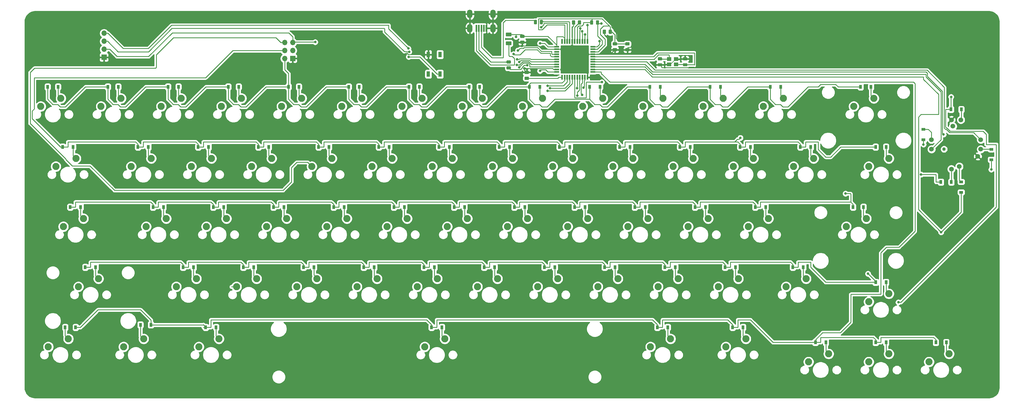
<source format=gbl>
G04 #@! TF.GenerationSoftware,KiCad,Pcbnew,(5.1.5)-3*
G04 #@! TF.CreationDate,2020-03-25T22:32:38+08:00*
G04 #@! TF.ProjectId,PCB Design,50434220-4465-4736-9967-6e2e6b696361,rev?*
G04 #@! TF.SameCoordinates,Original*
G04 #@! TF.FileFunction,Copper,L2,Bot*
G04 #@! TF.FilePolarity,Positive*
%FSLAX46Y46*%
G04 Gerber Fmt 4.6, Leading zero omitted, Abs format (unit mm)*
G04 Created by KiCad (PCBNEW (5.1.5)-3) date 2020-03-25 22:32:38*
%MOMM*%
%LPD*%
G04 APERTURE LIST*
%ADD10O,1.700000X1.700000*%
%ADD11R,1.700000X1.700000*%
%ADD12C,2.250000*%
%ADD13R,1.400000X1.200000*%
%ADD14O,1.700000X2.700000*%
%ADD15R,0.500000X2.250000*%
%ADD16R,1.500000X0.550000*%
%ADD17R,0.550000X1.500000*%
%ADD18R,1.100000X1.800000*%
%ADD19C,1.100000*%
%ADD20C,1.500000*%
%ADD21C,0.100000*%
%ADD22R,1.200000X0.900000*%
%ADD23R,0.900000X1.200000*%
%ADD24C,0.800000*%
%ADD25C,0.254000*%
%ADD26C,0.228600*%
%ADD27C,0.203200*%
%ADD28C,0.250000*%
G04 APERTURE END LIST*
D10*
X106680000Y-23241000D03*
X109220000Y-23241000D03*
X106680000Y-25781000D03*
X109220000Y-25781000D03*
X106680000Y-28321000D03*
D11*
X109220000Y-28321000D03*
D12*
X69215000Y-79057500D03*
X62865000Y-81597500D03*
X216852500Y-60007500D03*
X210502500Y-62547500D03*
X157321250Y-117157500D03*
X150971250Y-119697500D03*
X297815000Y-102870000D03*
X291465000Y-105410000D03*
X47783750Y-98107500D03*
X41433750Y-100647500D03*
X297815000Y-60007500D03*
X291465000Y-62547500D03*
X207327500Y-40957500D03*
X200977500Y-43497500D03*
X131127500Y-40957500D03*
X124777500Y-43497500D03*
X112077500Y-40957500D03*
X105727500Y-43497500D03*
X93027500Y-40957500D03*
X86677500Y-43497500D03*
X35877500Y-40957500D03*
X29527500Y-43497500D03*
X64452500Y-60007500D03*
X58102500Y-62547500D03*
X40640000Y-60007500D03*
X34290000Y-62547500D03*
X169227500Y-40957500D03*
X162877500Y-43497500D03*
X271621250Y-98107500D03*
X265271250Y-100647500D03*
X228758750Y-117157500D03*
X222408750Y-119697500D03*
D13*
X228293750Y-30218750D03*
X230493750Y-30218750D03*
X230493750Y-28518750D03*
X228293750Y-28518750D03*
D14*
X165260000Y-14224000D03*
X172560000Y-14224000D03*
X172560000Y-18724000D03*
X165260000Y-18724000D03*
D15*
X167310000Y-18724000D03*
X168110000Y-18724000D03*
X168910000Y-18724000D03*
X169710000Y-18724000D03*
X170510000Y-18724000D03*
D16*
X192737500Y-24575000D03*
X192737500Y-25375000D03*
X192737500Y-26175000D03*
X192737500Y-26975000D03*
X192737500Y-27775000D03*
X192737500Y-28575000D03*
X192737500Y-29375000D03*
X192737500Y-30175000D03*
X192737500Y-30975000D03*
X192737500Y-31775000D03*
X192737500Y-32575000D03*
D17*
X194437500Y-34275000D03*
X195237500Y-34275000D03*
X196037500Y-34275000D03*
X196837500Y-34275000D03*
X197637500Y-34275000D03*
X198437500Y-34275000D03*
X199237500Y-34275000D03*
X200037500Y-34275000D03*
X200837500Y-34275000D03*
X201637500Y-34275000D03*
X202437500Y-34275000D03*
D16*
X204137500Y-32575000D03*
X204137500Y-31775000D03*
X204137500Y-30975000D03*
X204137500Y-30175000D03*
X204137500Y-29375000D03*
X204137500Y-28575000D03*
X204137500Y-27775000D03*
X204137500Y-26975000D03*
X204137500Y-26175000D03*
X204137500Y-25375000D03*
X204137500Y-24575000D03*
D17*
X202437500Y-22875000D03*
X201637500Y-22875000D03*
X200837500Y-22875000D03*
X200037500Y-22875000D03*
X199237500Y-22875000D03*
X198437500Y-22875000D03*
X197637500Y-22875000D03*
X196837500Y-22875000D03*
X196037500Y-22875000D03*
X195237500Y-22875000D03*
X194437500Y-22875000D03*
D18*
X152137500Y-33262500D03*
X155837500Y-27062500D03*
X155837500Y-33262500D03*
X152137500Y-27062500D03*
D19*
X315287500Y-57062500D03*
D20*
X311287500Y-57062500D03*
X311287500Y-54062500D03*
X317587500Y-47762500D03*
X318087500Y-49782500D03*
X320587500Y-47762500D03*
X326887500Y-54062500D03*
X326887500Y-57062500D03*
X325947500Y-59312500D03*
X320087500Y-62542500D03*
X317587500Y-63362500D03*
D12*
X62071250Y-117157500D03*
X55721250Y-119697500D03*
X316865000Y-121920000D03*
X310515000Y-124460000D03*
X278765000Y-121920000D03*
X272415000Y-124460000D03*
X38258750Y-117157500D03*
X31908750Y-119697500D03*
X85883750Y-117157500D03*
X79533750Y-119697500D03*
X252571250Y-117157500D03*
X246221250Y-119697500D03*
X297815000Y-121920000D03*
X291465000Y-124460000D03*
X78740000Y-98107500D03*
X72390000Y-100647500D03*
X97790000Y-98107500D03*
X91440000Y-100647500D03*
X135890000Y-98107500D03*
X129540000Y-100647500D03*
X250190000Y-98107500D03*
X243840000Y-100647500D03*
X231140000Y-98107500D03*
X224790000Y-100647500D03*
X173990000Y-98107500D03*
X167640000Y-100647500D03*
X193040000Y-98107500D03*
X186690000Y-100647500D03*
X212090000Y-98107500D03*
X205740000Y-100647500D03*
X116840000Y-98107500D03*
X110490000Y-100647500D03*
X154940000Y-98107500D03*
X148590000Y-100647500D03*
X88265000Y-79057500D03*
X81915000Y-81597500D03*
X221615000Y-79057500D03*
X215265000Y-81597500D03*
X202565000Y-79057500D03*
X196215000Y-81597500D03*
X183515000Y-79057500D03*
X177165000Y-81597500D03*
X164465000Y-79057500D03*
X158115000Y-81597500D03*
X145415000Y-79057500D03*
X139065000Y-81597500D03*
X126365000Y-79057500D03*
X120015000Y-81597500D03*
X290671250Y-79057500D03*
X284321250Y-81597500D03*
X107315000Y-79057500D03*
X100965000Y-81597500D03*
X43021250Y-79057500D03*
X36671250Y-81597500D03*
X259715000Y-79057500D03*
X253365000Y-81597500D03*
X240665000Y-79057500D03*
X234315000Y-81597500D03*
X159702500Y-60007500D03*
X153352500Y-62547500D03*
X83502500Y-60007500D03*
X77152500Y-62547500D03*
X178752500Y-60007500D03*
X172402500Y-62547500D03*
X140652500Y-60007500D03*
X134302500Y-62547500D03*
X121602500Y-60007500D03*
X115252500Y-62547500D03*
X235902500Y-60007500D03*
X229552500Y-62547500D03*
X197802500Y-60007500D03*
X191452500Y-62547500D03*
X102552500Y-60007500D03*
X96202500Y-62547500D03*
X274002500Y-60007500D03*
X267652500Y-62547500D03*
X254952500Y-60007500D03*
X248602500Y-62547500D03*
X245427500Y-40957500D03*
X239077500Y-43497500D03*
X293052500Y-40957500D03*
X286702500Y-43497500D03*
X264477500Y-40957500D03*
X258127500Y-43497500D03*
X188277500Y-40957500D03*
X181927500Y-43497500D03*
X150177500Y-40957500D03*
X143827500Y-43497500D03*
X73977500Y-40957500D03*
X67627500Y-43497500D03*
X54927500Y-40957500D03*
X48577500Y-43497500D03*
X226377500Y-40957500D03*
X220027500Y-43497500D03*
G04 #@! TA.AperFunction,SMDPad,CuDef*
D21*
G36*
X183741142Y-34106174D02*
G01*
X183764803Y-34109684D01*
X183788007Y-34115496D01*
X183810529Y-34123554D01*
X183832153Y-34133782D01*
X183852670Y-34146079D01*
X183871883Y-34160329D01*
X183889607Y-34176393D01*
X183905671Y-34194117D01*
X183919921Y-34213330D01*
X183932218Y-34233847D01*
X183942446Y-34255471D01*
X183950504Y-34277993D01*
X183956316Y-34301197D01*
X183959826Y-34324858D01*
X183961000Y-34348750D01*
X183961000Y-34836250D01*
X183959826Y-34860142D01*
X183956316Y-34883803D01*
X183950504Y-34907007D01*
X183942446Y-34929529D01*
X183932218Y-34951153D01*
X183919921Y-34971670D01*
X183905671Y-34990883D01*
X183889607Y-35008607D01*
X183871883Y-35024671D01*
X183852670Y-35038921D01*
X183832153Y-35051218D01*
X183810529Y-35061446D01*
X183788007Y-35069504D01*
X183764803Y-35075316D01*
X183741142Y-35078826D01*
X183717250Y-35080000D01*
X182804750Y-35080000D01*
X182780858Y-35078826D01*
X182757197Y-35075316D01*
X182733993Y-35069504D01*
X182711471Y-35061446D01*
X182689847Y-35051218D01*
X182669330Y-35038921D01*
X182650117Y-35024671D01*
X182632393Y-35008607D01*
X182616329Y-34990883D01*
X182602079Y-34971670D01*
X182589782Y-34951153D01*
X182579554Y-34929529D01*
X182571496Y-34907007D01*
X182565684Y-34883803D01*
X182562174Y-34860142D01*
X182561000Y-34836250D01*
X182561000Y-34348750D01*
X182562174Y-34324858D01*
X182565684Y-34301197D01*
X182571496Y-34277993D01*
X182579554Y-34255471D01*
X182589782Y-34233847D01*
X182602079Y-34213330D01*
X182616329Y-34194117D01*
X182632393Y-34176393D01*
X182650117Y-34160329D01*
X182669330Y-34146079D01*
X182689847Y-34133782D01*
X182711471Y-34123554D01*
X182733993Y-34115496D01*
X182757197Y-34109684D01*
X182780858Y-34106174D01*
X182804750Y-34105000D01*
X183717250Y-34105000D01*
X183741142Y-34106174D01*
G37*
G04 #@! TD.AperFunction*
G04 #@! TA.AperFunction,SMDPad,CuDef*
G36*
X183741142Y-32231174D02*
G01*
X183764803Y-32234684D01*
X183788007Y-32240496D01*
X183810529Y-32248554D01*
X183832153Y-32258782D01*
X183852670Y-32271079D01*
X183871883Y-32285329D01*
X183889607Y-32301393D01*
X183905671Y-32319117D01*
X183919921Y-32338330D01*
X183932218Y-32358847D01*
X183942446Y-32380471D01*
X183950504Y-32402993D01*
X183956316Y-32426197D01*
X183959826Y-32449858D01*
X183961000Y-32473750D01*
X183961000Y-32961250D01*
X183959826Y-32985142D01*
X183956316Y-33008803D01*
X183950504Y-33032007D01*
X183942446Y-33054529D01*
X183932218Y-33076153D01*
X183919921Y-33096670D01*
X183905671Y-33115883D01*
X183889607Y-33133607D01*
X183871883Y-33149671D01*
X183852670Y-33163921D01*
X183832153Y-33176218D01*
X183810529Y-33186446D01*
X183788007Y-33194504D01*
X183764803Y-33200316D01*
X183741142Y-33203826D01*
X183717250Y-33205000D01*
X182804750Y-33205000D01*
X182780858Y-33203826D01*
X182757197Y-33200316D01*
X182733993Y-33194504D01*
X182711471Y-33186446D01*
X182689847Y-33176218D01*
X182669330Y-33163921D01*
X182650117Y-33149671D01*
X182632393Y-33133607D01*
X182616329Y-33115883D01*
X182602079Y-33096670D01*
X182589782Y-33076153D01*
X182579554Y-33054529D01*
X182571496Y-33032007D01*
X182565684Y-33008803D01*
X182562174Y-32985142D01*
X182561000Y-32961250D01*
X182561000Y-32473750D01*
X182562174Y-32449858D01*
X182565684Y-32426197D01*
X182571496Y-32402993D01*
X182579554Y-32380471D01*
X182589782Y-32358847D01*
X182602079Y-32338330D01*
X182616329Y-32319117D01*
X182632393Y-32301393D01*
X182650117Y-32285329D01*
X182669330Y-32271079D01*
X182689847Y-32258782D01*
X182711471Y-32248554D01*
X182733993Y-32240496D01*
X182757197Y-32234684D01*
X182780858Y-32231174D01*
X182804750Y-32230000D01*
X183717250Y-32230000D01*
X183741142Y-32231174D01*
G37*
G04 #@! TD.AperFunction*
G04 #@! TA.AperFunction,SMDPad,CuDef*
G36*
X178026142Y-28929174D02*
G01*
X178049803Y-28932684D01*
X178073007Y-28938496D01*
X178095529Y-28946554D01*
X178117153Y-28956782D01*
X178137670Y-28969079D01*
X178156883Y-28983329D01*
X178174607Y-28999393D01*
X178190671Y-29017117D01*
X178204921Y-29036330D01*
X178217218Y-29056847D01*
X178227446Y-29078471D01*
X178235504Y-29100993D01*
X178241316Y-29124197D01*
X178244826Y-29147858D01*
X178246000Y-29171750D01*
X178246000Y-29659250D01*
X178244826Y-29683142D01*
X178241316Y-29706803D01*
X178235504Y-29730007D01*
X178227446Y-29752529D01*
X178217218Y-29774153D01*
X178204921Y-29794670D01*
X178190671Y-29813883D01*
X178174607Y-29831607D01*
X178156883Y-29847671D01*
X178137670Y-29861921D01*
X178117153Y-29874218D01*
X178095529Y-29884446D01*
X178073007Y-29892504D01*
X178049803Y-29898316D01*
X178026142Y-29901826D01*
X178002250Y-29903000D01*
X177089750Y-29903000D01*
X177065858Y-29901826D01*
X177042197Y-29898316D01*
X177018993Y-29892504D01*
X176996471Y-29884446D01*
X176974847Y-29874218D01*
X176954330Y-29861921D01*
X176935117Y-29847671D01*
X176917393Y-29831607D01*
X176901329Y-29813883D01*
X176887079Y-29794670D01*
X176874782Y-29774153D01*
X176864554Y-29752529D01*
X176856496Y-29730007D01*
X176850684Y-29706803D01*
X176847174Y-29683142D01*
X176846000Y-29659250D01*
X176846000Y-29171750D01*
X176847174Y-29147858D01*
X176850684Y-29124197D01*
X176856496Y-29100993D01*
X176864554Y-29078471D01*
X176874782Y-29056847D01*
X176887079Y-29036330D01*
X176901329Y-29017117D01*
X176917393Y-28999393D01*
X176935117Y-28983329D01*
X176954330Y-28969079D01*
X176974847Y-28956782D01*
X176996471Y-28946554D01*
X177018993Y-28938496D01*
X177042197Y-28932684D01*
X177065858Y-28929174D01*
X177089750Y-28928000D01*
X178002250Y-28928000D01*
X178026142Y-28929174D01*
G37*
G04 #@! TD.AperFunction*
G04 #@! TA.AperFunction,SMDPad,CuDef*
G36*
X178026142Y-30804174D02*
G01*
X178049803Y-30807684D01*
X178073007Y-30813496D01*
X178095529Y-30821554D01*
X178117153Y-30831782D01*
X178137670Y-30844079D01*
X178156883Y-30858329D01*
X178174607Y-30874393D01*
X178190671Y-30892117D01*
X178204921Y-30911330D01*
X178217218Y-30931847D01*
X178227446Y-30953471D01*
X178235504Y-30975993D01*
X178241316Y-30999197D01*
X178244826Y-31022858D01*
X178246000Y-31046750D01*
X178246000Y-31534250D01*
X178244826Y-31558142D01*
X178241316Y-31581803D01*
X178235504Y-31605007D01*
X178227446Y-31627529D01*
X178217218Y-31649153D01*
X178204921Y-31669670D01*
X178190671Y-31688883D01*
X178174607Y-31706607D01*
X178156883Y-31722671D01*
X178137670Y-31736921D01*
X178117153Y-31749218D01*
X178095529Y-31759446D01*
X178073007Y-31767504D01*
X178049803Y-31773316D01*
X178026142Y-31776826D01*
X178002250Y-31778000D01*
X177089750Y-31778000D01*
X177065858Y-31776826D01*
X177042197Y-31773316D01*
X177018993Y-31767504D01*
X176996471Y-31759446D01*
X176974847Y-31749218D01*
X176954330Y-31736921D01*
X176935117Y-31722671D01*
X176917393Y-31706607D01*
X176901329Y-31688883D01*
X176887079Y-31669670D01*
X176874782Y-31649153D01*
X176864554Y-31627529D01*
X176856496Y-31605007D01*
X176850684Y-31581803D01*
X176847174Y-31558142D01*
X176846000Y-31534250D01*
X176846000Y-31046750D01*
X176847174Y-31022858D01*
X176850684Y-30999197D01*
X176856496Y-30975993D01*
X176864554Y-30953471D01*
X176874782Y-30931847D01*
X176887079Y-30911330D01*
X176901329Y-30892117D01*
X176917393Y-30874393D01*
X176935117Y-30858329D01*
X176954330Y-30844079D01*
X176974847Y-30831782D01*
X176996471Y-30821554D01*
X177018993Y-30813496D01*
X177042197Y-30807684D01*
X177065858Y-30804174D01*
X177089750Y-30803000D01*
X178002250Y-30803000D01*
X178026142Y-30804174D01*
G37*
G04 #@! TD.AperFunction*
G04 #@! TA.AperFunction,SMDPad,CuDef*
G36*
X186274142Y-16065174D02*
G01*
X186297803Y-16068684D01*
X186321007Y-16074496D01*
X186343529Y-16082554D01*
X186365153Y-16092782D01*
X186385670Y-16105079D01*
X186404883Y-16119329D01*
X186422607Y-16135393D01*
X186438671Y-16153117D01*
X186452921Y-16172330D01*
X186465218Y-16192847D01*
X186475446Y-16214471D01*
X186483504Y-16236993D01*
X186489316Y-16260197D01*
X186492826Y-16283858D01*
X186494000Y-16307750D01*
X186494000Y-17220250D01*
X186492826Y-17244142D01*
X186489316Y-17267803D01*
X186483504Y-17291007D01*
X186475446Y-17313529D01*
X186465218Y-17335153D01*
X186452921Y-17355670D01*
X186438671Y-17374883D01*
X186422607Y-17392607D01*
X186404883Y-17408671D01*
X186385670Y-17422921D01*
X186365153Y-17435218D01*
X186343529Y-17445446D01*
X186321007Y-17453504D01*
X186297803Y-17459316D01*
X186274142Y-17462826D01*
X186250250Y-17464000D01*
X185762750Y-17464000D01*
X185738858Y-17462826D01*
X185715197Y-17459316D01*
X185691993Y-17453504D01*
X185669471Y-17445446D01*
X185647847Y-17435218D01*
X185627330Y-17422921D01*
X185608117Y-17408671D01*
X185590393Y-17392607D01*
X185574329Y-17374883D01*
X185560079Y-17355670D01*
X185547782Y-17335153D01*
X185537554Y-17313529D01*
X185529496Y-17291007D01*
X185523684Y-17267803D01*
X185520174Y-17244142D01*
X185519000Y-17220250D01*
X185519000Y-16307750D01*
X185520174Y-16283858D01*
X185523684Y-16260197D01*
X185529496Y-16236993D01*
X185537554Y-16214471D01*
X185547782Y-16192847D01*
X185560079Y-16172330D01*
X185574329Y-16153117D01*
X185590393Y-16135393D01*
X185608117Y-16119329D01*
X185627330Y-16105079D01*
X185647847Y-16092782D01*
X185669471Y-16082554D01*
X185691993Y-16074496D01*
X185715197Y-16068684D01*
X185738858Y-16065174D01*
X185762750Y-16064000D01*
X186250250Y-16064000D01*
X186274142Y-16065174D01*
G37*
G04 #@! TD.AperFunction*
G04 #@! TA.AperFunction,SMDPad,CuDef*
G36*
X188149142Y-16065174D02*
G01*
X188172803Y-16068684D01*
X188196007Y-16074496D01*
X188218529Y-16082554D01*
X188240153Y-16092782D01*
X188260670Y-16105079D01*
X188279883Y-16119329D01*
X188297607Y-16135393D01*
X188313671Y-16153117D01*
X188327921Y-16172330D01*
X188340218Y-16192847D01*
X188350446Y-16214471D01*
X188358504Y-16236993D01*
X188364316Y-16260197D01*
X188367826Y-16283858D01*
X188369000Y-16307750D01*
X188369000Y-17220250D01*
X188367826Y-17244142D01*
X188364316Y-17267803D01*
X188358504Y-17291007D01*
X188350446Y-17313529D01*
X188340218Y-17335153D01*
X188327921Y-17355670D01*
X188313671Y-17374883D01*
X188297607Y-17392607D01*
X188279883Y-17408671D01*
X188260670Y-17422921D01*
X188240153Y-17435218D01*
X188218529Y-17445446D01*
X188196007Y-17453504D01*
X188172803Y-17459316D01*
X188149142Y-17462826D01*
X188125250Y-17464000D01*
X187637750Y-17464000D01*
X187613858Y-17462826D01*
X187590197Y-17459316D01*
X187566993Y-17453504D01*
X187544471Y-17445446D01*
X187522847Y-17435218D01*
X187502330Y-17422921D01*
X187483117Y-17408671D01*
X187465393Y-17392607D01*
X187449329Y-17374883D01*
X187435079Y-17355670D01*
X187422782Y-17335153D01*
X187412554Y-17313529D01*
X187404496Y-17291007D01*
X187398684Y-17267803D01*
X187395174Y-17244142D01*
X187394000Y-17220250D01*
X187394000Y-16307750D01*
X187395174Y-16283858D01*
X187398684Y-16260197D01*
X187404496Y-16236993D01*
X187412554Y-16214471D01*
X187422782Y-16192847D01*
X187435079Y-16172330D01*
X187449329Y-16153117D01*
X187465393Y-16135393D01*
X187483117Y-16119329D01*
X187502330Y-16105079D01*
X187522847Y-16092782D01*
X187544471Y-16082554D01*
X187566993Y-16074496D01*
X187590197Y-16068684D01*
X187613858Y-16065174D01*
X187637750Y-16064000D01*
X188125250Y-16064000D01*
X188149142Y-16065174D01*
G37*
G04 #@! TD.AperFunction*
G04 #@! TA.AperFunction,SMDPad,CuDef*
G36*
X205929142Y-16192174D02*
G01*
X205952803Y-16195684D01*
X205976007Y-16201496D01*
X205998529Y-16209554D01*
X206020153Y-16219782D01*
X206040670Y-16232079D01*
X206059883Y-16246329D01*
X206077607Y-16262393D01*
X206093671Y-16280117D01*
X206107921Y-16299330D01*
X206120218Y-16319847D01*
X206130446Y-16341471D01*
X206138504Y-16363993D01*
X206144316Y-16387197D01*
X206147826Y-16410858D01*
X206149000Y-16434750D01*
X206149000Y-17347250D01*
X206147826Y-17371142D01*
X206144316Y-17394803D01*
X206138504Y-17418007D01*
X206130446Y-17440529D01*
X206120218Y-17462153D01*
X206107921Y-17482670D01*
X206093671Y-17501883D01*
X206077607Y-17519607D01*
X206059883Y-17535671D01*
X206040670Y-17549921D01*
X206020153Y-17562218D01*
X205998529Y-17572446D01*
X205976007Y-17580504D01*
X205952803Y-17586316D01*
X205929142Y-17589826D01*
X205905250Y-17591000D01*
X205417750Y-17591000D01*
X205393858Y-17589826D01*
X205370197Y-17586316D01*
X205346993Y-17580504D01*
X205324471Y-17572446D01*
X205302847Y-17562218D01*
X205282330Y-17549921D01*
X205263117Y-17535671D01*
X205245393Y-17519607D01*
X205229329Y-17501883D01*
X205215079Y-17482670D01*
X205202782Y-17462153D01*
X205192554Y-17440529D01*
X205184496Y-17418007D01*
X205178684Y-17394803D01*
X205175174Y-17371142D01*
X205174000Y-17347250D01*
X205174000Y-16434750D01*
X205175174Y-16410858D01*
X205178684Y-16387197D01*
X205184496Y-16363993D01*
X205192554Y-16341471D01*
X205202782Y-16319847D01*
X205215079Y-16299330D01*
X205229329Y-16280117D01*
X205245393Y-16262393D01*
X205263117Y-16246329D01*
X205282330Y-16232079D01*
X205302847Y-16219782D01*
X205324471Y-16209554D01*
X205346993Y-16201496D01*
X205370197Y-16195684D01*
X205393858Y-16192174D01*
X205417750Y-16191000D01*
X205905250Y-16191000D01*
X205929142Y-16192174D01*
G37*
G04 #@! TD.AperFunction*
G04 #@! TA.AperFunction,SMDPad,CuDef*
G36*
X204054142Y-16192174D02*
G01*
X204077803Y-16195684D01*
X204101007Y-16201496D01*
X204123529Y-16209554D01*
X204145153Y-16219782D01*
X204165670Y-16232079D01*
X204184883Y-16246329D01*
X204202607Y-16262393D01*
X204218671Y-16280117D01*
X204232921Y-16299330D01*
X204245218Y-16319847D01*
X204255446Y-16341471D01*
X204263504Y-16363993D01*
X204269316Y-16387197D01*
X204272826Y-16410858D01*
X204274000Y-16434750D01*
X204274000Y-17347250D01*
X204272826Y-17371142D01*
X204269316Y-17394803D01*
X204263504Y-17418007D01*
X204255446Y-17440529D01*
X204245218Y-17462153D01*
X204232921Y-17482670D01*
X204218671Y-17501883D01*
X204202607Y-17519607D01*
X204184883Y-17535671D01*
X204165670Y-17549921D01*
X204145153Y-17562218D01*
X204123529Y-17572446D01*
X204101007Y-17580504D01*
X204077803Y-17586316D01*
X204054142Y-17589826D01*
X204030250Y-17591000D01*
X203542750Y-17591000D01*
X203518858Y-17589826D01*
X203495197Y-17586316D01*
X203471993Y-17580504D01*
X203449471Y-17572446D01*
X203427847Y-17562218D01*
X203407330Y-17549921D01*
X203388117Y-17535671D01*
X203370393Y-17519607D01*
X203354329Y-17501883D01*
X203340079Y-17482670D01*
X203327782Y-17462153D01*
X203317554Y-17440529D01*
X203309496Y-17418007D01*
X203303684Y-17394803D01*
X203300174Y-17371142D01*
X203299000Y-17347250D01*
X203299000Y-16434750D01*
X203300174Y-16410858D01*
X203303684Y-16387197D01*
X203309496Y-16363993D01*
X203317554Y-16341471D01*
X203327782Y-16319847D01*
X203340079Y-16299330D01*
X203354329Y-16280117D01*
X203370393Y-16262393D01*
X203388117Y-16246329D01*
X203407330Y-16232079D01*
X203427847Y-16219782D01*
X203449471Y-16209554D01*
X203471993Y-16201496D01*
X203495197Y-16195684D01*
X203518858Y-16192174D01*
X203542750Y-16191000D01*
X204030250Y-16191000D01*
X204054142Y-16192174D01*
G37*
G04 #@! TD.AperFunction*
D10*
X49530000Y-20320000D03*
X49530000Y-22860000D03*
X49530000Y-25400000D03*
D11*
X49530000Y-27940000D03*
G04 #@! TA.AperFunction,SMDPad,CuDef*
D21*
G36*
X178195504Y-22874204D02*
G01*
X178219773Y-22877804D01*
X178243571Y-22883765D01*
X178266671Y-22892030D01*
X178288849Y-22902520D01*
X178309893Y-22915133D01*
X178329598Y-22929747D01*
X178347777Y-22946223D01*
X178364253Y-22964402D01*
X178378867Y-22984107D01*
X178391480Y-23005151D01*
X178401970Y-23027329D01*
X178410235Y-23050429D01*
X178416196Y-23074227D01*
X178419796Y-23098496D01*
X178421000Y-23123000D01*
X178421000Y-23873000D01*
X178419796Y-23897504D01*
X178416196Y-23921773D01*
X178410235Y-23945571D01*
X178401970Y-23968671D01*
X178391480Y-23990849D01*
X178378867Y-24011893D01*
X178364253Y-24031598D01*
X178347777Y-24049777D01*
X178329598Y-24066253D01*
X178309893Y-24080867D01*
X178288849Y-24093480D01*
X178266671Y-24103970D01*
X178243571Y-24112235D01*
X178219773Y-24118196D01*
X178195504Y-24121796D01*
X178171000Y-24123000D01*
X176921000Y-24123000D01*
X176896496Y-24121796D01*
X176872227Y-24118196D01*
X176848429Y-24112235D01*
X176825329Y-24103970D01*
X176803151Y-24093480D01*
X176782107Y-24080867D01*
X176762402Y-24066253D01*
X176744223Y-24049777D01*
X176727747Y-24031598D01*
X176713133Y-24011893D01*
X176700520Y-23990849D01*
X176690030Y-23968671D01*
X176681765Y-23945571D01*
X176675804Y-23921773D01*
X176672204Y-23897504D01*
X176671000Y-23873000D01*
X176671000Y-23123000D01*
X176672204Y-23098496D01*
X176675804Y-23074227D01*
X176681765Y-23050429D01*
X176690030Y-23027329D01*
X176700520Y-23005151D01*
X176713133Y-22984107D01*
X176727747Y-22964402D01*
X176744223Y-22946223D01*
X176762402Y-22929747D01*
X176782107Y-22915133D01*
X176803151Y-22902520D01*
X176825329Y-22892030D01*
X176848429Y-22883765D01*
X176872227Y-22877804D01*
X176896496Y-22874204D01*
X176921000Y-22873000D01*
X178171000Y-22873000D01*
X178195504Y-22874204D01*
G37*
G04 #@! TD.AperFunction*
G04 #@! TA.AperFunction,SMDPad,CuDef*
G36*
X178195504Y-20074204D02*
G01*
X178219773Y-20077804D01*
X178243571Y-20083765D01*
X178266671Y-20092030D01*
X178288849Y-20102520D01*
X178309893Y-20115133D01*
X178329598Y-20129747D01*
X178347777Y-20146223D01*
X178364253Y-20164402D01*
X178378867Y-20184107D01*
X178391480Y-20205151D01*
X178401970Y-20227329D01*
X178410235Y-20250429D01*
X178416196Y-20274227D01*
X178419796Y-20298496D01*
X178421000Y-20323000D01*
X178421000Y-21073000D01*
X178419796Y-21097504D01*
X178416196Y-21121773D01*
X178410235Y-21145571D01*
X178401970Y-21168671D01*
X178391480Y-21190849D01*
X178378867Y-21211893D01*
X178364253Y-21231598D01*
X178347777Y-21249777D01*
X178329598Y-21266253D01*
X178309893Y-21280867D01*
X178288849Y-21293480D01*
X178266671Y-21303970D01*
X178243571Y-21312235D01*
X178219773Y-21318196D01*
X178195504Y-21321796D01*
X178171000Y-21323000D01*
X176921000Y-21323000D01*
X176896496Y-21321796D01*
X176872227Y-21318196D01*
X176848429Y-21312235D01*
X176825329Y-21303970D01*
X176803151Y-21293480D01*
X176782107Y-21280867D01*
X176762402Y-21266253D01*
X176744223Y-21249777D01*
X176727747Y-21231598D01*
X176713133Y-21211893D01*
X176700520Y-21190849D01*
X176690030Y-21168671D01*
X176681765Y-21145571D01*
X176675804Y-21121773D01*
X176672204Y-21097504D01*
X176671000Y-21073000D01*
X176671000Y-20323000D01*
X176672204Y-20298496D01*
X176675804Y-20274227D01*
X176681765Y-20250429D01*
X176690030Y-20227329D01*
X176700520Y-20205151D01*
X176713133Y-20184107D01*
X176727747Y-20164402D01*
X176744223Y-20146223D01*
X176762402Y-20129747D01*
X176782107Y-20115133D01*
X176803151Y-20102520D01*
X176825329Y-20092030D01*
X176848429Y-20083765D01*
X176872227Y-20077804D01*
X176896496Y-20074204D01*
X176921000Y-20073000D01*
X178171000Y-20073000D01*
X178195504Y-20074204D01*
G37*
G04 #@! TD.AperFunction*
D22*
X320675000Y-70706250D03*
X320675000Y-67406250D03*
D23*
X317437500Y-44450000D03*
X320737500Y-44450000D03*
X314262500Y-67468750D03*
X317562500Y-67468750D03*
D22*
X308768750Y-54037500D03*
X308768750Y-50737500D03*
X330200000Y-60387500D03*
X330200000Y-57087500D03*
D23*
X315975000Y-118268750D03*
X312675000Y-118268750D03*
X296925000Y-118268750D03*
X293625000Y-118268750D03*
X277875000Y-118268750D03*
X274575000Y-118268750D03*
X251681250Y-113506250D03*
X248381250Y-113506250D03*
X227868750Y-113506250D03*
X224568750Y-113506250D03*
X156431250Y-113506250D03*
X153131250Y-113506250D03*
X84993750Y-113506250D03*
X81693750Y-113506250D03*
X61056250Y-112712500D03*
X64356250Y-112712500D03*
X37243750Y-113506250D03*
X40543750Y-113506250D03*
X296925000Y-99218750D03*
X293625000Y-99218750D03*
X270731250Y-94456250D03*
X267431250Y-94456250D03*
X249300000Y-94456250D03*
X246000000Y-94456250D03*
X230250000Y-94456250D03*
X226950000Y-94456250D03*
X211200000Y-94456250D03*
X207900000Y-94456250D03*
X192150000Y-94456250D03*
X188850000Y-94456250D03*
X173100000Y-94456250D03*
X169800000Y-94456250D03*
X154050000Y-94456250D03*
X150750000Y-94456250D03*
X135000000Y-94456250D03*
X131700000Y-94456250D03*
X115950000Y-94456250D03*
X112650000Y-94456250D03*
X96900000Y-94456250D03*
X93600000Y-94456250D03*
X77850000Y-94456250D03*
X74550000Y-94456250D03*
X46893750Y-94456250D03*
X43593750Y-94456250D03*
X289781250Y-75406250D03*
X286481250Y-75406250D03*
X258825000Y-75406250D03*
X255525000Y-75406250D03*
X239775000Y-75406250D03*
X236475000Y-75406250D03*
X220725000Y-75406250D03*
X217425000Y-75406250D03*
X201675000Y-75406250D03*
X198375000Y-75406250D03*
X182625000Y-75406250D03*
X179325000Y-75406250D03*
X163575000Y-75406250D03*
X160275000Y-75406250D03*
X144525000Y-75406250D03*
X141225000Y-75406250D03*
X125475000Y-75406250D03*
X122175000Y-75406250D03*
X106425000Y-75406250D03*
X103125000Y-75406250D03*
X87375000Y-75406250D03*
X84075000Y-75406250D03*
X68325000Y-75406250D03*
X65025000Y-75406250D03*
X42131250Y-75406250D03*
X38831250Y-75406250D03*
X296925000Y-56356250D03*
X293625000Y-56356250D03*
X273112500Y-56356250D03*
X269812500Y-56356250D03*
X254062500Y-56356250D03*
X250762500Y-56356250D03*
X235012500Y-56356250D03*
X231712500Y-56356250D03*
X215962500Y-56356250D03*
X212662500Y-56356250D03*
X196912500Y-56356250D03*
X193612500Y-56356250D03*
X177862500Y-56356250D03*
X174562500Y-56356250D03*
X158812500Y-56356250D03*
X155512500Y-56356250D03*
X139762500Y-56356250D03*
X136462500Y-56356250D03*
X120712500Y-56356250D03*
X117412500Y-56356250D03*
X101662500Y-56356250D03*
X98362500Y-56356250D03*
X82612500Y-56356250D03*
X79312500Y-56356250D03*
X63562500Y-56356250D03*
X60262500Y-56356250D03*
X39750000Y-56356250D03*
X36450000Y-56356250D03*
X292162500Y-37306250D03*
X288862500Y-37306250D03*
X263587500Y-37306250D03*
X260287500Y-37306250D03*
X244537500Y-37306250D03*
X241237500Y-37306250D03*
X225487500Y-37306250D03*
X222187500Y-37306250D03*
X206437500Y-37306250D03*
X203137500Y-37306250D03*
X187387500Y-37306250D03*
X184087500Y-37306250D03*
X168337500Y-37306250D03*
X165037500Y-37306250D03*
X149287500Y-37306250D03*
X145987500Y-37306250D03*
X130237500Y-37306250D03*
X126937500Y-37306250D03*
X111187500Y-37306250D03*
X107887500Y-37306250D03*
X92137500Y-37306250D03*
X88837500Y-37306250D03*
X73087500Y-37306250D03*
X69787500Y-37306250D03*
X54037500Y-37306250D03*
X50737500Y-37306250D03*
X34987500Y-37306250D03*
X31687500Y-37306250D03*
G04 #@! TA.AperFunction,SMDPad,CuDef*
D21*
G36*
X215586392Y-25057424D02*
G01*
X215610053Y-25060934D01*
X215633257Y-25066746D01*
X215655779Y-25074804D01*
X215677403Y-25085032D01*
X215697920Y-25097329D01*
X215717133Y-25111579D01*
X215734857Y-25127643D01*
X215750921Y-25145367D01*
X215765171Y-25164580D01*
X215777468Y-25185097D01*
X215787696Y-25206721D01*
X215795754Y-25229243D01*
X215801566Y-25252447D01*
X215805076Y-25276108D01*
X215806250Y-25300000D01*
X215806250Y-25787500D01*
X215805076Y-25811392D01*
X215801566Y-25835053D01*
X215795754Y-25858257D01*
X215787696Y-25880779D01*
X215777468Y-25902403D01*
X215765171Y-25922920D01*
X215750921Y-25942133D01*
X215734857Y-25959857D01*
X215717133Y-25975921D01*
X215697920Y-25990171D01*
X215677403Y-26002468D01*
X215655779Y-26012696D01*
X215633257Y-26020754D01*
X215610053Y-26026566D01*
X215586392Y-26030076D01*
X215562500Y-26031250D01*
X214650000Y-26031250D01*
X214626108Y-26030076D01*
X214602447Y-26026566D01*
X214579243Y-26020754D01*
X214556721Y-26012696D01*
X214535097Y-26002468D01*
X214514580Y-25990171D01*
X214495367Y-25975921D01*
X214477643Y-25959857D01*
X214461579Y-25942133D01*
X214447329Y-25922920D01*
X214435032Y-25902403D01*
X214424804Y-25880779D01*
X214416746Y-25858257D01*
X214410934Y-25835053D01*
X214407424Y-25811392D01*
X214406250Y-25787500D01*
X214406250Y-25300000D01*
X214407424Y-25276108D01*
X214410934Y-25252447D01*
X214416746Y-25229243D01*
X214424804Y-25206721D01*
X214435032Y-25185097D01*
X214447329Y-25164580D01*
X214461579Y-25145367D01*
X214477643Y-25127643D01*
X214495367Y-25111579D01*
X214514580Y-25097329D01*
X214535097Y-25085032D01*
X214556721Y-25074804D01*
X214579243Y-25066746D01*
X214602447Y-25060934D01*
X214626108Y-25057424D01*
X214650000Y-25056250D01*
X215562500Y-25056250D01*
X215586392Y-25057424D01*
G37*
G04 #@! TD.AperFunction*
G04 #@! TA.AperFunction,SMDPad,CuDef*
G36*
X215586392Y-23182424D02*
G01*
X215610053Y-23185934D01*
X215633257Y-23191746D01*
X215655779Y-23199804D01*
X215677403Y-23210032D01*
X215697920Y-23222329D01*
X215717133Y-23236579D01*
X215734857Y-23252643D01*
X215750921Y-23270367D01*
X215765171Y-23289580D01*
X215777468Y-23310097D01*
X215787696Y-23331721D01*
X215795754Y-23354243D01*
X215801566Y-23377447D01*
X215805076Y-23401108D01*
X215806250Y-23425000D01*
X215806250Y-23912500D01*
X215805076Y-23936392D01*
X215801566Y-23960053D01*
X215795754Y-23983257D01*
X215787696Y-24005779D01*
X215777468Y-24027403D01*
X215765171Y-24047920D01*
X215750921Y-24067133D01*
X215734857Y-24084857D01*
X215717133Y-24100921D01*
X215697920Y-24115171D01*
X215677403Y-24127468D01*
X215655779Y-24137696D01*
X215633257Y-24145754D01*
X215610053Y-24151566D01*
X215586392Y-24155076D01*
X215562500Y-24156250D01*
X214650000Y-24156250D01*
X214626108Y-24155076D01*
X214602447Y-24151566D01*
X214579243Y-24145754D01*
X214556721Y-24137696D01*
X214535097Y-24127468D01*
X214514580Y-24115171D01*
X214495367Y-24100921D01*
X214477643Y-24084857D01*
X214461579Y-24067133D01*
X214447329Y-24047920D01*
X214435032Y-24027403D01*
X214424804Y-24005779D01*
X214416746Y-23983257D01*
X214410934Y-23960053D01*
X214407424Y-23936392D01*
X214406250Y-23912500D01*
X214406250Y-23425000D01*
X214407424Y-23401108D01*
X214410934Y-23377447D01*
X214416746Y-23354243D01*
X214424804Y-23331721D01*
X214435032Y-23310097D01*
X214447329Y-23289580D01*
X214461579Y-23270367D01*
X214477643Y-23252643D01*
X214495367Y-23236579D01*
X214514580Y-23222329D01*
X214535097Y-23210032D01*
X214556721Y-23199804D01*
X214579243Y-23191746D01*
X214602447Y-23185934D01*
X214626108Y-23182424D01*
X214650000Y-23181250D01*
X215562500Y-23181250D01*
X215586392Y-23182424D01*
G37*
G04 #@! TD.AperFunction*
G04 #@! TA.AperFunction,SMDPad,CuDef*
G36*
X211617642Y-25057424D02*
G01*
X211641303Y-25060934D01*
X211664507Y-25066746D01*
X211687029Y-25074804D01*
X211708653Y-25085032D01*
X211729170Y-25097329D01*
X211748383Y-25111579D01*
X211766107Y-25127643D01*
X211782171Y-25145367D01*
X211796421Y-25164580D01*
X211808718Y-25185097D01*
X211818946Y-25206721D01*
X211827004Y-25229243D01*
X211832816Y-25252447D01*
X211836326Y-25276108D01*
X211837500Y-25300000D01*
X211837500Y-25787500D01*
X211836326Y-25811392D01*
X211832816Y-25835053D01*
X211827004Y-25858257D01*
X211818946Y-25880779D01*
X211808718Y-25902403D01*
X211796421Y-25922920D01*
X211782171Y-25942133D01*
X211766107Y-25959857D01*
X211748383Y-25975921D01*
X211729170Y-25990171D01*
X211708653Y-26002468D01*
X211687029Y-26012696D01*
X211664507Y-26020754D01*
X211641303Y-26026566D01*
X211617642Y-26030076D01*
X211593750Y-26031250D01*
X210681250Y-26031250D01*
X210657358Y-26030076D01*
X210633697Y-26026566D01*
X210610493Y-26020754D01*
X210587971Y-26012696D01*
X210566347Y-26002468D01*
X210545830Y-25990171D01*
X210526617Y-25975921D01*
X210508893Y-25959857D01*
X210492829Y-25942133D01*
X210478579Y-25922920D01*
X210466282Y-25902403D01*
X210456054Y-25880779D01*
X210447996Y-25858257D01*
X210442184Y-25835053D01*
X210438674Y-25811392D01*
X210437500Y-25787500D01*
X210437500Y-25300000D01*
X210438674Y-25276108D01*
X210442184Y-25252447D01*
X210447996Y-25229243D01*
X210456054Y-25206721D01*
X210466282Y-25185097D01*
X210478579Y-25164580D01*
X210492829Y-25145367D01*
X210508893Y-25127643D01*
X210526617Y-25111579D01*
X210545830Y-25097329D01*
X210566347Y-25085032D01*
X210587971Y-25074804D01*
X210610493Y-25066746D01*
X210633697Y-25060934D01*
X210657358Y-25057424D01*
X210681250Y-25056250D01*
X211593750Y-25056250D01*
X211617642Y-25057424D01*
G37*
G04 #@! TD.AperFunction*
G04 #@! TA.AperFunction,SMDPad,CuDef*
G36*
X211617642Y-23182424D02*
G01*
X211641303Y-23185934D01*
X211664507Y-23191746D01*
X211687029Y-23199804D01*
X211708653Y-23210032D01*
X211729170Y-23222329D01*
X211748383Y-23236579D01*
X211766107Y-23252643D01*
X211782171Y-23270367D01*
X211796421Y-23289580D01*
X211808718Y-23310097D01*
X211818946Y-23331721D01*
X211827004Y-23354243D01*
X211832816Y-23377447D01*
X211836326Y-23401108D01*
X211837500Y-23425000D01*
X211837500Y-23912500D01*
X211836326Y-23936392D01*
X211832816Y-23960053D01*
X211827004Y-23983257D01*
X211818946Y-24005779D01*
X211808718Y-24027403D01*
X211796421Y-24047920D01*
X211782171Y-24067133D01*
X211766107Y-24084857D01*
X211748383Y-24100921D01*
X211729170Y-24115171D01*
X211708653Y-24127468D01*
X211687029Y-24137696D01*
X211664507Y-24145754D01*
X211641303Y-24151566D01*
X211617642Y-24155076D01*
X211593750Y-24156250D01*
X210681250Y-24156250D01*
X210657358Y-24155076D01*
X210633697Y-24151566D01*
X210610493Y-24145754D01*
X210587971Y-24137696D01*
X210566347Y-24127468D01*
X210545830Y-24115171D01*
X210526617Y-24100921D01*
X210508893Y-24084857D01*
X210492829Y-24067133D01*
X210478579Y-24047920D01*
X210466282Y-24027403D01*
X210456054Y-24005779D01*
X210447996Y-23983257D01*
X210442184Y-23960053D01*
X210438674Y-23936392D01*
X210437500Y-23912500D01*
X210437500Y-23425000D01*
X210438674Y-23401108D01*
X210442184Y-23377447D01*
X210447996Y-23354243D01*
X210456054Y-23331721D01*
X210466282Y-23310097D01*
X210478579Y-23289580D01*
X210492829Y-23270367D01*
X210508893Y-23252643D01*
X210526617Y-23236579D01*
X210545830Y-23222329D01*
X210566347Y-23210032D01*
X210587971Y-23199804D01*
X210610493Y-23191746D01*
X210633697Y-23185934D01*
X210657358Y-23182424D01*
X210681250Y-23181250D01*
X211593750Y-23181250D01*
X211617642Y-23182424D01*
G37*
G04 #@! TD.AperFunction*
G04 #@! TA.AperFunction,SMDPad,CuDef*
G36*
X182344142Y-22676174D02*
G01*
X182367803Y-22679684D01*
X182391007Y-22685496D01*
X182413529Y-22693554D01*
X182435153Y-22703782D01*
X182455670Y-22716079D01*
X182474883Y-22730329D01*
X182492607Y-22746393D01*
X182508671Y-22764117D01*
X182522921Y-22783330D01*
X182535218Y-22803847D01*
X182545446Y-22825471D01*
X182553504Y-22847993D01*
X182559316Y-22871197D01*
X182562826Y-22894858D01*
X182564000Y-22918750D01*
X182564000Y-23406250D01*
X182562826Y-23430142D01*
X182559316Y-23453803D01*
X182553504Y-23477007D01*
X182545446Y-23499529D01*
X182535218Y-23521153D01*
X182522921Y-23541670D01*
X182508671Y-23560883D01*
X182492607Y-23578607D01*
X182474883Y-23594671D01*
X182455670Y-23608921D01*
X182435153Y-23621218D01*
X182413529Y-23631446D01*
X182391007Y-23639504D01*
X182367803Y-23645316D01*
X182344142Y-23648826D01*
X182320250Y-23650000D01*
X181407750Y-23650000D01*
X181383858Y-23648826D01*
X181360197Y-23645316D01*
X181336993Y-23639504D01*
X181314471Y-23631446D01*
X181292847Y-23621218D01*
X181272330Y-23608921D01*
X181253117Y-23594671D01*
X181235393Y-23578607D01*
X181219329Y-23560883D01*
X181205079Y-23541670D01*
X181192782Y-23521153D01*
X181182554Y-23499529D01*
X181174496Y-23477007D01*
X181168684Y-23453803D01*
X181165174Y-23430142D01*
X181164000Y-23406250D01*
X181164000Y-22918750D01*
X181165174Y-22894858D01*
X181168684Y-22871197D01*
X181174496Y-22847993D01*
X181182554Y-22825471D01*
X181192782Y-22803847D01*
X181205079Y-22783330D01*
X181219329Y-22764117D01*
X181235393Y-22746393D01*
X181253117Y-22730329D01*
X181272330Y-22716079D01*
X181292847Y-22703782D01*
X181314471Y-22693554D01*
X181336993Y-22685496D01*
X181360197Y-22679684D01*
X181383858Y-22676174D01*
X181407750Y-22675000D01*
X182320250Y-22675000D01*
X182344142Y-22676174D01*
G37*
G04 #@! TD.AperFunction*
G04 #@! TA.AperFunction,SMDPad,CuDef*
G36*
X182344142Y-20801174D02*
G01*
X182367803Y-20804684D01*
X182391007Y-20810496D01*
X182413529Y-20818554D01*
X182435153Y-20828782D01*
X182455670Y-20841079D01*
X182474883Y-20855329D01*
X182492607Y-20871393D01*
X182508671Y-20889117D01*
X182522921Y-20908330D01*
X182535218Y-20928847D01*
X182545446Y-20950471D01*
X182553504Y-20972993D01*
X182559316Y-20996197D01*
X182562826Y-21019858D01*
X182564000Y-21043750D01*
X182564000Y-21531250D01*
X182562826Y-21555142D01*
X182559316Y-21578803D01*
X182553504Y-21602007D01*
X182545446Y-21624529D01*
X182535218Y-21646153D01*
X182522921Y-21666670D01*
X182508671Y-21685883D01*
X182492607Y-21703607D01*
X182474883Y-21719671D01*
X182455670Y-21733921D01*
X182435153Y-21746218D01*
X182413529Y-21756446D01*
X182391007Y-21764504D01*
X182367803Y-21770316D01*
X182344142Y-21773826D01*
X182320250Y-21775000D01*
X181407750Y-21775000D01*
X181383858Y-21773826D01*
X181360197Y-21770316D01*
X181336993Y-21764504D01*
X181314471Y-21756446D01*
X181292847Y-21746218D01*
X181272330Y-21733921D01*
X181253117Y-21719671D01*
X181235393Y-21703607D01*
X181219329Y-21685883D01*
X181205079Y-21666670D01*
X181192782Y-21646153D01*
X181182554Y-21624529D01*
X181174496Y-21602007D01*
X181168684Y-21578803D01*
X181165174Y-21555142D01*
X181164000Y-21531250D01*
X181164000Y-21043750D01*
X181165174Y-21019858D01*
X181168684Y-20996197D01*
X181174496Y-20972993D01*
X181182554Y-20950471D01*
X181192782Y-20928847D01*
X181205079Y-20908330D01*
X181219329Y-20889117D01*
X181235393Y-20871393D01*
X181253117Y-20855329D01*
X181272330Y-20841079D01*
X181292847Y-20828782D01*
X181314471Y-20818554D01*
X181336993Y-20810496D01*
X181360197Y-20804684D01*
X181383858Y-20801174D01*
X181407750Y-20800000D01*
X182320250Y-20800000D01*
X182344142Y-20801174D01*
G37*
G04 #@! TD.AperFunction*
G04 #@! TA.AperFunction,SMDPad,CuDef*
G36*
X208086392Y-19144924D02*
G01*
X208110053Y-19148434D01*
X208133257Y-19154246D01*
X208155779Y-19162304D01*
X208177403Y-19172532D01*
X208197920Y-19184829D01*
X208217133Y-19199079D01*
X208234857Y-19215143D01*
X208250921Y-19232867D01*
X208265171Y-19252080D01*
X208277468Y-19272597D01*
X208287696Y-19294221D01*
X208295754Y-19316743D01*
X208301566Y-19339947D01*
X208305076Y-19363608D01*
X208306250Y-19387500D01*
X208306250Y-20300000D01*
X208305076Y-20323892D01*
X208301566Y-20347553D01*
X208295754Y-20370757D01*
X208287696Y-20393279D01*
X208277468Y-20414903D01*
X208265171Y-20435420D01*
X208250921Y-20454633D01*
X208234857Y-20472357D01*
X208217133Y-20488421D01*
X208197920Y-20502671D01*
X208177403Y-20514968D01*
X208155779Y-20525196D01*
X208133257Y-20533254D01*
X208110053Y-20539066D01*
X208086392Y-20542576D01*
X208062500Y-20543750D01*
X207575000Y-20543750D01*
X207551108Y-20542576D01*
X207527447Y-20539066D01*
X207504243Y-20533254D01*
X207481721Y-20525196D01*
X207460097Y-20514968D01*
X207439580Y-20502671D01*
X207420367Y-20488421D01*
X207402643Y-20472357D01*
X207386579Y-20454633D01*
X207372329Y-20435420D01*
X207360032Y-20414903D01*
X207349804Y-20393279D01*
X207341746Y-20370757D01*
X207335934Y-20347553D01*
X207332424Y-20323892D01*
X207331250Y-20300000D01*
X207331250Y-19387500D01*
X207332424Y-19363608D01*
X207335934Y-19339947D01*
X207341746Y-19316743D01*
X207349804Y-19294221D01*
X207360032Y-19272597D01*
X207372329Y-19252080D01*
X207386579Y-19232867D01*
X207402643Y-19215143D01*
X207420367Y-19199079D01*
X207439580Y-19184829D01*
X207460097Y-19172532D01*
X207481721Y-19162304D01*
X207504243Y-19154246D01*
X207527447Y-19148434D01*
X207551108Y-19144924D01*
X207575000Y-19143750D01*
X208062500Y-19143750D01*
X208086392Y-19144924D01*
G37*
G04 #@! TD.AperFunction*
G04 #@! TA.AperFunction,SMDPad,CuDef*
G36*
X209961392Y-19144924D02*
G01*
X209985053Y-19148434D01*
X210008257Y-19154246D01*
X210030779Y-19162304D01*
X210052403Y-19172532D01*
X210072920Y-19184829D01*
X210092133Y-19199079D01*
X210109857Y-19215143D01*
X210125921Y-19232867D01*
X210140171Y-19252080D01*
X210152468Y-19272597D01*
X210162696Y-19294221D01*
X210170754Y-19316743D01*
X210176566Y-19339947D01*
X210180076Y-19363608D01*
X210181250Y-19387500D01*
X210181250Y-20300000D01*
X210180076Y-20323892D01*
X210176566Y-20347553D01*
X210170754Y-20370757D01*
X210162696Y-20393279D01*
X210152468Y-20414903D01*
X210140171Y-20435420D01*
X210125921Y-20454633D01*
X210109857Y-20472357D01*
X210092133Y-20488421D01*
X210072920Y-20502671D01*
X210052403Y-20514968D01*
X210030779Y-20525196D01*
X210008257Y-20533254D01*
X209985053Y-20539066D01*
X209961392Y-20542576D01*
X209937500Y-20543750D01*
X209450000Y-20543750D01*
X209426108Y-20542576D01*
X209402447Y-20539066D01*
X209379243Y-20533254D01*
X209356721Y-20525196D01*
X209335097Y-20514968D01*
X209314580Y-20502671D01*
X209295367Y-20488421D01*
X209277643Y-20472357D01*
X209261579Y-20454633D01*
X209247329Y-20435420D01*
X209235032Y-20414903D01*
X209224804Y-20393279D01*
X209216746Y-20370757D01*
X209210934Y-20347553D01*
X209207424Y-20323892D01*
X209206250Y-20300000D01*
X209206250Y-19387500D01*
X209207424Y-19363608D01*
X209210934Y-19339947D01*
X209216746Y-19316743D01*
X209224804Y-19294221D01*
X209235032Y-19272597D01*
X209247329Y-19252080D01*
X209261579Y-19232867D01*
X209277643Y-19215143D01*
X209295367Y-19199079D01*
X209314580Y-19184829D01*
X209335097Y-19172532D01*
X209356721Y-19162304D01*
X209379243Y-19154246D01*
X209402447Y-19148434D01*
X209426108Y-19144924D01*
X209450000Y-19143750D01*
X209937500Y-19143750D01*
X209961392Y-19144924D01*
G37*
G04 #@! TD.AperFunction*
G04 #@! TA.AperFunction,SMDPad,CuDef*
G36*
X198339142Y-16192174D02*
G01*
X198362803Y-16195684D01*
X198386007Y-16201496D01*
X198408529Y-16209554D01*
X198430153Y-16219782D01*
X198450670Y-16232079D01*
X198469883Y-16246329D01*
X198487607Y-16262393D01*
X198503671Y-16280117D01*
X198517921Y-16299330D01*
X198530218Y-16319847D01*
X198540446Y-16341471D01*
X198548504Y-16363993D01*
X198554316Y-16387197D01*
X198557826Y-16410858D01*
X198559000Y-16434750D01*
X198559000Y-17347250D01*
X198557826Y-17371142D01*
X198554316Y-17394803D01*
X198548504Y-17418007D01*
X198540446Y-17440529D01*
X198530218Y-17462153D01*
X198517921Y-17482670D01*
X198503671Y-17501883D01*
X198487607Y-17519607D01*
X198469883Y-17535671D01*
X198450670Y-17549921D01*
X198430153Y-17562218D01*
X198408529Y-17572446D01*
X198386007Y-17580504D01*
X198362803Y-17586316D01*
X198339142Y-17589826D01*
X198315250Y-17591000D01*
X197827750Y-17591000D01*
X197803858Y-17589826D01*
X197780197Y-17586316D01*
X197756993Y-17580504D01*
X197734471Y-17572446D01*
X197712847Y-17562218D01*
X197692330Y-17549921D01*
X197673117Y-17535671D01*
X197655393Y-17519607D01*
X197639329Y-17501883D01*
X197625079Y-17482670D01*
X197612782Y-17462153D01*
X197602554Y-17440529D01*
X197594496Y-17418007D01*
X197588684Y-17394803D01*
X197585174Y-17371142D01*
X197584000Y-17347250D01*
X197584000Y-16434750D01*
X197585174Y-16410858D01*
X197588684Y-16387197D01*
X197594496Y-16363993D01*
X197602554Y-16341471D01*
X197612782Y-16319847D01*
X197625079Y-16299330D01*
X197639329Y-16280117D01*
X197655393Y-16262393D01*
X197673117Y-16246329D01*
X197692330Y-16232079D01*
X197712847Y-16219782D01*
X197734471Y-16209554D01*
X197756993Y-16201496D01*
X197780197Y-16195684D01*
X197803858Y-16192174D01*
X197827750Y-16191000D01*
X198315250Y-16191000D01*
X198339142Y-16192174D01*
G37*
G04 #@! TD.AperFunction*
G04 #@! TA.AperFunction,SMDPad,CuDef*
G36*
X200214142Y-16192174D02*
G01*
X200237803Y-16195684D01*
X200261007Y-16201496D01*
X200283529Y-16209554D01*
X200305153Y-16219782D01*
X200325670Y-16232079D01*
X200344883Y-16246329D01*
X200362607Y-16262393D01*
X200378671Y-16280117D01*
X200392921Y-16299330D01*
X200405218Y-16319847D01*
X200415446Y-16341471D01*
X200423504Y-16363993D01*
X200429316Y-16387197D01*
X200432826Y-16410858D01*
X200434000Y-16434750D01*
X200434000Y-17347250D01*
X200432826Y-17371142D01*
X200429316Y-17394803D01*
X200423504Y-17418007D01*
X200415446Y-17440529D01*
X200405218Y-17462153D01*
X200392921Y-17482670D01*
X200378671Y-17501883D01*
X200362607Y-17519607D01*
X200344883Y-17535671D01*
X200325670Y-17549921D01*
X200305153Y-17562218D01*
X200283529Y-17572446D01*
X200261007Y-17580504D01*
X200237803Y-17586316D01*
X200214142Y-17589826D01*
X200190250Y-17591000D01*
X199702750Y-17591000D01*
X199678858Y-17589826D01*
X199655197Y-17586316D01*
X199631993Y-17580504D01*
X199609471Y-17572446D01*
X199587847Y-17562218D01*
X199567330Y-17549921D01*
X199548117Y-17535671D01*
X199530393Y-17519607D01*
X199514329Y-17501883D01*
X199500079Y-17482670D01*
X199487782Y-17462153D01*
X199477554Y-17440529D01*
X199469496Y-17418007D01*
X199463684Y-17394803D01*
X199460174Y-17371142D01*
X199459000Y-17347250D01*
X199459000Y-16434750D01*
X199460174Y-16410858D01*
X199463684Y-16387197D01*
X199469496Y-16363993D01*
X199477554Y-16341471D01*
X199487782Y-16319847D01*
X199500079Y-16299330D01*
X199514329Y-16280117D01*
X199530393Y-16262393D01*
X199548117Y-16246329D01*
X199567330Y-16232079D01*
X199587847Y-16219782D01*
X199609471Y-16209554D01*
X199631993Y-16201496D01*
X199655197Y-16195684D01*
X199678858Y-16192174D01*
X199702750Y-16191000D01*
X200190250Y-16191000D01*
X200214142Y-16192174D01*
G37*
G04 #@! TD.AperFunction*
G04 #@! TA.AperFunction,SMDPad,CuDef*
G36*
X233842642Y-27944924D02*
G01*
X233866303Y-27948434D01*
X233889507Y-27954246D01*
X233912029Y-27962304D01*
X233933653Y-27972532D01*
X233954170Y-27984829D01*
X233973383Y-27999079D01*
X233991107Y-28015143D01*
X234007171Y-28032867D01*
X234021421Y-28052080D01*
X234033718Y-28072597D01*
X234043946Y-28094221D01*
X234052004Y-28116743D01*
X234057816Y-28139947D01*
X234061326Y-28163608D01*
X234062500Y-28187500D01*
X234062500Y-28675000D01*
X234061326Y-28698892D01*
X234057816Y-28722553D01*
X234052004Y-28745757D01*
X234043946Y-28768279D01*
X234033718Y-28789903D01*
X234021421Y-28810420D01*
X234007171Y-28829633D01*
X233991107Y-28847357D01*
X233973383Y-28863421D01*
X233954170Y-28877671D01*
X233933653Y-28889968D01*
X233912029Y-28900196D01*
X233889507Y-28908254D01*
X233866303Y-28914066D01*
X233842642Y-28917576D01*
X233818750Y-28918750D01*
X232906250Y-28918750D01*
X232882358Y-28917576D01*
X232858697Y-28914066D01*
X232835493Y-28908254D01*
X232812971Y-28900196D01*
X232791347Y-28889968D01*
X232770830Y-28877671D01*
X232751617Y-28863421D01*
X232733893Y-28847357D01*
X232717829Y-28829633D01*
X232703579Y-28810420D01*
X232691282Y-28789903D01*
X232681054Y-28768279D01*
X232672996Y-28745757D01*
X232667184Y-28722553D01*
X232663674Y-28698892D01*
X232662500Y-28675000D01*
X232662500Y-28187500D01*
X232663674Y-28163608D01*
X232667184Y-28139947D01*
X232672996Y-28116743D01*
X232681054Y-28094221D01*
X232691282Y-28072597D01*
X232703579Y-28052080D01*
X232717829Y-28032867D01*
X232733893Y-28015143D01*
X232751617Y-27999079D01*
X232770830Y-27984829D01*
X232791347Y-27972532D01*
X232812971Y-27962304D01*
X232835493Y-27954246D01*
X232858697Y-27948434D01*
X232882358Y-27944924D01*
X232906250Y-27943750D01*
X233818750Y-27943750D01*
X233842642Y-27944924D01*
G37*
G04 #@! TD.AperFunction*
G04 #@! TA.AperFunction,SMDPad,CuDef*
G36*
X233842642Y-29819924D02*
G01*
X233866303Y-29823434D01*
X233889507Y-29829246D01*
X233912029Y-29837304D01*
X233933653Y-29847532D01*
X233954170Y-29859829D01*
X233973383Y-29874079D01*
X233991107Y-29890143D01*
X234007171Y-29907867D01*
X234021421Y-29927080D01*
X234033718Y-29947597D01*
X234043946Y-29969221D01*
X234052004Y-29991743D01*
X234057816Y-30014947D01*
X234061326Y-30038608D01*
X234062500Y-30062500D01*
X234062500Y-30550000D01*
X234061326Y-30573892D01*
X234057816Y-30597553D01*
X234052004Y-30620757D01*
X234043946Y-30643279D01*
X234033718Y-30664903D01*
X234021421Y-30685420D01*
X234007171Y-30704633D01*
X233991107Y-30722357D01*
X233973383Y-30738421D01*
X233954170Y-30752671D01*
X233933653Y-30764968D01*
X233912029Y-30775196D01*
X233889507Y-30783254D01*
X233866303Y-30789066D01*
X233842642Y-30792576D01*
X233818750Y-30793750D01*
X232906250Y-30793750D01*
X232882358Y-30792576D01*
X232858697Y-30789066D01*
X232835493Y-30783254D01*
X232812971Y-30775196D01*
X232791347Y-30764968D01*
X232770830Y-30752671D01*
X232751617Y-30738421D01*
X232733893Y-30722357D01*
X232717829Y-30704633D01*
X232703579Y-30685420D01*
X232691282Y-30664903D01*
X232681054Y-30643279D01*
X232672996Y-30620757D01*
X232667184Y-30597553D01*
X232663674Y-30573892D01*
X232662500Y-30550000D01*
X232662500Y-30062500D01*
X232663674Y-30038608D01*
X232667184Y-30014947D01*
X232672996Y-29991743D01*
X232681054Y-29969221D01*
X232691282Y-29947597D01*
X232703579Y-29927080D01*
X232717829Y-29907867D01*
X232733893Y-29890143D01*
X232751617Y-29874079D01*
X232770830Y-29859829D01*
X232791347Y-29847532D01*
X232812971Y-29837304D01*
X232835493Y-29829246D01*
X232858697Y-29823434D01*
X232882358Y-29819924D01*
X232906250Y-29818750D01*
X233818750Y-29818750D01*
X233842642Y-29819924D01*
G37*
G04 #@! TD.AperFunction*
G04 #@! TA.AperFunction,SMDPad,CuDef*
G36*
X225905142Y-29819924D02*
G01*
X225928803Y-29823434D01*
X225952007Y-29829246D01*
X225974529Y-29837304D01*
X225996153Y-29847532D01*
X226016670Y-29859829D01*
X226035883Y-29874079D01*
X226053607Y-29890143D01*
X226069671Y-29907867D01*
X226083921Y-29927080D01*
X226096218Y-29947597D01*
X226106446Y-29969221D01*
X226114504Y-29991743D01*
X226120316Y-30014947D01*
X226123826Y-30038608D01*
X226125000Y-30062500D01*
X226125000Y-30550000D01*
X226123826Y-30573892D01*
X226120316Y-30597553D01*
X226114504Y-30620757D01*
X226106446Y-30643279D01*
X226096218Y-30664903D01*
X226083921Y-30685420D01*
X226069671Y-30704633D01*
X226053607Y-30722357D01*
X226035883Y-30738421D01*
X226016670Y-30752671D01*
X225996153Y-30764968D01*
X225974529Y-30775196D01*
X225952007Y-30783254D01*
X225928803Y-30789066D01*
X225905142Y-30792576D01*
X225881250Y-30793750D01*
X224968750Y-30793750D01*
X224944858Y-30792576D01*
X224921197Y-30789066D01*
X224897993Y-30783254D01*
X224875471Y-30775196D01*
X224853847Y-30764968D01*
X224833330Y-30752671D01*
X224814117Y-30738421D01*
X224796393Y-30722357D01*
X224780329Y-30704633D01*
X224766079Y-30685420D01*
X224753782Y-30664903D01*
X224743554Y-30643279D01*
X224735496Y-30620757D01*
X224729684Y-30597553D01*
X224726174Y-30573892D01*
X224725000Y-30550000D01*
X224725000Y-30062500D01*
X224726174Y-30038608D01*
X224729684Y-30014947D01*
X224735496Y-29991743D01*
X224743554Y-29969221D01*
X224753782Y-29947597D01*
X224766079Y-29927080D01*
X224780329Y-29907867D01*
X224796393Y-29890143D01*
X224814117Y-29874079D01*
X224833330Y-29859829D01*
X224853847Y-29847532D01*
X224875471Y-29837304D01*
X224897993Y-29829246D01*
X224921197Y-29823434D01*
X224944858Y-29819924D01*
X224968750Y-29818750D01*
X225881250Y-29818750D01*
X225905142Y-29819924D01*
G37*
G04 #@! TD.AperFunction*
G04 #@! TA.AperFunction,SMDPad,CuDef*
G36*
X225905142Y-27944924D02*
G01*
X225928803Y-27948434D01*
X225952007Y-27954246D01*
X225974529Y-27962304D01*
X225996153Y-27972532D01*
X226016670Y-27984829D01*
X226035883Y-27999079D01*
X226053607Y-28015143D01*
X226069671Y-28032867D01*
X226083921Y-28052080D01*
X226096218Y-28072597D01*
X226106446Y-28094221D01*
X226114504Y-28116743D01*
X226120316Y-28139947D01*
X226123826Y-28163608D01*
X226125000Y-28187500D01*
X226125000Y-28675000D01*
X226123826Y-28698892D01*
X226120316Y-28722553D01*
X226114504Y-28745757D01*
X226106446Y-28768279D01*
X226096218Y-28789903D01*
X226083921Y-28810420D01*
X226069671Y-28829633D01*
X226053607Y-28847357D01*
X226035883Y-28863421D01*
X226016670Y-28877671D01*
X225996153Y-28889968D01*
X225974529Y-28900196D01*
X225952007Y-28908254D01*
X225928803Y-28914066D01*
X225905142Y-28917576D01*
X225881250Y-28918750D01*
X224968750Y-28918750D01*
X224944858Y-28917576D01*
X224921197Y-28914066D01*
X224897993Y-28908254D01*
X224875471Y-28900196D01*
X224853847Y-28889968D01*
X224833330Y-28877671D01*
X224814117Y-28863421D01*
X224796393Y-28847357D01*
X224780329Y-28829633D01*
X224766079Y-28810420D01*
X224753782Y-28789903D01*
X224743554Y-28768279D01*
X224735496Y-28745757D01*
X224729684Y-28722553D01*
X224726174Y-28698892D01*
X224725000Y-28675000D01*
X224725000Y-28187500D01*
X224726174Y-28163608D01*
X224729684Y-28139947D01*
X224735496Y-28116743D01*
X224743554Y-28094221D01*
X224753782Y-28072597D01*
X224766079Y-28052080D01*
X224780329Y-28032867D01*
X224796393Y-28015143D01*
X224814117Y-27999079D01*
X224833330Y-27984829D01*
X224853847Y-27972532D01*
X224875471Y-27962304D01*
X224897993Y-27954246D01*
X224921197Y-27948434D01*
X224944858Y-27944924D01*
X224968750Y-27943750D01*
X225881250Y-27943750D01*
X225905142Y-27944924D01*
G37*
G04 #@! TD.AperFunction*
D24*
X172974000Y-25019000D03*
X181737000Y-24384000D03*
X182499000Y-31496000D03*
X63500000Y-29972000D03*
X179832000Y-21463000D03*
X116332000Y-23114000D03*
X201168000Y-37592000D03*
X187452000Y-23495000D03*
X187452000Y-32258000D03*
X207010000Y-35814000D03*
X250825000Y-53467000D03*
X291211000Y-96520000D03*
X200787000Y-39878000D03*
X330200000Y-63500000D03*
X330200000Y-63500000D03*
X330200000Y-63500000D03*
X330200000Y-63500000D03*
X201676000Y-20701000D03*
X308768750Y-55562500D03*
X308768750Y-55562500D03*
X308768750Y-55562500D03*
X199183700Y-37719000D03*
X307975000Y-65087500D03*
X202438000Y-17780000D03*
X199263000Y-40069590D03*
X300831250Y-105568750D03*
X206248000Y-22860000D03*
X317500000Y-40481250D03*
X314325000Y-83343750D03*
X314325000Y-83343750D03*
X145800419Y-25150419D03*
X180467000Y-25781000D03*
X146050000Y-26193750D03*
X179070000Y-26924000D03*
X206883000Y-17272000D03*
X145923000Y-27789500D03*
X187833000Y-18415000D03*
X183388000Y-30480000D03*
X180848000Y-29390088D03*
X180086000Y-30353000D03*
X180848000Y-31115000D03*
X189865000Y-36957000D03*
X190627000Y-37719000D03*
X189865000Y-38608000D03*
X200152000Y-18748300D03*
X200751800Y-19694188D03*
X180213000Y-28575000D03*
X315118750Y-52387500D03*
X284099000Y-71120000D03*
D25*
X233275000Y-28518750D02*
X233362500Y-28431250D01*
X230493750Y-28518750D02*
X233275000Y-28518750D01*
X228206250Y-30306250D02*
X228293750Y-30218750D01*
X225425000Y-30306250D02*
X228206250Y-30306250D01*
X151333500Y-27062500D02*
X152137500Y-27062500D01*
X145842788Y-27062500D02*
X151333500Y-27062500D01*
X145428048Y-26647760D02*
X145842788Y-27062500D01*
X197637500Y-22875000D02*
X197637500Y-20599500D01*
D26*
X207818750Y-19843750D02*
X207818750Y-20747750D01*
X207818750Y-20747750D02*
X209804000Y-22733000D01*
X209804000Y-22733000D02*
X209804000Y-25527000D01*
X209820750Y-25543750D02*
X211137500Y-25543750D01*
X209804000Y-25527000D02*
X209820750Y-25543750D01*
X211137500Y-25543750D02*
X215106250Y-25543750D01*
D25*
X209706250Y-26975000D02*
X211137500Y-25543750D01*
X204137500Y-26975000D02*
X209706250Y-26975000D01*
X225933000Y-30814250D02*
X225425000Y-30306250D01*
X225933000Y-31242000D02*
X225933000Y-30814250D01*
X236474000Y-31242000D02*
X225933000Y-31242000D01*
X215806250Y-25543750D02*
X215823000Y-25527000D01*
X236855000Y-25527000D02*
X236855000Y-30861000D01*
X215106250Y-25543750D02*
X215806250Y-25543750D01*
X236855000Y-30861000D02*
X236474000Y-31242000D01*
X152137500Y-25908500D02*
X152146000Y-25900000D01*
X152137500Y-27062500D02*
X152137500Y-25908500D01*
X152146000Y-25900000D02*
X152146000Y-21590000D01*
X152218000Y-21518000D02*
X165260000Y-21518000D01*
X152146000Y-21590000D02*
X152218000Y-21518000D01*
D26*
X192737500Y-25375000D02*
X194843000Y-25375000D01*
X194843000Y-25375000D02*
X195834000Y-24384000D01*
X197107100Y-24384000D02*
X197637500Y-23853600D01*
X195834000Y-24384000D02*
X197107100Y-24384000D01*
X197637500Y-22875000D02*
X197637500Y-23853600D01*
X192737500Y-31775000D02*
X191758900Y-31775000D01*
X204137500Y-26975000D02*
X202895000Y-26975000D01*
X202437500Y-27432500D02*
X202437500Y-34275000D01*
X202895000Y-26975000D02*
X202437500Y-27432500D01*
D25*
X172560000Y-21168750D02*
X170510000Y-21168750D01*
X220345000Y-25527000D02*
X236855000Y-25527000D01*
X215823000Y-25527000D02*
X220345000Y-25527000D01*
D26*
X220345000Y-25527000D02*
X221107000Y-25527000D01*
X144780000Y-26797000D02*
X144929240Y-26647760D01*
X143891000Y-26797000D02*
X144780000Y-26797000D01*
X143891000Y-28321000D02*
X143891000Y-26797000D01*
X144929240Y-26647760D02*
X145428048Y-26647760D01*
X109220000Y-28321000D02*
X143891000Y-28321000D01*
X49530000Y-27940000D02*
X50608600Y-27940000D01*
X50608600Y-27940000D02*
X51308000Y-27940000D01*
X51308000Y-27940000D02*
X51435000Y-27940000D01*
X51435000Y-27940000D02*
X53467000Y-29972000D01*
X53467000Y-29972000D02*
X63246000Y-29972000D01*
X63246000Y-29972000D02*
X63500000Y-29972000D01*
D25*
X233362500Y-28431250D02*
X234933250Y-28431250D01*
D26*
X240300750Y-28431250D02*
X237727250Y-28431250D01*
X237727250Y-28431250D02*
X237363000Y-28067000D01*
D25*
X240300750Y-28431250D02*
X317135750Y-28431250D01*
D26*
X318897000Y-46453000D02*
X317587500Y-47762500D01*
X318897000Y-29591000D02*
X318897000Y-46453000D01*
X317135750Y-28431250D02*
X317737250Y-28431250D01*
X317737250Y-28431250D02*
X318897000Y-29591000D01*
D25*
X174625000Y-17272000D02*
X174799610Y-17097390D01*
X174625000Y-23876000D02*
X174625000Y-17272000D01*
D26*
X187071000Y-24384000D02*
X181737000Y-24384000D01*
X192737500Y-25375000D02*
X188062000Y-25375000D01*
X188062000Y-25375000D02*
X187071000Y-24384000D01*
X181737000Y-23289500D02*
X181864000Y-23162500D01*
X181737000Y-24384000D02*
X181737000Y-23289500D01*
X191479900Y-31496000D02*
X182499000Y-31496000D01*
X191758900Y-31775000D02*
X191479900Y-31496000D01*
X182499000Y-31955500D02*
X183261000Y-32717500D01*
X182499000Y-31496000D02*
X182499000Y-31955500D01*
X197637500Y-20599500D02*
X197637500Y-18389500D01*
X198071500Y-17955500D02*
X198071500Y-16891000D01*
X197637500Y-18389500D02*
X198071500Y-17955500D01*
X174625000Y-23876000D02*
X173355000Y-23876000D01*
X172974000Y-24257000D02*
X172974000Y-25019000D01*
X173355000Y-23876000D02*
X172974000Y-24257000D01*
X170561000Y-25019000D02*
X172974000Y-25019000D01*
X170510000Y-21168750D02*
X170510000Y-24968000D01*
X170510000Y-24968000D02*
X170561000Y-25019000D01*
X207391000Y-15113000D02*
X176784000Y-15113000D01*
X219868750Y-24765000D02*
X219868750Y-22352000D01*
X176784000Y-15113000D02*
X174799610Y-17097390D01*
X215265000Y-24897500D02*
X215265000Y-24765000D01*
X210122360Y-17844360D02*
X207391000Y-15113000D01*
X215265000Y-24765000D02*
X219868750Y-24765000D01*
X215106250Y-25543750D02*
X215106250Y-25056250D01*
X211566110Y-19796110D02*
X210122360Y-18352360D01*
X215106250Y-25056250D02*
X215265000Y-24897500D01*
X219868750Y-22352000D02*
X211963000Y-22352000D01*
X211566110Y-21955110D02*
X211566110Y-19796110D01*
X211963000Y-22352000D02*
X211566110Y-21955110D01*
X210122360Y-18352360D02*
X210122360Y-17844360D01*
X165260000Y-21518000D02*
X165260000Y-18724000D01*
X172560000Y-21168750D02*
X172560000Y-18724000D01*
X172560000Y-18724000D02*
X170510000Y-18724000D01*
D27*
X230393750Y-28518750D02*
X230493750Y-28518750D01*
X228693750Y-30218750D02*
X230393750Y-28518750D01*
X228293750Y-30218750D02*
X228693750Y-30218750D01*
D25*
X204137500Y-28575000D02*
X223520000Y-28575000D01*
X223520000Y-28575000D02*
X224917000Y-27178000D01*
X224917000Y-27178000D02*
X228219000Y-27178000D01*
X228293750Y-27252750D02*
X228293750Y-28518750D01*
X228219000Y-27178000D02*
X228293750Y-27252750D01*
X225512500Y-28518750D02*
X225425000Y-28431250D01*
X228293750Y-28518750D02*
X225512500Y-28518750D01*
X204137500Y-27775000D02*
X223355000Y-27775000D01*
X223355000Y-27775000D02*
X224587000Y-26543000D01*
X224587000Y-26543000D02*
X236220000Y-26543000D01*
X236220000Y-26543000D02*
X236347000Y-26670000D01*
X236347000Y-26670000D02*
X236347000Y-30353000D01*
X236300250Y-30306250D02*
X233362500Y-30306250D01*
X236347000Y-30353000D02*
X236300250Y-30306250D01*
X233275000Y-30218750D02*
X233362500Y-30306250D01*
X230493750Y-30218750D02*
X233275000Y-30218750D01*
X198437500Y-22875000D02*
X198437500Y-21871000D01*
D26*
X198437500Y-18400000D02*
X199946500Y-16891000D01*
X198437500Y-21871000D02*
X198437500Y-18400000D01*
D25*
X192737500Y-24046000D02*
X192737500Y-24575000D01*
X189979000Y-21287500D02*
X192737500Y-24046000D01*
X187975000Y-21287500D02*
X189979000Y-21287500D01*
X199237500Y-22875000D02*
X199237500Y-21234500D01*
D26*
X211137500Y-20800000D02*
X211137500Y-23181250D01*
X210181250Y-19843750D02*
X211137500Y-20800000D01*
X211137500Y-23181250D02*
X211137500Y-23668750D01*
X209693750Y-19843750D02*
X210181250Y-19843750D01*
X211137500Y-23668750D02*
X215106250Y-23668750D01*
X109347000Y-23114000D02*
X109220000Y-23241000D01*
X116332000Y-23114000D02*
X109347000Y-23114000D01*
X107950000Y-20193000D02*
X109220000Y-21463000D01*
X51308000Y-25400000D02*
X53594000Y-27686000D01*
X109220000Y-21463000D02*
X109220000Y-23241000D01*
X53594000Y-27686000D02*
X63627000Y-27686000D01*
X49530000Y-25400000D02*
X51308000Y-25400000D01*
X63627000Y-27686000D02*
X71120000Y-20193000D01*
X71120000Y-20193000D02*
X107950000Y-20193000D01*
D25*
X178421000Y-20698000D02*
X178424000Y-20701000D01*
X177546000Y-20698000D02*
X178421000Y-20698000D01*
X179832000Y-20828000D02*
X179832000Y-21463000D01*
X179705000Y-20701000D02*
X179832000Y-20828000D01*
X179705000Y-20701000D02*
X181644750Y-20701000D01*
X178424000Y-20701000D02*
X179705000Y-20701000D01*
D26*
X182753000Y-21287500D02*
X183085500Y-21287500D01*
X183085500Y-21287500D02*
X187975000Y-21287500D01*
X181864000Y-20800000D02*
X181864000Y-21287500D01*
X181765000Y-20701000D02*
X181864000Y-20800000D01*
X181644750Y-20701000D02*
X181765000Y-20701000D01*
X183085500Y-21287500D02*
X181864000Y-21287500D01*
X186944000Y-19177000D02*
X186944000Y-15748000D01*
X195237500Y-17691500D02*
X195199000Y-17653000D01*
X186944000Y-15748000D02*
X186991609Y-15700391D01*
X195199000Y-17653000D02*
X189652166Y-17653000D01*
X189652166Y-17653000D02*
X188128166Y-19177000D01*
X188128166Y-19177000D02*
X186944000Y-19177000D01*
X186991609Y-15700391D02*
X203882609Y-15700391D01*
X203882609Y-15700391D02*
X203882609Y-16081391D01*
X203786500Y-16177500D02*
X203786500Y-16891000D01*
X203882609Y-16081391D02*
X203786500Y-16177500D01*
X199237500Y-21234500D02*
X199237500Y-18440500D01*
X199237500Y-18440500D02*
X199644000Y-18034000D01*
X199644000Y-18034000D02*
X200660000Y-18034000D01*
X200660000Y-18034000D02*
X201168000Y-17526000D01*
X201168000Y-17526000D02*
X201168000Y-16891000D01*
X201168000Y-16891000D02*
X203786500Y-16891000D01*
X209693750Y-18431750D02*
X209693750Y-19843750D01*
X203882609Y-15700391D02*
X207089391Y-15700391D01*
X209693750Y-18304750D02*
X209693750Y-18431750D01*
X192737500Y-24046000D02*
X192737500Y-21384500D01*
X195237500Y-22875000D02*
X195237500Y-17691500D01*
X195237500Y-21896400D02*
X195237500Y-22875000D01*
X194725600Y-21384500D02*
X195237500Y-21896400D01*
X192737500Y-21384500D02*
X194725600Y-21384500D01*
X201637500Y-34275000D02*
X201637500Y-35140500D01*
X209169000Y-18034000D02*
X209296000Y-17907000D01*
X207518000Y-18034000D02*
X209169000Y-18034000D01*
X206502000Y-19050000D02*
X207518000Y-18034000D01*
X206502000Y-20701000D02*
X206502000Y-19050000D01*
X208026000Y-22225000D02*
X206502000Y-20701000D01*
X208026000Y-24003000D02*
X208026000Y-22225000D01*
X209296000Y-17907000D02*
X209693750Y-18304750D01*
X207089391Y-15700391D02*
X209296000Y-17907000D01*
X204137500Y-26175000D02*
X205854000Y-26175000D01*
X205854000Y-26175000D02*
X208026000Y-24003000D01*
X201637500Y-35140500D02*
X201422000Y-35356000D01*
X201422000Y-35356000D02*
X201422000Y-36322000D01*
X201422000Y-36322000D02*
X201422000Y-36957000D01*
X201422000Y-36957000D02*
X201422000Y-37338000D01*
X201422000Y-37338000D02*
X201168000Y-37592000D01*
X191579000Y-24575000D02*
X192737500Y-24575000D01*
X189985685Y-24575000D02*
X191579000Y-24575000D01*
X187452000Y-23495000D02*
X188905685Y-23495000D01*
X188905685Y-23495000D02*
X189985685Y-24575000D01*
X187785390Y-31924610D02*
X187452000Y-32258000D01*
X189277610Y-31924610D02*
X187785390Y-31924610D01*
X192737500Y-32575000D02*
X189928000Y-32575000D01*
X189928000Y-32575000D02*
X189277610Y-31924610D01*
D28*
X34987500Y-40067500D02*
X35877500Y-40957500D01*
X34987500Y-38100000D02*
X34987500Y-40067500D01*
X34987500Y-38100000D02*
X34987500Y-37306250D01*
X54037500Y-40067500D02*
X54927500Y-40957500D01*
X54037500Y-37306250D02*
X54037500Y-40067500D01*
X73087500Y-40067500D02*
X73977500Y-40957500D01*
X73087500Y-37306250D02*
X73087500Y-40067500D01*
X92137500Y-40067500D02*
X93027500Y-40957500D01*
X92137500Y-37306250D02*
X92137500Y-40067500D01*
X111187500Y-40067500D02*
X112077500Y-40957500D01*
X111187500Y-37306250D02*
X111187500Y-40067500D01*
X130237500Y-40067500D02*
X131127500Y-40957500D01*
X130237500Y-37306250D02*
X130237500Y-40067500D01*
X149287500Y-40067500D02*
X150177500Y-40957500D01*
X149287500Y-37306250D02*
X149287500Y-40067500D01*
X168337500Y-40067500D02*
X169227500Y-40957500D01*
X168337500Y-37306250D02*
X168337500Y-40067500D01*
X187387500Y-40067500D02*
X188277500Y-40957500D01*
X187387500Y-37306250D02*
X187387500Y-40067500D01*
X207327500Y-40957500D02*
X207327500Y-41116250D01*
X206437500Y-40067500D02*
X207327500Y-40957500D01*
X206437500Y-37306250D02*
X206437500Y-40067500D01*
X225487500Y-40067500D02*
X226377500Y-40957500D01*
X225487500Y-37306250D02*
X225487500Y-40067500D01*
X244537500Y-40067500D02*
X245427500Y-40957500D01*
X244537500Y-37306250D02*
X244537500Y-40067500D01*
X263587500Y-40067500D02*
X264477500Y-40957500D01*
X263587500Y-37306250D02*
X263587500Y-40067500D01*
X292162500Y-40067500D02*
X293052500Y-40957500D01*
X292162500Y-37306250D02*
X292162500Y-40067500D01*
X39750000Y-59117500D02*
X40640000Y-60007500D01*
X39750000Y-56356250D02*
X39750000Y-59117500D01*
D25*
X36450000Y-56356250D02*
X38100000Y-56356250D01*
X38100000Y-56356250D02*
X38100000Y-54768750D01*
X60262500Y-55502250D02*
X60262500Y-56356250D01*
X59529000Y-54768750D02*
X60262500Y-55502250D01*
X38100000Y-54768750D02*
X59529000Y-54768750D01*
X60262500Y-56356250D02*
X61912500Y-56356250D01*
X61912500Y-56356250D02*
X61912500Y-54768750D01*
X79312500Y-55502250D02*
X79312500Y-56356250D01*
X78579000Y-54768750D02*
X79312500Y-55502250D01*
X61912500Y-54768750D02*
X78579000Y-54768750D01*
X79312500Y-56356250D02*
X80962500Y-56356250D01*
X80962500Y-56356250D02*
X80962500Y-54768750D01*
X98362500Y-55502250D02*
X98362500Y-56356250D01*
X97629000Y-54768750D02*
X98362500Y-55502250D01*
X80962500Y-54768750D02*
X97629000Y-54768750D01*
X98362500Y-56356250D02*
X100012500Y-56356250D01*
X100012500Y-56356250D02*
X100012500Y-54768750D01*
X117412500Y-55502250D02*
X117412500Y-56356250D01*
X116679000Y-54768750D02*
X117412500Y-55502250D01*
X100012500Y-54768750D02*
X116679000Y-54768750D01*
X117412500Y-56356250D02*
X119062500Y-56356250D01*
X119062500Y-56356250D02*
X119062500Y-54768750D01*
X136462500Y-55502250D02*
X136462500Y-56356250D01*
X135729000Y-54768750D02*
X136462500Y-55502250D01*
X119062500Y-54768750D02*
X135729000Y-54768750D01*
X136462500Y-56356250D02*
X138112500Y-56356250D01*
X138112500Y-56356250D02*
X138112500Y-54768750D01*
X155512500Y-55502250D02*
X155512500Y-56356250D01*
X154779000Y-54768750D02*
X155512500Y-55502250D01*
X138112500Y-54768750D02*
X154779000Y-54768750D01*
X155512500Y-56356250D02*
X157162500Y-56356250D01*
X157162500Y-56356250D02*
X157162500Y-54768750D01*
X174562500Y-55502250D02*
X174562500Y-56356250D01*
X173829000Y-54768750D02*
X174562500Y-55502250D01*
X157162500Y-54768750D02*
X173829000Y-54768750D01*
X174562500Y-56356250D02*
X176212500Y-56356250D01*
X176212500Y-56356250D02*
X176212500Y-54768750D01*
X193612500Y-55502250D02*
X193612500Y-56356250D01*
X192879000Y-54768750D02*
X193612500Y-55502250D01*
X176212500Y-54768750D02*
X192879000Y-54768750D01*
X193612500Y-56356250D02*
X195262500Y-56356250D01*
X195262500Y-56356250D02*
X195262500Y-54768750D01*
X212662500Y-55502250D02*
X212662500Y-56356250D01*
X211929000Y-54768750D02*
X212662500Y-55502250D01*
X195262500Y-54768750D02*
X211929000Y-54768750D01*
X212662500Y-56356250D02*
X214312500Y-56356250D01*
X214312500Y-56356250D02*
X214312500Y-54768750D01*
X231712500Y-55502250D02*
X231712500Y-56356250D01*
X230979000Y-54768750D02*
X231712500Y-55502250D01*
X214312500Y-54768750D02*
X230979000Y-54768750D01*
X231712500Y-56356250D02*
X233362500Y-56356250D01*
X233362500Y-56356250D02*
X233362500Y-54768750D01*
X250762500Y-55502250D02*
X250762500Y-56356250D01*
X250029000Y-54768750D02*
X250762500Y-55502250D01*
X250762500Y-56356250D02*
X252412500Y-56356250D01*
X252412500Y-56356250D02*
X252412500Y-54768750D01*
X269812500Y-55502250D02*
X269812500Y-56356250D01*
X269079000Y-54768750D02*
X269812500Y-55502250D01*
X252412500Y-54768750D02*
X269079000Y-54768750D01*
X269812500Y-56356250D02*
X271462500Y-56356250D01*
X271462500Y-56356250D02*
X271462500Y-54768750D01*
X271462500Y-54768750D02*
X275431250Y-54768750D01*
X275431250Y-54768750D02*
X275431250Y-57150000D01*
X275431250Y-57150000D02*
X277812500Y-59531250D01*
X277812500Y-59531250D02*
X279400000Y-59531250D01*
X279400000Y-59531250D02*
X282575000Y-56356250D01*
X282575000Y-56356250D02*
X293625000Y-56356250D01*
D26*
X250425001Y-53866999D02*
X249917001Y-53866999D01*
X249917001Y-53866999D02*
X249047000Y-54737000D01*
D25*
X233362500Y-54768750D02*
X249047000Y-54737000D01*
D26*
X250825000Y-53467000D02*
X250425001Y-53866999D01*
D25*
X249047000Y-54737000D02*
X250029000Y-54768750D01*
D26*
X26797000Y-47381850D02*
X35771400Y-56356250D01*
X35771400Y-56356250D02*
X36450000Y-56356250D01*
X26797000Y-44958000D02*
X26797000Y-47381850D01*
X106680000Y-25781000D02*
X90297000Y-25781000D01*
X90297000Y-25781000D02*
X81661000Y-34417000D01*
X81661000Y-34417000D02*
X27432000Y-34417000D01*
X27432000Y-34417000D02*
X27432000Y-44323000D01*
X27432000Y-44323000D02*
X26797000Y-44958000D01*
X203200000Y-35814000D02*
X207010000Y-35814000D01*
X203014008Y-35814000D02*
X203200000Y-35814000D01*
X198437500Y-40703500D02*
X198437500Y-34275000D01*
X198517890Y-40783890D02*
X198437500Y-40703500D01*
X203200000Y-35814000D02*
X202184000Y-35814000D01*
X201913110Y-40783890D02*
X198517890Y-40783890D01*
X202057000Y-35941000D02*
X202057000Y-40767000D01*
X202184000Y-35814000D02*
X202057000Y-35941000D01*
X201930000Y-40767000D02*
X201913110Y-40783890D01*
X202057000Y-40767000D02*
X201930000Y-40767000D01*
D28*
X63562500Y-59117500D02*
X64452500Y-60007500D01*
X63562500Y-56356250D02*
X63562500Y-59117500D01*
X82612500Y-59117500D02*
X83502500Y-60007500D01*
X82612500Y-56356250D02*
X82612500Y-59117500D01*
X101662500Y-59117500D02*
X102552500Y-60007500D01*
X101662500Y-56356250D02*
X101662500Y-59117500D01*
X120712500Y-59117500D02*
X121602500Y-60007500D01*
X120712500Y-56356250D02*
X120712500Y-59117500D01*
X139762500Y-59117500D02*
X140652500Y-60007500D01*
X139762500Y-56356250D02*
X139762500Y-59117500D01*
X158812500Y-59117500D02*
X159702500Y-60007500D01*
X158812500Y-56356250D02*
X158812500Y-59117500D01*
X177862500Y-59117500D02*
X178752500Y-60007500D01*
X177862500Y-56356250D02*
X177862500Y-59117500D01*
X196912500Y-59117500D02*
X197802500Y-60007500D01*
X196912500Y-56356250D02*
X196912500Y-59117500D01*
X215962500Y-59117500D02*
X216852500Y-60007500D01*
X215962500Y-56356250D02*
X215962500Y-59117500D01*
X235012500Y-59117500D02*
X235902500Y-60007500D01*
X235012500Y-56356250D02*
X235012500Y-59117500D01*
X254062500Y-59117500D02*
X254952500Y-60007500D01*
X254062500Y-56356250D02*
X254062500Y-59117500D01*
X273112500Y-59117500D02*
X274002500Y-60007500D01*
X273112500Y-56356250D02*
X273112500Y-59117500D01*
X296925000Y-59117500D02*
X297815000Y-60007500D01*
X296925000Y-56356250D02*
X296925000Y-59117500D01*
X42131250Y-78167500D02*
X43021250Y-79057500D01*
X42131250Y-75406250D02*
X42131250Y-78167500D01*
X68325000Y-78167500D02*
X69215000Y-79057500D01*
X68325000Y-75406250D02*
X68325000Y-78167500D01*
X87375000Y-78167500D02*
X88265000Y-79057500D01*
X87375000Y-75406250D02*
X87375000Y-78167500D01*
X106425000Y-78167500D02*
X107315000Y-79057500D01*
X106425000Y-75406250D02*
X106425000Y-78167500D01*
X125475000Y-78167500D02*
X126365000Y-79057500D01*
X125475000Y-75406250D02*
X125475000Y-78167500D01*
X144525000Y-78167500D02*
X145415000Y-79057500D01*
X144525000Y-75406250D02*
X144525000Y-78167500D01*
X163575000Y-78167500D02*
X164465000Y-79057500D01*
X163575000Y-75406250D02*
X163575000Y-78167500D01*
X182625000Y-78167500D02*
X183515000Y-79057500D01*
X182625000Y-75406250D02*
X182625000Y-78167500D01*
X201675000Y-78167500D02*
X202565000Y-79057500D01*
X201675000Y-75406250D02*
X201675000Y-78167500D01*
X220725000Y-78167500D02*
X221615000Y-79057500D01*
X220725000Y-75406250D02*
X220725000Y-78167500D01*
X239775000Y-75406250D02*
X239712500Y-75406250D01*
X239775000Y-78167500D02*
X240665000Y-79057500D01*
X239775000Y-75406250D02*
X239775000Y-78167500D01*
X258825000Y-78167500D02*
X259715000Y-79057500D01*
X258825000Y-75406250D02*
X258825000Y-78167500D01*
X289781250Y-78167500D02*
X290671250Y-79057500D01*
X289781250Y-75406250D02*
X289781250Y-78167500D01*
X46893750Y-97217500D02*
X47783750Y-98107500D01*
X46893750Y-94456250D02*
X46893750Y-97217500D01*
D25*
X43593750Y-94456250D02*
X45243750Y-94456250D01*
X45243750Y-94456250D02*
X45243750Y-92868750D01*
X74550000Y-93602250D02*
X74550000Y-94456250D01*
X73816500Y-92868750D02*
X74550000Y-93602250D01*
X45243750Y-92868750D02*
X73816500Y-92868750D01*
X74550000Y-94456250D02*
X76200000Y-94456250D01*
X76200000Y-94456250D02*
X76200000Y-92868750D01*
X93600000Y-93602250D02*
X93600000Y-94456250D01*
X92866500Y-92868750D02*
X93600000Y-93602250D01*
X76200000Y-92868750D02*
X92866500Y-92868750D01*
X93600000Y-94456250D02*
X95250000Y-94456250D01*
X95250000Y-94456250D02*
X95250000Y-92868750D01*
X112650000Y-93602250D02*
X112650000Y-94456250D01*
X111916500Y-92868750D02*
X112650000Y-93602250D01*
X95250000Y-92868750D02*
X111916500Y-92868750D01*
X112650000Y-94456250D02*
X114300000Y-94456250D01*
X114300000Y-94456250D02*
X114300000Y-92868750D01*
X131700000Y-93602250D02*
X131700000Y-94456250D01*
X130966500Y-92868750D02*
X131700000Y-93602250D01*
X114300000Y-92868750D02*
X130966500Y-92868750D01*
X131700000Y-94456250D02*
X133350000Y-94456250D01*
X133350000Y-94456250D02*
X133350000Y-92868750D01*
X150750000Y-93602250D02*
X150750000Y-94456250D01*
X150016500Y-92868750D02*
X150750000Y-93602250D01*
X133350000Y-92868750D02*
X150016500Y-92868750D01*
X150750000Y-94456250D02*
X152400000Y-94456250D01*
X152400000Y-94456250D02*
X152400000Y-92868750D01*
X169800000Y-93602250D02*
X169800000Y-94456250D01*
X169066500Y-92868750D02*
X169800000Y-93602250D01*
X152400000Y-92868750D02*
X169066500Y-92868750D01*
X169800000Y-94456250D02*
X171450000Y-94456250D01*
X171450000Y-94456250D02*
X171450000Y-92868750D01*
X188850000Y-93602250D02*
X188850000Y-94456250D01*
X188116500Y-92868750D02*
X188850000Y-93602250D01*
X171450000Y-92868750D02*
X188116500Y-92868750D01*
X188850000Y-94456250D02*
X190500000Y-94456250D01*
X190500000Y-94456250D02*
X190500000Y-92868750D01*
X207900000Y-93602250D02*
X207900000Y-94456250D01*
X207166500Y-92868750D02*
X207900000Y-93602250D01*
X190500000Y-92868750D02*
X207166500Y-92868750D01*
X207900000Y-94456250D02*
X209550000Y-94456250D01*
X209550000Y-94456250D02*
X209550000Y-92868750D01*
X226950000Y-93602250D02*
X226950000Y-94456250D01*
X226216500Y-92868750D02*
X226950000Y-93602250D01*
X209550000Y-92868750D02*
X226216500Y-92868750D01*
X226950000Y-94456250D02*
X228600000Y-94456250D01*
X228600000Y-94456250D02*
X228600000Y-92868750D01*
X246000000Y-93602250D02*
X246000000Y-94456250D01*
X245266500Y-92868750D02*
X246000000Y-93602250D01*
X228600000Y-92868750D02*
X245266500Y-92868750D01*
X246000000Y-94456250D02*
X247650000Y-94456250D01*
X247650000Y-94456250D02*
X247650000Y-92868750D01*
X267431250Y-93602250D02*
X267431250Y-94456250D01*
X266697750Y-92868750D02*
X267431250Y-93602250D01*
X247650000Y-92868750D02*
X266697750Y-92868750D01*
X277812500Y-99218750D02*
X293625000Y-99218750D01*
X269081250Y-94456250D02*
X269081250Y-92868750D01*
X267431250Y-94456250D02*
X269081250Y-94456250D01*
X269081250Y-92868750D02*
X273050000Y-92868750D01*
X273050000Y-92868750D02*
X273050000Y-94456250D01*
X273050000Y-94456250D02*
X277812500Y-99218750D01*
D26*
X293625000Y-98934000D02*
X293625000Y-99218750D01*
X291211000Y-96520000D02*
X293625000Y-98934000D01*
X200787000Y-34325500D02*
X200837500Y-34275000D01*
X200406000Y-39497000D02*
X200787000Y-39878000D01*
X200406000Y-36449000D02*
X200406000Y-39497000D01*
X200837500Y-34275000D02*
X200837500Y-36017500D01*
X200406000Y-36449000D02*
X200837500Y-36017500D01*
D28*
X77850000Y-97217500D02*
X78740000Y-98107500D01*
X77850000Y-94456250D02*
X77850000Y-97217500D01*
X96900000Y-97217500D02*
X97790000Y-98107500D01*
X96900000Y-94456250D02*
X96900000Y-97217500D01*
X116840000Y-98107500D02*
X116840000Y-97790000D01*
X115950000Y-96900000D02*
X115950000Y-94456250D01*
X116840000Y-97790000D02*
X115950000Y-96900000D01*
X135000000Y-97217500D02*
X135890000Y-98107500D01*
X135000000Y-94456250D02*
X135000000Y-97217500D01*
X154050000Y-97217500D02*
X154940000Y-98107500D01*
X154050000Y-94456250D02*
X154050000Y-97217500D01*
X173100000Y-97217500D02*
X173990000Y-98107500D01*
X173100000Y-94456250D02*
X173100000Y-97217500D01*
X192150000Y-97217500D02*
X193040000Y-98107500D01*
X192150000Y-94456250D02*
X192150000Y-97217500D01*
X211200000Y-97217500D02*
X212090000Y-98107500D01*
X211200000Y-94456250D02*
X211200000Y-97217500D01*
X230250000Y-97217500D02*
X231140000Y-98107500D01*
X230250000Y-94456250D02*
X230250000Y-97217500D01*
X249300000Y-97217500D02*
X250190000Y-98107500D01*
X249300000Y-94456250D02*
X249300000Y-97217500D01*
X270731250Y-97217500D02*
X271621250Y-98107500D01*
X270731250Y-94456250D02*
X270731250Y-97217500D01*
X296925000Y-101980000D02*
X297815000Y-102870000D01*
X296925000Y-99218750D02*
X296925000Y-101980000D01*
X37243750Y-116142500D02*
X38258750Y-117157500D01*
X37243750Y-113506250D02*
X37243750Y-116142500D01*
X40543750Y-113506250D02*
X41243750Y-113506250D01*
X81693750Y-113356250D02*
X81693750Y-113506250D01*
X80956250Y-112656250D02*
X80993750Y-112656250D01*
X80900000Y-112712500D02*
X80956250Y-112656250D01*
X80993750Y-112656250D02*
X81693750Y-113356250D01*
X64356250Y-112712500D02*
X80900000Y-112712500D01*
X81693750Y-113506250D02*
X80993750Y-113506250D01*
D25*
X47625000Y-107950000D02*
X61118750Y-107950000D01*
X61118750Y-107950000D02*
X64356250Y-111187500D01*
X40543750Y-113506250D02*
X42068750Y-113506250D01*
X64356250Y-111187500D02*
X64356250Y-112712500D01*
X42068750Y-113506250D02*
X47625000Y-107950000D01*
X153131250Y-112652250D02*
X153131250Y-113506250D01*
X151604000Y-111125000D02*
X153131250Y-112652250D01*
X83343750Y-111125000D02*
X151604000Y-111125000D01*
X83343750Y-113506250D02*
X83343750Y-111125000D01*
X81693750Y-113506250D02*
X83343750Y-113506250D01*
X153131250Y-113506250D02*
X154781250Y-113506250D01*
X154781250Y-113506250D02*
X154781250Y-111125000D01*
X223041500Y-111125000D02*
X224568750Y-112652250D01*
X224568750Y-112652250D02*
X224568750Y-113506250D01*
X154781250Y-111125000D02*
X223041500Y-111125000D01*
X224568750Y-113506250D02*
X226218750Y-113506250D01*
X226218750Y-113506250D02*
X226218750Y-111125000D01*
X248381250Y-112652250D02*
X248381250Y-113506250D01*
X246854000Y-111125000D02*
X248381250Y-112652250D01*
X226218750Y-111125000D02*
X246854000Y-111125000D01*
X248381250Y-113506250D02*
X250031250Y-113506250D01*
X250031250Y-113506250D02*
X250031250Y-111125000D01*
X250031250Y-111125000D02*
X254000000Y-111125000D01*
X254000000Y-111125000D02*
X261143750Y-118268750D01*
X261143750Y-118268750D02*
X274575000Y-118268750D01*
X293625000Y-117414750D02*
X293625000Y-118268750D01*
X292891500Y-116681250D02*
X293625000Y-117414750D01*
X276225000Y-118268750D02*
X276225000Y-116681250D01*
X274575000Y-118268750D02*
X276225000Y-118268750D01*
X293625000Y-118268750D02*
X295275000Y-118268750D01*
X295275000Y-118268750D02*
X295275000Y-116681250D01*
X311941500Y-116681250D02*
X312675000Y-117414750D01*
X312675000Y-117414750D02*
X312675000Y-118268750D01*
X295275000Y-116681250D02*
X311941500Y-116681250D01*
X276225000Y-116681250D02*
X292891500Y-116681250D01*
D26*
X274575000Y-117440150D02*
X274575000Y-118268750D01*
X276826150Y-115189000D02*
X274575000Y-117440150D01*
X282448000Y-115189000D02*
X276826150Y-115189000D01*
X285750000Y-103124000D02*
X285750000Y-111887000D01*
X209550000Y-35814000D02*
X305562000Y-35814000D01*
X285877000Y-102997000D02*
X285750000Y-103124000D01*
X305562000Y-35814000D02*
X306070000Y-36322000D01*
X206819000Y-33083000D02*
X209550000Y-35814000D01*
X204137500Y-32575000D02*
X206819000Y-32575000D01*
X206819000Y-32575000D02*
X206819000Y-33083000D01*
X285750000Y-111887000D02*
X282448000Y-115189000D01*
X295275000Y-102997000D02*
X285877000Y-102997000D01*
X306070000Y-36322000D02*
X306070000Y-83058000D01*
X297053000Y-88138000D02*
X295275000Y-89916000D01*
X306070000Y-83058000D02*
X300990000Y-88138000D01*
X300990000Y-88138000D02*
X297053000Y-88138000D01*
X295275000Y-89916000D02*
X295275000Y-102997000D01*
D28*
X61595000Y-116681250D02*
X62071250Y-117157500D01*
X62071250Y-117157500D02*
X62071250Y-117316250D01*
X61056250Y-116301250D02*
X61056250Y-112712500D01*
X62071250Y-117316250D02*
X61056250Y-116301250D01*
X84993750Y-116267500D02*
X85883750Y-117157500D01*
X84993750Y-113506250D02*
X84993750Y-116267500D01*
X156431250Y-116267500D02*
X157321250Y-117157500D01*
X156431250Y-113506250D02*
X156431250Y-116267500D01*
X227868750Y-116267500D02*
X228758750Y-117157500D01*
X227868750Y-113506250D02*
X227868750Y-116267500D01*
X251681250Y-116267500D02*
X252571250Y-117157500D01*
X251681250Y-113506250D02*
X251681250Y-116267500D01*
X277875000Y-121030000D02*
X278765000Y-121920000D01*
X277875000Y-118268750D02*
X277875000Y-121030000D01*
X296925000Y-121030000D02*
X297815000Y-121920000D01*
X296925000Y-118268750D02*
X296925000Y-121030000D01*
X315975000Y-121030000D02*
X316865000Y-121920000D01*
X315975000Y-118268750D02*
X315975000Y-121030000D01*
X210502500Y-62547500D02*
X210502500Y-63341250D01*
X210502500Y-63341250D02*
X210343750Y-63500000D01*
D25*
X330200000Y-60387500D02*
X330200000Y-60325000D01*
X330200000Y-60387500D02*
X330200000Y-61118750D01*
X330200000Y-61118750D02*
X330200000Y-63500000D01*
D26*
X201637500Y-22875000D02*
X201637500Y-20739500D01*
X201637500Y-20739500D02*
X201676000Y-20701000D01*
D28*
X330175000Y-57062500D02*
X330200000Y-57087500D01*
X326887500Y-57062500D02*
X330175000Y-57062500D01*
D25*
X308768750Y-54037500D02*
X308768750Y-55562500D01*
D26*
X199237500Y-34275000D02*
X199237500Y-37058500D01*
X199237500Y-37058500D02*
X199183700Y-37112300D01*
X199183700Y-37112300D02*
X199183700Y-37719000D01*
D28*
X311287500Y-54062500D02*
X311287500Y-51731250D01*
X310293750Y-50737500D02*
X308768750Y-50737500D01*
X311287500Y-51731250D02*
X310293750Y-50737500D01*
D25*
X314262500Y-67468750D02*
X313531250Y-67468750D01*
X313531250Y-67468750D02*
X312737500Y-67468750D01*
X312737500Y-67468750D02*
X312737500Y-65087500D01*
X312737500Y-65087500D02*
X308768750Y-65087500D01*
X308768750Y-65087500D02*
X307975000Y-65087500D01*
D26*
X202437500Y-17780500D02*
X202438000Y-17780000D01*
X202437500Y-22875000D02*
X202437500Y-17780500D01*
X199898000Y-35393100D02*
X200037500Y-35253600D01*
X199898000Y-38354000D02*
X199898000Y-35393100D01*
X200037500Y-35253600D02*
X200037500Y-34275000D01*
X199263000Y-38989000D02*
X199898000Y-38354000D01*
X199263000Y-40069590D02*
X199263000Y-38989000D01*
D28*
X317587500Y-67443750D02*
X317562500Y-67468750D01*
X317587500Y-63362500D02*
X317587500Y-67443750D01*
D25*
X328612500Y-55562500D02*
X331787500Y-55562500D01*
X331787500Y-55562500D02*
X331787500Y-75406250D01*
X331787500Y-75406250D02*
X302418750Y-104775000D01*
X302418750Y-104775000D02*
X301625000Y-105568750D01*
X301625000Y-105568750D02*
X300831250Y-105568750D01*
D26*
X327612390Y-51387390D02*
X328612500Y-52387500D01*
X317169536Y-51387390D02*
X327612390Y-51387390D01*
X315769610Y-50085610D02*
X316055390Y-50371390D01*
X315769610Y-44450000D02*
X315769610Y-50085610D01*
X317437500Y-44450000D02*
X315769610Y-44450000D01*
X328612500Y-52387500D02*
X328612500Y-55562500D01*
X316153537Y-50371391D02*
X317169536Y-51387390D01*
X316055390Y-50371390D02*
X316153537Y-50371391D01*
X317437500Y-40543750D02*
X317500000Y-40481250D01*
X317437500Y-44450000D02*
X317437500Y-40543750D01*
X204137500Y-24575000D02*
X205549000Y-24575000D01*
X206248000Y-23876000D02*
X206248000Y-22860000D01*
X205549000Y-24575000D02*
X206248000Y-23876000D01*
D28*
X320737500Y-47612500D02*
X320587500Y-47762500D01*
X320737500Y-44450000D02*
X320737500Y-47612500D01*
D25*
X320675000Y-70706250D02*
X320675000Y-76993750D01*
X320675000Y-76993750D02*
X314325000Y-83343750D01*
D26*
X307181250Y-76200000D02*
X314325000Y-83343750D01*
X307181250Y-46831250D02*
X307181250Y-76200000D01*
X313531250Y-46037500D02*
X307975000Y-46037500D01*
X313531250Y-39687500D02*
X313531250Y-46037500D01*
X204137500Y-31775000D02*
X220637500Y-31775000D01*
X308768750Y-34925000D02*
X313531250Y-39687500D01*
X220637500Y-31775000D02*
X222993750Y-34131250D01*
X222993750Y-34131250D02*
X308768750Y-34131250D01*
X307975000Y-46037500D02*
X307181250Y-46831250D01*
X308768750Y-34131250D02*
X308768750Y-34925000D01*
D28*
X320087500Y-66818750D02*
X320675000Y-67406250D01*
X320087500Y-62542500D02*
X320087500Y-66818750D01*
D26*
X167310000Y-21168750D02*
X167310000Y-25832000D01*
X167310000Y-25832000D02*
X171831000Y-30353000D01*
X171831000Y-30353000D02*
X179324000Y-30353000D01*
X179324000Y-30353000D02*
X179324000Y-28321000D01*
X179324000Y-28321000D02*
X178689000Y-27686000D01*
X178689000Y-27686000D02*
X177800000Y-27686000D01*
X177546000Y-27432000D02*
X177546000Y-23498000D01*
X177800000Y-27686000D02*
X177546000Y-27432000D01*
X167310000Y-21168750D02*
X167310000Y-18724000D01*
D25*
X50732081Y-20320000D02*
X55562500Y-25150419D01*
X49530000Y-20320000D02*
X50732081Y-20320000D01*
X192725000Y-26987500D02*
X192737500Y-26975000D01*
D26*
X139573000Y-18923000D02*
X145800419Y-25150419D01*
X139573000Y-17780000D02*
X139573000Y-18923000D01*
X70874838Y-17780000D02*
X139573000Y-17780000D01*
X55562500Y-25150419D02*
X63504419Y-25150419D01*
X63504419Y-25150419D02*
X70874838Y-17780000D01*
X187833000Y-26035000D02*
X191135000Y-26035000D01*
X191135000Y-26797000D02*
X191313000Y-26975000D01*
X186690000Y-24892000D02*
X187833000Y-26035000D01*
X182118000Y-25146000D02*
X182372000Y-24892000D01*
X191135000Y-26035000D02*
X191135000Y-26797000D01*
X191313000Y-26975000D02*
X192737500Y-26975000D01*
X181102000Y-25146000D02*
X182118000Y-25146000D01*
X182372000Y-24892000D02*
X186690000Y-24892000D01*
X181102000Y-25146000D02*
X180467000Y-25781000D01*
D25*
X50732081Y-22860000D02*
X50800000Y-22927919D01*
X49530000Y-22860000D02*
X50732081Y-22860000D01*
X50800000Y-22927919D02*
X50800000Y-23018750D01*
X50800000Y-23018750D02*
X53975000Y-26193750D01*
X145256250Y-26193750D02*
X146050000Y-26193750D01*
D26*
X145224500Y-26162000D02*
X145256250Y-26193750D01*
X144526000Y-26162000D02*
X145224500Y-26162000D01*
X138303000Y-19939000D02*
X144526000Y-26162000D01*
X53975000Y-26193750D02*
X63595250Y-26193750D01*
X70993000Y-18796000D02*
X138176000Y-18796000D01*
X63595250Y-26193750D02*
X70993000Y-18796000D01*
X138303000Y-18923000D02*
X138303000Y-19939000D01*
X138176000Y-18796000D02*
X138303000Y-18923000D01*
X190706390Y-27384390D02*
X191097000Y-27775000D01*
X190706390Y-26749390D02*
X190706390Y-27384390D01*
X190627000Y-26670000D02*
X190706390Y-26749390D01*
X191097000Y-27775000D02*
X192737500Y-27775000D01*
X182499000Y-25781000D02*
X182753000Y-25527000D01*
X182753000Y-25527000D02*
X186563000Y-25527000D01*
X186563000Y-25527000D02*
X187706000Y-26670000D01*
X187706000Y-26670000D02*
X190627000Y-26670000D01*
X182499000Y-25781000D02*
X181102000Y-27178000D01*
X181102000Y-27178000D02*
X179324000Y-27178000D01*
X179324000Y-27178000D02*
X179070000Y-26924000D01*
X149479000Y-27813000D02*
X154928500Y-33262500D01*
X154928500Y-33262500D02*
X155837500Y-33262500D01*
X146512185Y-27813000D02*
X149479000Y-27813000D01*
X145923000Y-27789500D02*
X146488685Y-27789500D01*
X146488685Y-27789500D02*
X146512185Y-27813000D01*
X206042500Y-17272000D02*
X205661500Y-16891000D01*
X206883000Y-17272000D02*
X206042500Y-17272000D01*
X205661500Y-21216334D02*
X205661500Y-16891000D01*
X207137000Y-22691834D02*
X205661500Y-21216334D01*
X204137500Y-25375000D02*
X205638000Y-25375000D01*
X207137000Y-23876000D02*
X207137000Y-22691834D01*
X205638000Y-25375000D02*
X207137000Y-23876000D01*
X168910000Y-24765000D02*
X168910000Y-21168750D01*
X172212000Y-28067000D02*
X168910000Y-24765000D01*
X175768000Y-28067000D02*
X172212000Y-28067000D01*
X185879500Y-16256000D02*
X176530000Y-16256000D01*
X186006500Y-16176610D02*
X185958890Y-16176610D01*
X176530000Y-16256000D02*
X175768000Y-17018000D01*
X185958890Y-16176610D02*
X185879500Y-16256000D01*
X175768000Y-17018000D02*
X175768000Y-28067000D01*
X168910000Y-21168750D02*
X168910000Y-18724000D01*
D25*
X196837500Y-22875000D02*
X196837500Y-19206250D01*
D26*
X196837500Y-16878500D02*
X196643610Y-16684610D01*
X196837500Y-19206250D02*
X196837500Y-16878500D01*
X188437110Y-16684610D02*
X187881500Y-16129000D01*
X196643610Y-16684610D02*
X188437110Y-16684610D01*
D25*
X171909500Y-29415500D02*
X177546000Y-29415500D01*
X168110000Y-21518000D02*
X168110000Y-25616000D01*
X168110000Y-25616000D02*
X171909500Y-29415500D01*
D26*
X168110000Y-21518000D02*
X168110000Y-18724000D01*
X182457834Y-30480000D02*
X182822315Y-30480000D01*
X181784699Y-31153135D02*
X182457834Y-30480000D01*
X181784699Y-31321301D02*
X181784699Y-31153135D01*
X181276699Y-31829301D02*
X181784699Y-31321301D01*
X182822315Y-30480000D02*
X183388000Y-30480000D01*
X178084801Y-31829301D02*
X181276699Y-31829301D01*
X177546000Y-31290500D02*
X178084801Y-31829301D01*
X188232999Y-18015001D02*
X187833000Y-18415000D01*
X188683310Y-17564690D02*
X188232999Y-18015001D01*
X195929220Y-17113220D02*
X188753780Y-17113220D01*
X188753780Y-17113220D02*
X188683310Y-17183690D01*
X196037500Y-22875000D02*
X196037500Y-17221500D01*
X196037500Y-17221500D02*
X195929220Y-17113220D01*
X188683310Y-17183690D02*
X188683310Y-17564690D01*
X193933900Y-34275000D02*
X193918900Y-34290000D01*
X194437500Y-34275000D02*
X193933900Y-34275000D01*
X183961000Y-34592500D02*
X183261000Y-34592500D01*
X193407146Y-34275000D02*
X193089646Y-34592500D01*
X193089646Y-34592500D02*
X183961000Y-34592500D01*
X193933900Y-34275000D02*
X193407146Y-34275000D01*
D28*
X48577500Y-43497500D02*
X48418750Y-43656250D01*
D26*
X181247999Y-28990089D02*
X181448911Y-28990089D01*
X180848000Y-29390088D02*
X181247999Y-28990089D01*
X181448911Y-28990089D02*
X181530519Y-28908481D01*
X184102481Y-28908481D02*
X184569000Y-29375000D01*
X184569000Y-29375000D02*
X192737500Y-29375000D01*
X181530519Y-28908481D02*
X184102481Y-28908481D01*
D28*
X77152500Y-63341250D02*
X76993750Y-63500000D01*
X77152500Y-62547500D02*
X77152500Y-63341250D01*
X81915000Y-81597500D02*
X81915000Y-82391250D01*
X81915000Y-82391250D02*
X81756250Y-82550000D01*
X91281250Y-101600000D02*
X91440000Y-100647500D01*
X91440000Y-101441250D02*
X91281250Y-101600000D01*
X91440000Y-100647500D02*
X91440000Y-101441250D01*
X79533750Y-119697500D02*
X79375000Y-119856250D01*
X89849010Y-100647500D02*
X91440000Y-100647500D01*
D26*
X192663524Y-30248976D02*
X192737500Y-30175000D01*
X183867236Y-29337090D02*
X184705146Y-30175000D01*
X182019765Y-29337089D02*
X183867236Y-29337090D01*
X180086000Y-30353000D02*
X181003854Y-30353000D01*
X181003854Y-30353000D02*
X182019765Y-29337089D01*
X184705146Y-30175000D02*
X192737500Y-30175000D01*
D28*
X96202500Y-62547500D02*
X96202500Y-63341250D01*
X96202500Y-63341250D02*
X96043750Y-63500000D01*
X110490000Y-101441250D02*
X110331250Y-101600000D01*
X110490000Y-100647500D02*
X110490000Y-101441250D01*
D26*
X191758900Y-30975000D02*
X192737500Y-30975000D01*
X182197301Y-29765699D02*
X183689699Y-29765699D01*
X180848000Y-31115000D02*
X182197301Y-29765699D01*
X183689699Y-29765699D02*
X184150000Y-30226000D01*
X184150000Y-30226000D02*
X184150000Y-30988000D01*
X184163000Y-30975000D02*
X192737500Y-30975000D01*
X184150000Y-30988000D02*
X184163000Y-30975000D01*
D28*
X115252500Y-62547500D02*
X115252500Y-63341250D01*
X115252500Y-63341250D02*
X115093750Y-63500000D01*
X129540000Y-101441250D02*
X129381250Y-101600000D01*
X129540000Y-100647500D02*
X129540000Y-101441250D01*
D25*
X196037500Y-34275000D02*
X196037500Y-35700000D01*
D26*
X196037500Y-35700000D02*
X196037500Y-35737500D01*
X194818000Y-36957000D02*
X189865000Y-36957000D01*
X196037500Y-35737500D02*
X194818000Y-36957000D01*
X113919000Y-61214000D02*
X115252500Y-62547500D01*
X108839000Y-62865000D02*
X110490000Y-61214000D01*
X106172000Y-70104000D02*
X108839000Y-67437000D01*
X52832000Y-70104000D02*
X106172000Y-70104000D01*
X45085000Y-62357000D02*
X52832000Y-70104000D01*
X39497000Y-62357000D02*
X45085000Y-62357000D01*
X108839000Y-67437000D02*
X108839000Y-62865000D01*
X37465000Y-60325000D02*
X39497000Y-62357000D01*
X66040000Y-27178000D02*
X66040000Y-31115000D01*
X103953919Y-21717000D02*
X71501000Y-21717000D01*
X71501000Y-21717000D02*
X66040000Y-27178000D01*
X105477919Y-23241000D02*
X103953919Y-21717000D01*
X27559000Y-31369000D02*
X26162000Y-32766000D01*
X26162000Y-32766000D02*
X26162000Y-48895000D01*
X66040000Y-31115000D02*
X65786000Y-31369000D01*
X110490000Y-61214000D02*
X113919000Y-61214000D01*
X106680000Y-23241000D02*
X105477919Y-23241000D01*
X65786000Y-31369000D02*
X27559000Y-31369000D01*
X26162000Y-48895000D02*
X37465000Y-60198000D01*
X37465000Y-60198000D02*
X37465000Y-60325000D01*
D28*
X124777500Y-43497500D02*
X124618750Y-43656250D01*
X134302500Y-62547500D02*
X134302500Y-63341250D01*
X134302500Y-63341250D02*
X134143750Y-63500000D01*
D26*
X196837500Y-35253600D02*
X196850000Y-35266100D01*
X196837500Y-34275000D02*
X196837500Y-35253600D01*
X196850000Y-35266100D02*
X196850000Y-35560000D01*
X196850000Y-35560000D02*
X196850000Y-35925003D01*
X196850000Y-35925003D02*
X196834003Y-35941000D01*
X195326000Y-37719000D02*
X190627000Y-37719000D01*
X196850000Y-35925003D02*
X196850000Y-36195000D01*
X196850000Y-36195000D02*
X195326000Y-37719000D01*
D28*
X153352500Y-62547500D02*
X153352500Y-63341250D01*
X153352500Y-63341250D02*
X153193750Y-63500000D01*
X167640000Y-101441250D02*
X167481250Y-101600000D01*
X167640000Y-100647500D02*
X167640000Y-101441250D01*
D26*
X195326000Y-38608000D02*
X189865000Y-38608000D01*
X197637500Y-34275000D02*
X197637500Y-36296500D01*
X197637500Y-36296500D02*
X195326000Y-38608000D01*
D28*
X172402500Y-63341250D02*
X172243750Y-63500000D01*
X172402500Y-62547500D02*
X172402500Y-63341250D01*
X186690000Y-100647500D02*
X186690000Y-101441250D01*
X186690000Y-101441250D02*
X186531250Y-101600000D01*
D26*
X200037500Y-22875000D02*
X200037500Y-19316500D01*
X200037500Y-19316500D02*
X200152000Y-19202000D01*
X200152000Y-19202000D02*
X200152000Y-18748300D01*
D28*
X191452500Y-62547500D02*
X191452500Y-63341250D01*
X191452500Y-63341250D02*
X191293750Y-63500000D01*
X205740000Y-100647500D02*
X205740000Y-101441250D01*
X205740000Y-101441250D02*
X205581250Y-101600000D01*
D26*
X200837500Y-22875000D02*
X200837500Y-20396500D01*
X200837500Y-20396500D02*
X200751800Y-20310800D01*
X200751800Y-20310800D02*
X200751800Y-19694188D01*
D28*
X41433750Y-100647500D02*
X41433750Y-100171250D01*
X41433750Y-100647500D02*
X41275000Y-100806250D01*
X31908750Y-119697500D02*
X31750000Y-119856250D01*
D26*
X180848000Y-28448000D02*
X184404000Y-28448000D01*
X184404000Y-28448000D02*
X184531000Y-28575000D01*
X180213000Y-28575000D02*
X180778685Y-28575000D01*
X180778685Y-28575000D02*
X180848000Y-28505685D01*
X184531000Y-28575000D02*
X191770000Y-28575000D01*
X191389000Y-28575000D02*
X191770000Y-28575000D01*
X180848000Y-28505685D02*
X180848000Y-28448000D01*
X191770000Y-28575000D02*
X192737500Y-28575000D01*
X314325000Y-38893750D02*
X314325000Y-54025000D01*
X314325000Y-54025000D02*
X311287500Y-57062500D01*
X309562500Y-34131250D02*
X314325000Y-38893750D01*
X309562500Y-33337500D02*
X309562500Y-34131250D01*
X220643750Y-30975000D02*
X222212500Y-32543750D01*
X204137500Y-30975000D02*
X220643750Y-30975000D01*
X222212500Y-32543750D02*
X222250000Y-32543750D01*
X222250000Y-32543750D02*
X223043750Y-33337500D01*
X223043750Y-33337500D02*
X309562500Y-33337500D01*
X315055250Y-52324000D02*
X315118750Y-52387500D01*
X314753610Y-38716214D02*
X314753610Y-52324000D01*
X314753610Y-52324000D02*
X315055250Y-52324000D01*
X310007000Y-33969604D02*
X314753610Y-38716214D01*
X309562500Y-32543750D02*
X310007000Y-32988250D01*
X204137500Y-30175000D02*
X205116100Y-30175000D01*
X310007000Y-32988250D02*
X310007000Y-33969604D01*
X205116100Y-30175000D02*
X205128600Y-30162500D01*
X205128600Y-30162500D02*
X220662500Y-30162500D01*
X223043750Y-32543750D02*
X309562500Y-32543750D01*
X220662500Y-30162500D02*
X223043750Y-32543750D01*
X315976000Y-50800000D02*
X316992000Y-51816000D01*
X315722000Y-50800000D02*
X315976000Y-50800000D01*
X316992000Y-51816000D02*
X324641000Y-51816000D01*
X223774000Y-32004000D02*
X309880000Y-32004000D01*
X324641000Y-51816000D02*
X326887500Y-54062500D01*
X204137500Y-29375000D02*
X221145000Y-29375000D01*
X221145000Y-29375000D02*
X223774000Y-32004000D01*
X309880000Y-32004000D02*
X315341000Y-37465000D01*
X315341000Y-50419000D02*
X315722000Y-50800000D01*
X315341000Y-37465000D02*
X315341000Y-50419000D01*
D25*
X38831250Y-75406250D02*
X40481250Y-75406250D01*
X40481250Y-75406250D02*
X40481250Y-73818750D01*
X64291500Y-73818750D02*
X65025000Y-74552250D01*
X65025000Y-74552250D02*
X65025000Y-75406250D01*
X40481250Y-73818750D02*
X64291500Y-73818750D01*
X65025000Y-75406250D02*
X66675000Y-75406250D01*
X66675000Y-75406250D02*
X66675000Y-73818750D01*
X84075000Y-74552250D02*
X84075000Y-75406250D01*
X83341500Y-73818750D02*
X84075000Y-74552250D01*
X66675000Y-73818750D02*
X83341500Y-73818750D01*
X84075000Y-75406250D02*
X85725000Y-75406250D01*
X85725000Y-75406250D02*
X85725000Y-73818750D01*
X103125000Y-74552250D02*
X103125000Y-75406250D01*
X102391500Y-73818750D02*
X103125000Y-74552250D01*
X85725000Y-73818750D02*
X102391500Y-73818750D01*
X103125000Y-75406250D02*
X104775000Y-75406250D01*
X104775000Y-75406250D02*
X104775000Y-73818750D01*
X122175000Y-74552250D02*
X122175000Y-75406250D01*
X121441500Y-73818750D02*
X122175000Y-74552250D01*
X104775000Y-73818750D02*
X121441500Y-73818750D01*
X122175000Y-75406250D02*
X123825000Y-75406250D01*
X123825000Y-75406250D02*
X123825000Y-73818750D01*
X141225000Y-74552250D02*
X141225000Y-75406250D01*
X140491500Y-73818750D02*
X141225000Y-74552250D01*
X123825000Y-73818750D02*
X140491500Y-73818750D01*
X141225000Y-75406250D02*
X142875000Y-75406250D01*
X142875000Y-75406250D02*
X142875000Y-73818750D01*
X160275000Y-74552250D02*
X160275000Y-75406250D01*
X159541500Y-73818750D02*
X160275000Y-74552250D01*
X142875000Y-73818750D02*
X159541500Y-73818750D01*
X160275000Y-75406250D02*
X161925000Y-75406250D01*
X161925000Y-75406250D02*
X161925000Y-73818750D01*
X179325000Y-74552250D02*
X179325000Y-75406250D01*
X178591500Y-73818750D02*
X179325000Y-74552250D01*
X161925000Y-73818750D02*
X178591500Y-73818750D01*
X179325000Y-75406250D02*
X180975000Y-75406250D01*
X180975000Y-75406250D02*
X180975000Y-73818750D01*
X198375000Y-74552250D02*
X198375000Y-75406250D01*
X197641500Y-73818750D02*
X198375000Y-74552250D01*
X180975000Y-73818750D02*
X197641500Y-73818750D01*
X198375000Y-75406250D02*
X200025000Y-75406250D01*
X200025000Y-75406250D02*
X200025000Y-73818750D01*
X217425000Y-74552250D02*
X217425000Y-75406250D01*
X216691500Y-73818750D02*
X217425000Y-74552250D01*
X200025000Y-73818750D02*
X216691500Y-73818750D01*
X217425000Y-75406250D02*
X219075000Y-75406250D01*
X219075000Y-75406250D02*
X219075000Y-73818750D01*
X236475000Y-74552250D02*
X236475000Y-75406250D01*
X235741500Y-73818750D02*
X236475000Y-74552250D01*
X219075000Y-73818750D02*
X235741500Y-73818750D01*
X236475000Y-75406250D02*
X238125000Y-75406250D01*
X238125000Y-75406250D02*
X238125000Y-73818750D01*
X255525000Y-74552250D02*
X255525000Y-75406250D01*
X254791500Y-73818750D02*
X255525000Y-74552250D01*
X238125000Y-73818750D02*
X254791500Y-73818750D01*
X255525000Y-75406250D02*
X257175000Y-75406250D01*
X257175000Y-75406250D02*
X257175000Y-73818750D01*
X286481250Y-74552250D02*
X286481250Y-75406250D01*
X285747750Y-73818750D02*
X286481250Y-74552250D01*
X257175000Y-73818750D02*
X285747750Y-73818750D01*
D26*
X284099000Y-71120000D02*
X285623000Y-71120000D01*
X285747750Y-71244750D02*
X285747750Y-73818750D01*
X285623000Y-71120000D02*
X285747750Y-71244750D01*
D25*
X43656250Y-37306250D02*
X50737500Y-37306250D01*
X37306250Y-43656250D02*
X43656250Y-37306250D01*
X31687500Y-41212500D02*
X33337500Y-42862500D01*
X35718750Y-43656250D02*
X37306250Y-43656250D01*
X34925000Y-42862500D02*
X35718750Y-43656250D01*
X31687500Y-37306250D02*
X31687500Y-41212500D01*
X33337500Y-42862500D02*
X34925000Y-42862500D01*
X50737500Y-37306250D02*
X50737500Y-41212500D01*
X50737500Y-41212500D02*
X52387500Y-42862500D01*
X52387500Y-42862500D02*
X53975000Y-42862500D01*
X53975000Y-42862500D02*
X54768750Y-43656250D01*
X54768750Y-43656250D02*
X56356250Y-43656250D01*
X56356250Y-43656250D02*
X62706250Y-37306250D01*
X62706250Y-37306250D02*
X69787500Y-37306250D01*
X69787500Y-37306250D02*
X69787500Y-41212500D01*
X69787500Y-41212500D02*
X71437500Y-42862500D01*
X71437500Y-42862500D02*
X73025000Y-42862500D01*
X73025000Y-42862500D02*
X73818750Y-43656250D01*
X73818750Y-43656250D02*
X75406250Y-43656250D01*
X75406250Y-43656250D02*
X81756250Y-37306250D01*
X81756250Y-37306250D02*
X88837500Y-37306250D01*
X88837500Y-37306250D02*
X88837500Y-41212500D01*
X88837500Y-41212500D02*
X90487500Y-42862500D01*
X90487500Y-42862500D02*
X92075000Y-42862500D01*
X92075000Y-42862500D02*
X92868750Y-43656250D01*
X92868750Y-43656250D02*
X94456250Y-43656250D01*
X94456250Y-43656250D02*
X100806250Y-37306250D01*
X100806250Y-37306250D02*
X107887500Y-37306250D01*
X107887500Y-37306250D02*
X107887500Y-41212500D01*
X107887500Y-41212500D02*
X109537500Y-42862500D01*
X109537500Y-42862500D02*
X111125000Y-42862500D01*
X111125000Y-42862500D02*
X111918750Y-43656250D01*
X111918750Y-43656250D02*
X113506250Y-43656250D01*
X113506250Y-43656250D02*
X119856250Y-37306250D01*
X119856250Y-37306250D02*
X126937500Y-37306250D01*
X126937500Y-37306250D02*
X126937500Y-41212500D01*
X126937500Y-41212500D02*
X128587500Y-42862500D01*
X128587500Y-42862500D02*
X130175000Y-42862500D01*
X130175000Y-42862500D02*
X130968750Y-43656250D01*
X130968750Y-43656250D02*
X132556250Y-43656250D01*
X132556250Y-43656250D02*
X138906250Y-37306250D01*
X138906250Y-37306250D02*
X145987500Y-37306250D01*
X145987500Y-37306250D02*
X145987500Y-41212500D01*
X145987500Y-41212500D02*
X147637500Y-42862500D01*
X147637500Y-42862500D02*
X149225000Y-42862500D01*
X149225000Y-42862500D02*
X150018750Y-43656250D01*
X150018750Y-43656250D02*
X151606250Y-43656250D01*
X151606250Y-43656250D02*
X157956250Y-37306250D01*
X157956250Y-37306250D02*
X165037500Y-37306250D01*
X165037500Y-37306250D02*
X165037500Y-41212500D01*
X165037500Y-41212500D02*
X166687500Y-42862500D01*
X166687500Y-42862500D02*
X168275000Y-42862500D01*
X168275000Y-42862500D02*
X169068750Y-43656250D01*
X169068750Y-43656250D02*
X170656250Y-43656250D01*
X170656250Y-43656250D02*
X177006250Y-37306250D01*
X177006250Y-37306250D02*
X184087500Y-37306250D01*
X184087500Y-37306250D02*
X184087500Y-41212500D01*
X184087500Y-41212500D02*
X185737500Y-42862500D01*
X185737500Y-42862500D02*
X187325000Y-42862500D01*
X187325000Y-42862500D02*
X188118750Y-43656250D01*
X188118750Y-43656250D02*
X189706250Y-43656250D01*
X203137500Y-37306250D02*
X203137500Y-41212500D01*
X203137500Y-41212500D02*
X204787500Y-42862500D01*
X204787500Y-42862500D02*
X206375000Y-42862500D01*
X206375000Y-42862500D02*
X207168750Y-43656250D01*
X207168750Y-43656250D02*
X208756250Y-43656250D01*
X208756250Y-43656250D02*
X215106250Y-37306250D01*
X215106250Y-37306250D02*
X222187500Y-37306250D01*
X222187500Y-37306250D02*
X222187500Y-41212500D01*
X222187500Y-41212500D02*
X223837500Y-42862500D01*
X223837500Y-42862500D02*
X225425000Y-42862500D01*
X225425000Y-42862500D02*
X226218750Y-43656250D01*
X226218750Y-43656250D02*
X227806250Y-43656250D01*
X227806250Y-43656250D02*
X234156250Y-37306250D01*
X234156250Y-37306250D02*
X241237500Y-37306250D01*
X241237500Y-37306250D02*
X241237500Y-41212500D01*
X241237500Y-41212500D02*
X242887500Y-42862500D01*
X242887500Y-42862500D02*
X244475000Y-42862500D01*
X244475000Y-42862500D02*
X245268750Y-43656250D01*
X245268750Y-43656250D02*
X246856250Y-43656250D01*
X246856250Y-43656250D02*
X253206250Y-37306250D01*
X253206250Y-37306250D02*
X260287500Y-37306250D01*
X281781250Y-37306250D02*
X288862500Y-37306250D01*
X280987500Y-36512500D02*
X281781250Y-37306250D01*
X272256250Y-37306250D02*
X275431250Y-37306250D01*
X265906250Y-43656250D02*
X272256250Y-37306250D01*
X276225000Y-36512500D02*
X280987500Y-36512500D01*
X260287500Y-41212500D02*
X261937500Y-42862500D01*
X261937500Y-42862500D02*
X263525000Y-42862500D01*
X263525000Y-42862500D02*
X264318750Y-43656250D01*
X275431250Y-37306250D02*
X276225000Y-36512500D01*
X260287500Y-37306250D02*
X260287500Y-41212500D01*
X264318750Y-43656250D02*
X265906250Y-43656250D01*
D26*
X106680000Y-28321000D02*
X106680000Y-31877000D01*
X107887500Y-33084500D02*
X107887500Y-37306250D01*
X106680000Y-31877000D02*
X107887500Y-33084500D01*
X192150000Y-41212500D02*
X189706250Y-43656250D01*
X203137500Y-41212500D02*
X192150000Y-41212500D01*
X195237500Y-35253600D02*
X194423100Y-36068000D01*
X195237500Y-34275000D02*
X195237500Y-35253600D01*
X184087500Y-36477650D02*
X184087500Y-37306250D01*
X184497150Y-36068000D02*
X184087500Y-36477650D01*
X194423100Y-36068000D02*
X184497150Y-36068000D01*
D25*
G36*
X237490000Y-31254700D02*
G01*
X234343401Y-31254700D01*
X234442292Y-31173542D01*
X234528703Y-31068250D01*
X236079857Y-31068250D01*
X236197623Y-31103974D01*
X236347000Y-31118686D01*
X236496378Y-31103974D01*
X236640015Y-31060402D01*
X236772392Y-30989645D01*
X236888422Y-30894422D01*
X236983645Y-30778392D01*
X237054402Y-30646015D01*
X237097974Y-30502378D01*
X237109000Y-30390426D01*
X237109000Y-30390415D01*
X237112685Y-30352999D01*
X237109000Y-30315584D01*
X237109000Y-26707422D01*
X237112686Y-26669999D01*
X237107378Y-26616105D01*
X237097974Y-26520622D01*
X237054402Y-26376985D01*
X236983645Y-26244608D01*
X236888422Y-26128578D01*
X236859347Y-26104717D01*
X236785284Y-26030654D01*
X236761422Y-26001578D01*
X236645392Y-25906355D01*
X236513015Y-25835598D01*
X236369378Y-25792026D01*
X236257426Y-25781000D01*
X236257423Y-25781000D01*
X236220000Y-25777314D01*
X236182577Y-25781000D01*
X224624422Y-25781000D01*
X224586999Y-25777314D01*
X224549576Y-25781000D01*
X224549574Y-25781000D01*
X224437622Y-25792026D01*
X224293985Y-25835598D01*
X224161608Y-25906355D01*
X224045578Y-26001578D01*
X224021721Y-26030648D01*
X223647000Y-26405369D01*
X223647000Y-24257000D01*
X237490000Y-24257000D01*
X237490000Y-31254700D01*
G37*
X237490000Y-31254700D02*
X234343401Y-31254700D01*
X234442292Y-31173542D01*
X234528703Y-31068250D01*
X236079857Y-31068250D01*
X236197623Y-31103974D01*
X236347000Y-31118686D01*
X236496378Y-31103974D01*
X236640015Y-31060402D01*
X236772392Y-30989645D01*
X236888422Y-30894422D01*
X236983645Y-30778392D01*
X237054402Y-30646015D01*
X237097974Y-30502378D01*
X237109000Y-30390426D01*
X237109000Y-30390415D01*
X237112685Y-30352999D01*
X237109000Y-30315584D01*
X237109000Y-26707422D01*
X237112686Y-26669999D01*
X237107378Y-26616105D01*
X237097974Y-26520622D01*
X237054402Y-26376985D01*
X236983645Y-26244608D01*
X236888422Y-26128578D01*
X236859347Y-26104717D01*
X236785284Y-26030654D01*
X236761422Y-26001578D01*
X236645392Y-25906355D01*
X236513015Y-25835598D01*
X236369378Y-25792026D01*
X236257426Y-25781000D01*
X236257423Y-25781000D01*
X236220000Y-25777314D01*
X236182577Y-25781000D01*
X224624422Y-25781000D01*
X224586999Y-25777314D01*
X224549576Y-25781000D01*
X224549574Y-25781000D01*
X224437622Y-25792026D01*
X224293985Y-25835598D01*
X224161608Y-25906355D01*
X224045578Y-26001578D01*
X224021721Y-26030648D01*
X223647000Y-26405369D01*
X223647000Y-24257000D01*
X237490000Y-24257000D01*
X237490000Y-31254700D01*
G36*
X224235542Y-29164914D02*
G01*
X224345208Y-29298542D01*
X224351564Y-29303758D01*
X224273815Y-29367565D01*
X224194463Y-29464256D01*
X224135498Y-29574570D01*
X224099188Y-29694268D01*
X224086928Y-29818750D01*
X224090000Y-30020500D01*
X224248750Y-30179250D01*
X225298000Y-30179250D01*
X225298000Y-30159250D01*
X225552000Y-30159250D01*
X225552000Y-30179250D01*
X226601250Y-30179250D01*
X226760000Y-30020500D01*
X226763072Y-29818750D01*
X226750812Y-29694268D01*
X226714502Y-29574570D01*
X226655537Y-29464256D01*
X226576185Y-29367565D01*
X226498436Y-29303758D01*
X226504792Y-29298542D01*
X226519394Y-29280750D01*
X226979319Y-29280750D01*
X227004248Y-29362930D01*
X227007359Y-29368750D01*
X227004248Y-29374570D01*
X226967938Y-29494268D01*
X226955678Y-29618750D01*
X226958750Y-29933000D01*
X227117500Y-30091750D01*
X228166750Y-30091750D01*
X228166750Y-30071750D01*
X228420750Y-30071750D01*
X228420750Y-30091750D01*
X228440750Y-30091750D01*
X228440750Y-30345750D01*
X228420750Y-30345750D01*
X228420750Y-30365750D01*
X228166750Y-30365750D01*
X228166750Y-30345750D01*
X227117500Y-30345750D01*
X226958750Y-30504500D01*
X226955678Y-30818750D01*
X226967938Y-30943232D01*
X227004248Y-31062930D01*
X227063213Y-31173244D01*
X227130062Y-31254700D01*
X226564286Y-31254700D01*
X226576185Y-31244935D01*
X226655537Y-31148244D01*
X226714502Y-31037930D01*
X226750812Y-30918232D01*
X226763072Y-30793750D01*
X226760000Y-30592000D01*
X226601250Y-30433250D01*
X225552000Y-30433250D01*
X225552000Y-30453250D01*
X225298000Y-30453250D01*
X225298000Y-30433250D01*
X224248750Y-30433250D01*
X224090000Y-30592000D01*
X224086928Y-30793750D01*
X224099188Y-30918232D01*
X224135498Y-31037930D01*
X224194463Y-31148244D01*
X224273815Y-31244935D01*
X224285714Y-31254700D01*
X224084370Y-31254700D01*
X223647000Y-30817330D01*
X223647000Y-29328178D01*
X223669378Y-29325974D01*
X223813015Y-29282402D01*
X223945392Y-29211645D01*
X224061422Y-29116422D01*
X224085284Y-29087346D01*
X224156184Y-29016446D01*
X224235542Y-29164914D01*
G37*
X224235542Y-29164914D02*
X224345208Y-29298542D01*
X224351564Y-29303758D01*
X224273815Y-29367565D01*
X224194463Y-29464256D01*
X224135498Y-29574570D01*
X224099188Y-29694268D01*
X224086928Y-29818750D01*
X224090000Y-30020500D01*
X224248750Y-30179250D01*
X225298000Y-30179250D01*
X225298000Y-30159250D01*
X225552000Y-30159250D01*
X225552000Y-30179250D01*
X226601250Y-30179250D01*
X226760000Y-30020500D01*
X226763072Y-29818750D01*
X226750812Y-29694268D01*
X226714502Y-29574570D01*
X226655537Y-29464256D01*
X226576185Y-29367565D01*
X226498436Y-29303758D01*
X226504792Y-29298542D01*
X226519394Y-29280750D01*
X226979319Y-29280750D01*
X227004248Y-29362930D01*
X227007359Y-29368750D01*
X227004248Y-29374570D01*
X226967938Y-29494268D01*
X226955678Y-29618750D01*
X226958750Y-29933000D01*
X227117500Y-30091750D01*
X228166750Y-30091750D01*
X228166750Y-30071750D01*
X228420750Y-30071750D01*
X228420750Y-30091750D01*
X228440750Y-30091750D01*
X228440750Y-30345750D01*
X228420750Y-30345750D01*
X228420750Y-30365750D01*
X228166750Y-30365750D01*
X228166750Y-30345750D01*
X227117500Y-30345750D01*
X226958750Y-30504500D01*
X226955678Y-30818750D01*
X226967938Y-30943232D01*
X227004248Y-31062930D01*
X227063213Y-31173244D01*
X227130062Y-31254700D01*
X226564286Y-31254700D01*
X226576185Y-31244935D01*
X226655537Y-31148244D01*
X226714502Y-31037930D01*
X226750812Y-30918232D01*
X226763072Y-30793750D01*
X226760000Y-30592000D01*
X226601250Y-30433250D01*
X225552000Y-30433250D01*
X225552000Y-30453250D01*
X225298000Y-30453250D01*
X225298000Y-30433250D01*
X224248750Y-30433250D01*
X224090000Y-30592000D01*
X224086928Y-30793750D01*
X224099188Y-30918232D01*
X224135498Y-31037930D01*
X224194463Y-31148244D01*
X224273815Y-31244935D01*
X224285714Y-31254700D01*
X224084370Y-31254700D01*
X223647000Y-30817330D01*
X223647000Y-29328178D01*
X223669378Y-29325974D01*
X223813015Y-29282402D01*
X223945392Y-29211645D01*
X224061422Y-29116422D01*
X224085284Y-29087346D01*
X224156184Y-29016446D01*
X224235542Y-29164914D01*
G36*
X235585001Y-29544250D02*
G01*
X234528703Y-29544250D01*
X234442292Y-29438958D01*
X234435936Y-29433742D01*
X234513685Y-29369935D01*
X234593037Y-29273244D01*
X234652002Y-29162930D01*
X234688312Y-29043232D01*
X234700572Y-28918750D01*
X234697500Y-28717000D01*
X234538750Y-28558250D01*
X233489500Y-28558250D01*
X233489500Y-28578250D01*
X233235500Y-28578250D01*
X233235500Y-28558250D01*
X232186250Y-28558250D01*
X232027500Y-28717000D01*
X232024428Y-28918750D01*
X232036688Y-29043232D01*
X232072998Y-29162930D01*
X232131963Y-29273244D01*
X232211315Y-29369935D01*
X232289064Y-29433742D01*
X232282708Y-29438958D01*
X232268106Y-29456750D01*
X231808181Y-29456750D01*
X231783252Y-29374570D01*
X231780141Y-29368750D01*
X231783252Y-29362930D01*
X231819562Y-29243232D01*
X231831822Y-29118750D01*
X231828750Y-28804500D01*
X231670000Y-28645750D01*
X230620750Y-28645750D01*
X230620750Y-28665750D01*
X230366750Y-28665750D01*
X230366750Y-28645750D01*
X230346750Y-28645750D01*
X230346750Y-28391750D01*
X230366750Y-28391750D01*
X230366750Y-28371750D01*
X230620750Y-28371750D01*
X230620750Y-28391750D01*
X231670000Y-28391750D01*
X231828750Y-28233000D01*
X231831577Y-27943750D01*
X232024428Y-27943750D01*
X232027500Y-28145500D01*
X232186250Y-28304250D01*
X233235500Y-28304250D01*
X233235500Y-27467500D01*
X233489500Y-27467500D01*
X233489500Y-28304250D01*
X234538750Y-28304250D01*
X234697500Y-28145500D01*
X234700572Y-27943750D01*
X234688312Y-27819268D01*
X234652002Y-27699570D01*
X234593037Y-27589256D01*
X234513685Y-27492565D01*
X234416994Y-27413213D01*
X234306680Y-27354248D01*
X234186982Y-27317938D01*
X234062500Y-27305678D01*
X233648250Y-27308750D01*
X233489500Y-27467500D01*
X233235500Y-27467500D01*
X233076750Y-27308750D01*
X232662500Y-27305678D01*
X232538018Y-27317938D01*
X232418320Y-27354248D01*
X232308006Y-27413213D01*
X232211315Y-27492565D01*
X232131963Y-27589256D01*
X232072998Y-27699570D01*
X232036688Y-27819268D01*
X232024428Y-27943750D01*
X231831577Y-27943750D01*
X231831822Y-27918750D01*
X231819562Y-27794268D01*
X231783252Y-27674570D01*
X231724287Y-27564256D01*
X231644935Y-27467565D01*
X231548244Y-27388213D01*
X231437930Y-27329248D01*
X231357995Y-27305000D01*
X235585000Y-27305000D01*
X235585001Y-29544250D01*
G37*
X235585001Y-29544250D02*
X234528703Y-29544250D01*
X234442292Y-29438958D01*
X234435936Y-29433742D01*
X234513685Y-29369935D01*
X234593037Y-29273244D01*
X234652002Y-29162930D01*
X234688312Y-29043232D01*
X234700572Y-28918750D01*
X234697500Y-28717000D01*
X234538750Y-28558250D01*
X233489500Y-28558250D01*
X233489500Y-28578250D01*
X233235500Y-28578250D01*
X233235500Y-28558250D01*
X232186250Y-28558250D01*
X232027500Y-28717000D01*
X232024428Y-28918750D01*
X232036688Y-29043232D01*
X232072998Y-29162930D01*
X232131963Y-29273244D01*
X232211315Y-29369935D01*
X232289064Y-29433742D01*
X232282708Y-29438958D01*
X232268106Y-29456750D01*
X231808181Y-29456750D01*
X231783252Y-29374570D01*
X231780141Y-29368750D01*
X231783252Y-29362930D01*
X231819562Y-29243232D01*
X231831822Y-29118750D01*
X231828750Y-28804500D01*
X231670000Y-28645750D01*
X230620750Y-28645750D01*
X230620750Y-28665750D01*
X230366750Y-28665750D01*
X230366750Y-28645750D01*
X230346750Y-28645750D01*
X230346750Y-28391750D01*
X230366750Y-28391750D01*
X230366750Y-28371750D01*
X230620750Y-28371750D01*
X230620750Y-28391750D01*
X231670000Y-28391750D01*
X231828750Y-28233000D01*
X231831577Y-27943750D01*
X232024428Y-27943750D01*
X232027500Y-28145500D01*
X232186250Y-28304250D01*
X233235500Y-28304250D01*
X233235500Y-27467500D01*
X233489500Y-27467500D01*
X233489500Y-28304250D01*
X234538750Y-28304250D01*
X234697500Y-28145500D01*
X234700572Y-27943750D01*
X234688312Y-27819268D01*
X234652002Y-27699570D01*
X234593037Y-27589256D01*
X234513685Y-27492565D01*
X234416994Y-27413213D01*
X234306680Y-27354248D01*
X234186982Y-27317938D01*
X234062500Y-27305678D01*
X233648250Y-27308750D01*
X233489500Y-27467500D01*
X233235500Y-27467500D01*
X233076750Y-27308750D01*
X232662500Y-27305678D01*
X232538018Y-27317938D01*
X232418320Y-27354248D01*
X232308006Y-27413213D01*
X232211315Y-27492565D01*
X232131963Y-27589256D01*
X232072998Y-27699570D01*
X232036688Y-27819268D01*
X232024428Y-27943750D01*
X231831577Y-27943750D01*
X231831822Y-27918750D01*
X231819562Y-27794268D01*
X231783252Y-27674570D01*
X231724287Y-27564256D01*
X231644935Y-27467565D01*
X231548244Y-27388213D01*
X231437930Y-27329248D01*
X231357995Y-27305000D01*
X235585000Y-27305000D01*
X235585001Y-29544250D01*
G36*
X52324000Y-20834289D02*
G01*
X51297365Y-19807654D01*
X51273503Y-19778578D01*
X51157473Y-19683355D01*
X51025096Y-19612598D01*
X50881459Y-19569026D01*
X50809472Y-19561936D01*
X50683475Y-19373368D01*
X50476632Y-19166525D01*
X50233411Y-19004010D01*
X49963158Y-18892068D01*
X49676260Y-18835000D01*
X49383740Y-18835000D01*
X49096842Y-18892068D01*
X48826589Y-19004010D01*
X48583368Y-19166525D01*
X48376525Y-19373368D01*
X48214010Y-19616589D01*
X48102068Y-19886842D01*
X48045000Y-20173740D01*
X48045000Y-20466260D01*
X48102068Y-20753158D01*
X48214010Y-21023411D01*
X48376525Y-21266632D01*
X48583368Y-21473475D01*
X48757760Y-21590000D01*
X48583368Y-21706525D01*
X48376525Y-21913368D01*
X48214010Y-22156589D01*
X48102068Y-22426842D01*
X48045000Y-22713740D01*
X48045000Y-23006260D01*
X48102068Y-23293158D01*
X48214010Y-23563411D01*
X48376525Y-23806632D01*
X48583368Y-24013475D01*
X48757760Y-24130000D01*
X48583368Y-24246525D01*
X48376525Y-24453368D01*
X48214010Y-24696589D01*
X48102068Y-24966842D01*
X48045000Y-25253740D01*
X48045000Y-25546260D01*
X48102068Y-25833158D01*
X48214010Y-26103411D01*
X48376525Y-26346632D01*
X48508380Y-26478487D01*
X48435820Y-26500498D01*
X48325506Y-26559463D01*
X48228815Y-26638815D01*
X48149463Y-26735506D01*
X48090498Y-26845820D01*
X48054188Y-26965518D01*
X48041928Y-27090000D01*
X48045000Y-27654250D01*
X48203750Y-27813000D01*
X49403000Y-27813000D01*
X49403000Y-27793000D01*
X49657000Y-27793000D01*
X49657000Y-27813000D01*
X50856250Y-27813000D01*
X51015000Y-27654250D01*
X51018072Y-27090000D01*
X51005812Y-26965518D01*
X50969502Y-26845820D01*
X50910537Y-26735506D01*
X50831185Y-26638815D01*
X50734494Y-26559463D01*
X50624180Y-26500498D01*
X50551620Y-26478487D01*
X50683475Y-26346632D01*
X50815328Y-26149300D01*
X50997631Y-26149300D01*
X52324000Y-27475670D01*
X52324000Y-29845000D01*
X45847000Y-29845000D01*
X45847000Y-28790000D01*
X48041928Y-28790000D01*
X48054188Y-28914482D01*
X48090498Y-29034180D01*
X48149463Y-29144494D01*
X48228815Y-29241185D01*
X48325506Y-29320537D01*
X48435820Y-29379502D01*
X48555518Y-29415812D01*
X48680000Y-29428072D01*
X49244250Y-29425000D01*
X49403000Y-29266250D01*
X49403000Y-28067000D01*
X49657000Y-28067000D01*
X49657000Y-29266250D01*
X49815750Y-29425000D01*
X50380000Y-29428072D01*
X50504482Y-29415812D01*
X50624180Y-29379502D01*
X50734494Y-29320537D01*
X50831185Y-29241185D01*
X50910537Y-29144494D01*
X50969502Y-29034180D01*
X51005812Y-28914482D01*
X51018072Y-28790000D01*
X51015000Y-28225750D01*
X50856250Y-28067000D01*
X49657000Y-28067000D01*
X49403000Y-28067000D01*
X48203750Y-28067000D01*
X48045000Y-28225750D01*
X48041928Y-28790000D01*
X45847000Y-28790000D01*
X45847000Y-18034000D01*
X52324000Y-18034000D01*
X52324000Y-20834289D01*
G37*
X52324000Y-20834289D02*
X51297365Y-19807654D01*
X51273503Y-19778578D01*
X51157473Y-19683355D01*
X51025096Y-19612598D01*
X50881459Y-19569026D01*
X50809472Y-19561936D01*
X50683475Y-19373368D01*
X50476632Y-19166525D01*
X50233411Y-19004010D01*
X49963158Y-18892068D01*
X49676260Y-18835000D01*
X49383740Y-18835000D01*
X49096842Y-18892068D01*
X48826589Y-19004010D01*
X48583368Y-19166525D01*
X48376525Y-19373368D01*
X48214010Y-19616589D01*
X48102068Y-19886842D01*
X48045000Y-20173740D01*
X48045000Y-20466260D01*
X48102068Y-20753158D01*
X48214010Y-21023411D01*
X48376525Y-21266632D01*
X48583368Y-21473475D01*
X48757760Y-21590000D01*
X48583368Y-21706525D01*
X48376525Y-21913368D01*
X48214010Y-22156589D01*
X48102068Y-22426842D01*
X48045000Y-22713740D01*
X48045000Y-23006260D01*
X48102068Y-23293158D01*
X48214010Y-23563411D01*
X48376525Y-23806632D01*
X48583368Y-24013475D01*
X48757760Y-24130000D01*
X48583368Y-24246525D01*
X48376525Y-24453368D01*
X48214010Y-24696589D01*
X48102068Y-24966842D01*
X48045000Y-25253740D01*
X48045000Y-25546260D01*
X48102068Y-25833158D01*
X48214010Y-26103411D01*
X48376525Y-26346632D01*
X48508380Y-26478487D01*
X48435820Y-26500498D01*
X48325506Y-26559463D01*
X48228815Y-26638815D01*
X48149463Y-26735506D01*
X48090498Y-26845820D01*
X48054188Y-26965518D01*
X48041928Y-27090000D01*
X48045000Y-27654250D01*
X48203750Y-27813000D01*
X49403000Y-27813000D01*
X49403000Y-27793000D01*
X49657000Y-27793000D01*
X49657000Y-27813000D01*
X50856250Y-27813000D01*
X51015000Y-27654250D01*
X51018072Y-27090000D01*
X51005812Y-26965518D01*
X50969502Y-26845820D01*
X50910537Y-26735506D01*
X50831185Y-26638815D01*
X50734494Y-26559463D01*
X50624180Y-26500498D01*
X50551620Y-26478487D01*
X50683475Y-26346632D01*
X50815328Y-26149300D01*
X50997631Y-26149300D01*
X52324000Y-27475670D01*
X52324000Y-29845000D01*
X45847000Y-29845000D01*
X45847000Y-28790000D01*
X48041928Y-28790000D01*
X48054188Y-28914482D01*
X48090498Y-29034180D01*
X48149463Y-29144494D01*
X48228815Y-29241185D01*
X48325506Y-29320537D01*
X48435820Y-29379502D01*
X48555518Y-29415812D01*
X48680000Y-29428072D01*
X49244250Y-29425000D01*
X49403000Y-29266250D01*
X49403000Y-28067000D01*
X49657000Y-28067000D01*
X49657000Y-29266250D01*
X49815750Y-29425000D01*
X50380000Y-29428072D01*
X50504482Y-29415812D01*
X50624180Y-29379502D01*
X50734494Y-29320537D01*
X50831185Y-29241185D01*
X50910537Y-29144494D01*
X50969502Y-29034180D01*
X51005812Y-28914482D01*
X51018072Y-28790000D01*
X51015000Y-28225750D01*
X50856250Y-28067000D01*
X49657000Y-28067000D01*
X49403000Y-28067000D01*
X48203750Y-28067000D01*
X48045000Y-28225750D01*
X48041928Y-28790000D01*
X45847000Y-28790000D01*
X45847000Y-18034000D01*
X52324000Y-18034000D01*
X52324000Y-20834289D01*
G36*
X163775000Y-13597000D02*
G01*
X163775000Y-14097000D01*
X165133000Y-14097000D01*
X165133000Y-14077000D01*
X165387000Y-14077000D01*
X165387000Y-14097000D01*
X166745000Y-14097000D01*
X166745000Y-13597000D01*
X166701019Y-13360000D01*
X171118981Y-13360000D01*
X171075000Y-13597000D01*
X171075000Y-14097000D01*
X172433000Y-14097000D01*
X172433000Y-14077000D01*
X172687000Y-14077000D01*
X172687000Y-14097000D01*
X174045000Y-14097000D01*
X174045000Y-13597000D01*
X174001019Y-13360000D01*
X329373972Y-13360000D01*
X330048307Y-13426119D01*
X330665913Y-13612585D01*
X331235537Y-13915461D01*
X331735475Y-14323201D01*
X332146706Y-14820293D01*
X332453545Y-15387782D01*
X332644320Y-16004074D01*
X332715001Y-16676560D01*
X332715000Y-18223831D01*
X332715000Y-19017582D01*
X332715001Y-132523961D01*
X332648881Y-133198307D01*
X332462415Y-133815911D01*
X332159542Y-134385534D01*
X331751797Y-134885478D01*
X331254710Y-135296704D01*
X330687219Y-135603545D01*
X330070926Y-135794320D01*
X329398449Y-135865000D01*
X27813529Y-135865000D01*
X27139193Y-135798881D01*
X26521589Y-135612415D01*
X25951966Y-135309542D01*
X25452022Y-134901797D01*
X25040796Y-134404710D01*
X24733955Y-133837219D01*
X24543180Y-133220926D01*
X24472500Y-132548449D01*
X24472500Y-129009857D01*
X102622350Y-129009857D01*
X102622350Y-129435143D01*
X102705320Y-129852257D01*
X102868069Y-130245170D01*
X103104346Y-130598782D01*
X103405068Y-130899504D01*
X103758680Y-131135781D01*
X104151593Y-131298530D01*
X104568707Y-131381500D01*
X104993993Y-131381500D01*
X105411107Y-131298530D01*
X105804020Y-131135781D01*
X106157632Y-130899504D01*
X106458354Y-130598782D01*
X106694631Y-130245170D01*
X106857380Y-129852257D01*
X106940350Y-129435143D01*
X106940350Y-129009857D01*
X202622150Y-129009857D01*
X202622150Y-129435143D01*
X202705120Y-129852257D01*
X202867869Y-130245170D01*
X203104146Y-130598782D01*
X203404868Y-130899504D01*
X203758480Y-131135781D01*
X204151393Y-131298530D01*
X204568507Y-131381500D01*
X204993793Y-131381500D01*
X205410907Y-131298530D01*
X205803820Y-131135781D01*
X206157432Y-130899504D01*
X206458154Y-130598782D01*
X206694431Y-130245170D01*
X206857180Y-129852257D01*
X206940150Y-129435143D01*
X206940150Y-129009857D01*
X206857180Y-128592743D01*
X206694431Y-128199830D01*
X206458154Y-127846218D01*
X206157432Y-127545496D01*
X205803820Y-127309219D01*
X205410907Y-127146470D01*
X204993793Y-127063500D01*
X204568507Y-127063500D01*
X204151393Y-127146470D01*
X203758480Y-127309219D01*
X203404868Y-127545496D01*
X203104146Y-127846218D01*
X202867869Y-128199830D01*
X202705120Y-128592743D01*
X202622150Y-129009857D01*
X106940350Y-129009857D01*
X106857380Y-128592743D01*
X106694631Y-128199830D01*
X106458354Y-127846218D01*
X106157632Y-127545496D01*
X105804020Y-127309219D01*
X105411107Y-127146470D01*
X104993993Y-127063500D01*
X104568707Y-127063500D01*
X104151593Y-127146470D01*
X103758680Y-127309219D01*
X103405068Y-127545496D01*
X103104346Y-127846218D01*
X102868069Y-128199830D01*
X102705320Y-128592743D01*
X102622350Y-129009857D01*
X24472500Y-129009857D01*
X24472500Y-126851278D01*
X269635000Y-126851278D01*
X269635000Y-127148722D01*
X269693029Y-127440451D01*
X269806856Y-127715253D01*
X269972107Y-127962569D01*
X270182431Y-128172893D01*
X270429747Y-128338144D01*
X270704549Y-128451971D01*
X270996278Y-128510000D01*
X271293722Y-128510000D01*
X271585451Y-128451971D01*
X271860253Y-128338144D01*
X272107569Y-128172893D01*
X272317893Y-127962569D01*
X272483144Y-127715253D01*
X272596971Y-127440451D01*
X272655000Y-127148722D01*
X272655000Y-126851278D01*
X272633080Y-126741076D01*
X273596100Y-126741076D01*
X273596100Y-127258924D01*
X273697127Y-127766822D01*
X273895299Y-128245251D01*
X274183000Y-128675826D01*
X274549174Y-129042000D01*
X274979749Y-129329701D01*
X275458178Y-129527873D01*
X275966076Y-129628900D01*
X276483924Y-129628900D01*
X276991822Y-129527873D01*
X277470251Y-129329701D01*
X277900826Y-129042000D01*
X278267000Y-128675826D01*
X278554701Y-128245251D01*
X278752873Y-127766822D01*
X278853900Y-127258924D01*
X278853900Y-126851278D01*
X279795000Y-126851278D01*
X279795000Y-127148722D01*
X279853029Y-127440451D01*
X279966856Y-127715253D01*
X280132107Y-127962569D01*
X280342431Y-128172893D01*
X280589747Y-128338144D01*
X280864549Y-128451971D01*
X281156278Y-128510000D01*
X281453722Y-128510000D01*
X281745451Y-128451971D01*
X282020253Y-128338144D01*
X282267569Y-128172893D01*
X282477893Y-127962569D01*
X282643144Y-127715253D01*
X282756971Y-127440451D01*
X282815000Y-127148722D01*
X282815000Y-126851278D01*
X288685000Y-126851278D01*
X288685000Y-127148722D01*
X288743029Y-127440451D01*
X288856856Y-127715253D01*
X289022107Y-127962569D01*
X289232431Y-128172893D01*
X289479747Y-128338144D01*
X289754549Y-128451971D01*
X290046278Y-128510000D01*
X290343722Y-128510000D01*
X290635451Y-128451971D01*
X290910253Y-128338144D01*
X291157569Y-128172893D01*
X291367893Y-127962569D01*
X291533144Y-127715253D01*
X291646971Y-127440451D01*
X291705000Y-127148722D01*
X291705000Y-126851278D01*
X291683080Y-126741076D01*
X292646100Y-126741076D01*
X292646100Y-127258924D01*
X292747127Y-127766822D01*
X292945299Y-128245251D01*
X293233000Y-128675826D01*
X293599174Y-129042000D01*
X294029749Y-129329701D01*
X294508178Y-129527873D01*
X295016076Y-129628900D01*
X295533924Y-129628900D01*
X296041822Y-129527873D01*
X296520251Y-129329701D01*
X296950826Y-129042000D01*
X297317000Y-128675826D01*
X297604701Y-128245251D01*
X297802873Y-127766822D01*
X297903900Y-127258924D01*
X297903900Y-126851278D01*
X298845000Y-126851278D01*
X298845000Y-127148722D01*
X298903029Y-127440451D01*
X299016856Y-127715253D01*
X299182107Y-127962569D01*
X299392431Y-128172893D01*
X299639747Y-128338144D01*
X299914549Y-128451971D01*
X300206278Y-128510000D01*
X300503722Y-128510000D01*
X300795451Y-128451971D01*
X301070253Y-128338144D01*
X301317569Y-128172893D01*
X301527893Y-127962569D01*
X301693144Y-127715253D01*
X301806971Y-127440451D01*
X301865000Y-127148722D01*
X301865000Y-126851278D01*
X307735000Y-126851278D01*
X307735000Y-127148722D01*
X307793029Y-127440451D01*
X307906856Y-127715253D01*
X308072107Y-127962569D01*
X308282431Y-128172893D01*
X308529747Y-128338144D01*
X308804549Y-128451971D01*
X309096278Y-128510000D01*
X309393722Y-128510000D01*
X309685451Y-128451971D01*
X309960253Y-128338144D01*
X310207569Y-128172893D01*
X310417893Y-127962569D01*
X310583144Y-127715253D01*
X310696971Y-127440451D01*
X310755000Y-127148722D01*
X310755000Y-126851278D01*
X310733080Y-126741076D01*
X311696100Y-126741076D01*
X311696100Y-127258924D01*
X311797127Y-127766822D01*
X311995299Y-128245251D01*
X312283000Y-128675826D01*
X312649174Y-129042000D01*
X313079749Y-129329701D01*
X313558178Y-129527873D01*
X314066076Y-129628900D01*
X314583924Y-129628900D01*
X315091822Y-129527873D01*
X315570251Y-129329701D01*
X316000826Y-129042000D01*
X316367000Y-128675826D01*
X316654701Y-128245251D01*
X316852873Y-127766822D01*
X316953900Y-127258924D01*
X316953900Y-126851278D01*
X317895000Y-126851278D01*
X317895000Y-127148722D01*
X317953029Y-127440451D01*
X318066856Y-127715253D01*
X318232107Y-127962569D01*
X318442431Y-128172893D01*
X318689747Y-128338144D01*
X318964549Y-128451971D01*
X319256278Y-128510000D01*
X319553722Y-128510000D01*
X319845451Y-128451971D01*
X320120253Y-128338144D01*
X320367569Y-128172893D01*
X320577893Y-127962569D01*
X320743144Y-127715253D01*
X320856971Y-127440451D01*
X320915000Y-127148722D01*
X320915000Y-126851278D01*
X320856971Y-126559549D01*
X320743144Y-126284747D01*
X320577893Y-126037431D01*
X320367569Y-125827107D01*
X320120253Y-125661856D01*
X319845451Y-125548029D01*
X319553722Y-125490000D01*
X319256278Y-125490000D01*
X318964549Y-125548029D01*
X318689747Y-125661856D01*
X318442431Y-125827107D01*
X318232107Y-126037431D01*
X318066856Y-126284747D01*
X317953029Y-126559549D01*
X317895000Y-126851278D01*
X316953900Y-126851278D01*
X316953900Y-126741076D01*
X316852873Y-126233178D01*
X316654701Y-125754749D01*
X316367000Y-125324174D01*
X316000826Y-124958000D01*
X315570251Y-124670299D01*
X315091822Y-124472127D01*
X314583924Y-124371100D01*
X314066076Y-124371100D01*
X313558178Y-124472127D01*
X313079749Y-124670299D01*
X312649174Y-124958000D01*
X312283000Y-125324174D01*
X311995299Y-125754749D01*
X311797127Y-126233178D01*
X311696100Y-126741076D01*
X310733080Y-126741076D01*
X310696971Y-126559549D01*
X310583144Y-126284747D01*
X310539882Y-126220000D01*
X310688345Y-126220000D01*
X311028373Y-126152364D01*
X311348673Y-126019692D01*
X311636935Y-125827081D01*
X311882081Y-125581935D01*
X312074692Y-125293673D01*
X312207364Y-124973373D01*
X312275000Y-124633345D01*
X312275000Y-124286655D01*
X312207364Y-123946627D01*
X312074692Y-123626327D01*
X311882081Y-123338065D01*
X311636935Y-123092919D01*
X311348673Y-122900308D01*
X311028373Y-122767636D01*
X310688345Y-122700000D01*
X310341655Y-122700000D01*
X310001627Y-122767636D01*
X309681327Y-122900308D01*
X309393065Y-123092919D01*
X309147919Y-123338065D01*
X308955308Y-123626327D01*
X308822636Y-123946627D01*
X308755000Y-124286655D01*
X308755000Y-124633345D01*
X308822636Y-124973373D01*
X308955308Y-125293673D01*
X309087638Y-125491719D01*
X308804549Y-125548029D01*
X308529747Y-125661856D01*
X308282431Y-125827107D01*
X308072107Y-126037431D01*
X307906856Y-126284747D01*
X307793029Y-126559549D01*
X307735000Y-126851278D01*
X301865000Y-126851278D01*
X301806971Y-126559549D01*
X301693144Y-126284747D01*
X301527893Y-126037431D01*
X301317569Y-125827107D01*
X301070253Y-125661856D01*
X300795451Y-125548029D01*
X300503722Y-125490000D01*
X300206278Y-125490000D01*
X299914549Y-125548029D01*
X299639747Y-125661856D01*
X299392431Y-125827107D01*
X299182107Y-126037431D01*
X299016856Y-126284747D01*
X298903029Y-126559549D01*
X298845000Y-126851278D01*
X297903900Y-126851278D01*
X297903900Y-126741076D01*
X297802873Y-126233178D01*
X297604701Y-125754749D01*
X297317000Y-125324174D01*
X296950826Y-124958000D01*
X296520251Y-124670299D01*
X296041822Y-124472127D01*
X295533924Y-124371100D01*
X295016076Y-124371100D01*
X294508178Y-124472127D01*
X294029749Y-124670299D01*
X293599174Y-124958000D01*
X293233000Y-125324174D01*
X292945299Y-125754749D01*
X292747127Y-126233178D01*
X292646100Y-126741076D01*
X291683080Y-126741076D01*
X291646971Y-126559549D01*
X291533144Y-126284747D01*
X291489882Y-126220000D01*
X291638345Y-126220000D01*
X291978373Y-126152364D01*
X292298673Y-126019692D01*
X292586935Y-125827081D01*
X292832081Y-125581935D01*
X293024692Y-125293673D01*
X293157364Y-124973373D01*
X293225000Y-124633345D01*
X293225000Y-124286655D01*
X293157364Y-123946627D01*
X293024692Y-123626327D01*
X292832081Y-123338065D01*
X292586935Y-123092919D01*
X292298673Y-122900308D01*
X291978373Y-122767636D01*
X291638345Y-122700000D01*
X291291655Y-122700000D01*
X290951627Y-122767636D01*
X290631327Y-122900308D01*
X290343065Y-123092919D01*
X290097919Y-123338065D01*
X289905308Y-123626327D01*
X289772636Y-123946627D01*
X289705000Y-124286655D01*
X289705000Y-124633345D01*
X289772636Y-124973373D01*
X289905308Y-125293673D01*
X290037638Y-125491719D01*
X289754549Y-125548029D01*
X289479747Y-125661856D01*
X289232431Y-125827107D01*
X289022107Y-126037431D01*
X288856856Y-126284747D01*
X288743029Y-126559549D01*
X288685000Y-126851278D01*
X282815000Y-126851278D01*
X282756971Y-126559549D01*
X282643144Y-126284747D01*
X282477893Y-126037431D01*
X282267569Y-125827107D01*
X282020253Y-125661856D01*
X281745451Y-125548029D01*
X281453722Y-125490000D01*
X281156278Y-125490000D01*
X280864549Y-125548029D01*
X280589747Y-125661856D01*
X280342431Y-125827107D01*
X280132107Y-126037431D01*
X279966856Y-126284747D01*
X279853029Y-126559549D01*
X279795000Y-126851278D01*
X278853900Y-126851278D01*
X278853900Y-126741076D01*
X278752873Y-126233178D01*
X278554701Y-125754749D01*
X278267000Y-125324174D01*
X277900826Y-124958000D01*
X277470251Y-124670299D01*
X276991822Y-124472127D01*
X276483924Y-124371100D01*
X275966076Y-124371100D01*
X275458178Y-124472127D01*
X274979749Y-124670299D01*
X274549174Y-124958000D01*
X274183000Y-125324174D01*
X273895299Y-125754749D01*
X273697127Y-126233178D01*
X273596100Y-126741076D01*
X272633080Y-126741076D01*
X272596971Y-126559549D01*
X272483144Y-126284747D01*
X272439882Y-126220000D01*
X272588345Y-126220000D01*
X272928373Y-126152364D01*
X273248673Y-126019692D01*
X273536935Y-125827081D01*
X273782081Y-125581935D01*
X273974692Y-125293673D01*
X274107364Y-124973373D01*
X274175000Y-124633345D01*
X274175000Y-124286655D01*
X274107364Y-123946627D01*
X273974692Y-123626327D01*
X273782081Y-123338065D01*
X273536935Y-123092919D01*
X273248673Y-122900308D01*
X272928373Y-122767636D01*
X272588345Y-122700000D01*
X272241655Y-122700000D01*
X271901627Y-122767636D01*
X271581327Y-122900308D01*
X271293065Y-123092919D01*
X271047919Y-123338065D01*
X270855308Y-123626327D01*
X270722636Y-123946627D01*
X270655000Y-124286655D01*
X270655000Y-124633345D01*
X270722636Y-124973373D01*
X270855308Y-125293673D01*
X270987638Y-125491719D01*
X270704549Y-125548029D01*
X270429747Y-125661856D01*
X270182431Y-125827107D01*
X269972107Y-126037431D01*
X269806856Y-126284747D01*
X269693029Y-126559549D01*
X269635000Y-126851278D01*
X24472500Y-126851278D01*
X24472500Y-122088778D01*
X29128750Y-122088778D01*
X29128750Y-122386222D01*
X29186779Y-122677951D01*
X29300606Y-122952753D01*
X29465857Y-123200069D01*
X29676181Y-123410393D01*
X29923497Y-123575644D01*
X30198299Y-123689471D01*
X30490028Y-123747500D01*
X30787472Y-123747500D01*
X31079201Y-123689471D01*
X31354003Y-123575644D01*
X31601319Y-123410393D01*
X31811643Y-123200069D01*
X31976894Y-122952753D01*
X32090721Y-122677951D01*
X32148750Y-122386222D01*
X32148750Y-122088778D01*
X32126830Y-121978576D01*
X33089850Y-121978576D01*
X33089850Y-122496424D01*
X33190877Y-123004322D01*
X33389049Y-123482751D01*
X33676750Y-123913326D01*
X34042924Y-124279500D01*
X34473499Y-124567201D01*
X34951928Y-124765373D01*
X35459826Y-124866400D01*
X35977674Y-124866400D01*
X36485572Y-124765373D01*
X36964001Y-124567201D01*
X37394576Y-124279500D01*
X37760750Y-123913326D01*
X38048451Y-123482751D01*
X38246623Y-123004322D01*
X38347650Y-122496424D01*
X38347650Y-122088778D01*
X39288750Y-122088778D01*
X39288750Y-122386222D01*
X39346779Y-122677951D01*
X39460606Y-122952753D01*
X39625857Y-123200069D01*
X39836181Y-123410393D01*
X40083497Y-123575644D01*
X40358299Y-123689471D01*
X40650028Y-123747500D01*
X40947472Y-123747500D01*
X41239201Y-123689471D01*
X41514003Y-123575644D01*
X41761319Y-123410393D01*
X41971643Y-123200069D01*
X42136894Y-122952753D01*
X42250721Y-122677951D01*
X42308750Y-122386222D01*
X42308750Y-122088778D01*
X52941250Y-122088778D01*
X52941250Y-122386222D01*
X52999279Y-122677951D01*
X53113106Y-122952753D01*
X53278357Y-123200069D01*
X53488681Y-123410393D01*
X53735997Y-123575644D01*
X54010799Y-123689471D01*
X54302528Y-123747500D01*
X54599972Y-123747500D01*
X54891701Y-123689471D01*
X55166503Y-123575644D01*
X55413819Y-123410393D01*
X55624143Y-123200069D01*
X55789394Y-122952753D01*
X55903221Y-122677951D01*
X55961250Y-122386222D01*
X55961250Y-122088778D01*
X55939330Y-121978576D01*
X56902350Y-121978576D01*
X56902350Y-122496424D01*
X57003377Y-123004322D01*
X57201549Y-123482751D01*
X57489250Y-123913326D01*
X57855424Y-124279500D01*
X58285999Y-124567201D01*
X58764428Y-124765373D01*
X59272326Y-124866400D01*
X59790174Y-124866400D01*
X60298072Y-124765373D01*
X60776501Y-124567201D01*
X61207076Y-124279500D01*
X61573250Y-123913326D01*
X61860951Y-123482751D01*
X62059123Y-123004322D01*
X62160150Y-122496424D01*
X62160150Y-122088778D01*
X63101250Y-122088778D01*
X63101250Y-122386222D01*
X63159279Y-122677951D01*
X63273106Y-122952753D01*
X63438357Y-123200069D01*
X63648681Y-123410393D01*
X63895997Y-123575644D01*
X64170799Y-123689471D01*
X64462528Y-123747500D01*
X64759972Y-123747500D01*
X65051701Y-123689471D01*
X65326503Y-123575644D01*
X65573819Y-123410393D01*
X65784143Y-123200069D01*
X65949394Y-122952753D01*
X66063221Y-122677951D01*
X66121250Y-122386222D01*
X66121250Y-122088778D01*
X76753750Y-122088778D01*
X76753750Y-122386222D01*
X76811779Y-122677951D01*
X76925606Y-122952753D01*
X77090857Y-123200069D01*
X77301181Y-123410393D01*
X77548497Y-123575644D01*
X77823299Y-123689471D01*
X78115028Y-123747500D01*
X78412472Y-123747500D01*
X78704201Y-123689471D01*
X78979003Y-123575644D01*
X79226319Y-123410393D01*
X79436643Y-123200069D01*
X79601894Y-122952753D01*
X79715721Y-122677951D01*
X79773750Y-122386222D01*
X79773750Y-122088778D01*
X79751830Y-121978576D01*
X80714850Y-121978576D01*
X80714850Y-122496424D01*
X80815877Y-123004322D01*
X81014049Y-123482751D01*
X81301750Y-123913326D01*
X81667924Y-124279500D01*
X82098499Y-124567201D01*
X82576928Y-124765373D01*
X83084826Y-124866400D01*
X83602674Y-124866400D01*
X84110572Y-124765373D01*
X84589001Y-124567201D01*
X85019576Y-124279500D01*
X85385750Y-123913326D01*
X85673451Y-123482751D01*
X85871623Y-123004322D01*
X85972650Y-122496424D01*
X85972650Y-122088778D01*
X86913750Y-122088778D01*
X86913750Y-122386222D01*
X86971779Y-122677951D01*
X87085606Y-122952753D01*
X87250857Y-123200069D01*
X87461181Y-123410393D01*
X87708497Y-123575644D01*
X87983299Y-123689471D01*
X88275028Y-123747500D01*
X88572472Y-123747500D01*
X88864201Y-123689471D01*
X89139003Y-123575644D01*
X89386319Y-123410393D01*
X89596643Y-123200069D01*
X89761894Y-122952753D01*
X89875721Y-122677951D01*
X89933750Y-122386222D01*
X89933750Y-122088778D01*
X148191250Y-122088778D01*
X148191250Y-122386222D01*
X148249279Y-122677951D01*
X148363106Y-122952753D01*
X148528357Y-123200069D01*
X148738681Y-123410393D01*
X148985997Y-123575644D01*
X149260799Y-123689471D01*
X149552528Y-123747500D01*
X149849972Y-123747500D01*
X150141701Y-123689471D01*
X150416503Y-123575644D01*
X150663819Y-123410393D01*
X150874143Y-123200069D01*
X151039394Y-122952753D01*
X151153221Y-122677951D01*
X151211250Y-122386222D01*
X151211250Y-122088778D01*
X151189330Y-121978576D01*
X152152350Y-121978576D01*
X152152350Y-122496424D01*
X152253377Y-123004322D01*
X152451549Y-123482751D01*
X152739250Y-123913326D01*
X153105424Y-124279500D01*
X153535999Y-124567201D01*
X154014428Y-124765373D01*
X154522326Y-124866400D01*
X155040174Y-124866400D01*
X155548072Y-124765373D01*
X156026501Y-124567201D01*
X156457076Y-124279500D01*
X156823250Y-123913326D01*
X157110951Y-123482751D01*
X157309123Y-123004322D01*
X157410150Y-122496424D01*
X157410150Y-122088778D01*
X158351250Y-122088778D01*
X158351250Y-122386222D01*
X158409279Y-122677951D01*
X158523106Y-122952753D01*
X158688357Y-123200069D01*
X158898681Y-123410393D01*
X159145997Y-123575644D01*
X159420799Y-123689471D01*
X159712528Y-123747500D01*
X160009972Y-123747500D01*
X160301701Y-123689471D01*
X160576503Y-123575644D01*
X160823819Y-123410393D01*
X161034143Y-123200069D01*
X161199394Y-122952753D01*
X161313221Y-122677951D01*
X161371250Y-122386222D01*
X161371250Y-122088778D01*
X219628750Y-122088778D01*
X219628750Y-122386222D01*
X219686779Y-122677951D01*
X219800606Y-122952753D01*
X219965857Y-123200069D01*
X220176181Y-123410393D01*
X220423497Y-123575644D01*
X220698299Y-123689471D01*
X220990028Y-123747500D01*
X221287472Y-123747500D01*
X221579201Y-123689471D01*
X221854003Y-123575644D01*
X222101319Y-123410393D01*
X222311643Y-123200069D01*
X222476894Y-122952753D01*
X222590721Y-122677951D01*
X222648750Y-122386222D01*
X222648750Y-122088778D01*
X222626830Y-121978576D01*
X223589850Y-121978576D01*
X223589850Y-122496424D01*
X223690877Y-123004322D01*
X223889049Y-123482751D01*
X224176750Y-123913326D01*
X224542924Y-124279500D01*
X224973499Y-124567201D01*
X225451928Y-124765373D01*
X225959826Y-124866400D01*
X226477674Y-124866400D01*
X226985572Y-124765373D01*
X227464001Y-124567201D01*
X227894576Y-124279500D01*
X228260750Y-123913326D01*
X228548451Y-123482751D01*
X228746623Y-123004322D01*
X228847650Y-122496424D01*
X228847650Y-122088778D01*
X229788750Y-122088778D01*
X229788750Y-122386222D01*
X229846779Y-122677951D01*
X229960606Y-122952753D01*
X230125857Y-123200069D01*
X230336181Y-123410393D01*
X230583497Y-123575644D01*
X230858299Y-123689471D01*
X231150028Y-123747500D01*
X231447472Y-123747500D01*
X231739201Y-123689471D01*
X232014003Y-123575644D01*
X232261319Y-123410393D01*
X232471643Y-123200069D01*
X232636894Y-122952753D01*
X232750721Y-122677951D01*
X232808750Y-122386222D01*
X232808750Y-122088778D01*
X243441250Y-122088778D01*
X243441250Y-122386222D01*
X243499279Y-122677951D01*
X243613106Y-122952753D01*
X243778357Y-123200069D01*
X243988681Y-123410393D01*
X244235997Y-123575644D01*
X244510799Y-123689471D01*
X244802528Y-123747500D01*
X245099972Y-123747500D01*
X245391701Y-123689471D01*
X245666503Y-123575644D01*
X245913819Y-123410393D01*
X246124143Y-123200069D01*
X246289394Y-122952753D01*
X246403221Y-122677951D01*
X246461250Y-122386222D01*
X246461250Y-122088778D01*
X246439330Y-121978576D01*
X247402350Y-121978576D01*
X247402350Y-122496424D01*
X247503377Y-123004322D01*
X247701549Y-123482751D01*
X247989250Y-123913326D01*
X248355424Y-124279500D01*
X248785999Y-124567201D01*
X249264428Y-124765373D01*
X249772326Y-124866400D01*
X250290174Y-124866400D01*
X250798072Y-124765373D01*
X251276501Y-124567201D01*
X251707076Y-124279500D01*
X252073250Y-123913326D01*
X252360951Y-123482751D01*
X252559123Y-123004322D01*
X252660150Y-122496424D01*
X252660150Y-122088778D01*
X253601250Y-122088778D01*
X253601250Y-122386222D01*
X253659279Y-122677951D01*
X253773106Y-122952753D01*
X253938357Y-123200069D01*
X254148681Y-123410393D01*
X254395997Y-123575644D01*
X254670799Y-123689471D01*
X254962528Y-123747500D01*
X255259972Y-123747500D01*
X255551701Y-123689471D01*
X255826503Y-123575644D01*
X256073819Y-123410393D01*
X256284143Y-123200069D01*
X256449394Y-122952753D01*
X256563221Y-122677951D01*
X256621250Y-122386222D01*
X256621250Y-122088778D01*
X256563221Y-121797049D01*
X256449394Y-121522247D01*
X256284143Y-121274931D01*
X256073819Y-121064607D01*
X255826503Y-120899356D01*
X255551701Y-120785529D01*
X255259972Y-120727500D01*
X254962528Y-120727500D01*
X254670799Y-120785529D01*
X254395997Y-120899356D01*
X254148681Y-121064607D01*
X253938357Y-121274931D01*
X253773106Y-121522247D01*
X253659279Y-121797049D01*
X253601250Y-122088778D01*
X252660150Y-122088778D01*
X252660150Y-121978576D01*
X252559123Y-121470678D01*
X252360951Y-120992249D01*
X252073250Y-120561674D01*
X251707076Y-120195500D01*
X251276501Y-119907799D01*
X250798072Y-119709627D01*
X250290174Y-119608600D01*
X249772326Y-119608600D01*
X249264428Y-119709627D01*
X248785999Y-119907799D01*
X248355424Y-120195500D01*
X247989250Y-120561674D01*
X247701549Y-120992249D01*
X247503377Y-121470678D01*
X247402350Y-121978576D01*
X246439330Y-121978576D01*
X246403221Y-121797049D01*
X246289394Y-121522247D01*
X246246132Y-121457500D01*
X246394595Y-121457500D01*
X246734623Y-121389864D01*
X247054923Y-121257192D01*
X247343185Y-121064581D01*
X247588331Y-120819435D01*
X247780942Y-120531173D01*
X247913614Y-120210873D01*
X247981250Y-119870845D01*
X247981250Y-119524155D01*
X247913614Y-119184127D01*
X247780942Y-118863827D01*
X247588331Y-118575565D01*
X247343185Y-118330419D01*
X247054923Y-118137808D01*
X246734623Y-118005136D01*
X246394595Y-117937500D01*
X246047905Y-117937500D01*
X245707877Y-118005136D01*
X245387577Y-118137808D01*
X245099315Y-118330419D01*
X244854169Y-118575565D01*
X244661558Y-118863827D01*
X244528886Y-119184127D01*
X244461250Y-119524155D01*
X244461250Y-119870845D01*
X244528886Y-120210873D01*
X244661558Y-120531173D01*
X244793888Y-120729219D01*
X244510799Y-120785529D01*
X244235997Y-120899356D01*
X243988681Y-121064607D01*
X243778357Y-121274931D01*
X243613106Y-121522247D01*
X243499279Y-121797049D01*
X243441250Y-122088778D01*
X232808750Y-122088778D01*
X232750721Y-121797049D01*
X232636894Y-121522247D01*
X232471643Y-121274931D01*
X232261319Y-121064607D01*
X232014003Y-120899356D01*
X231739201Y-120785529D01*
X231447472Y-120727500D01*
X231150028Y-120727500D01*
X230858299Y-120785529D01*
X230583497Y-120899356D01*
X230336181Y-121064607D01*
X230125857Y-121274931D01*
X229960606Y-121522247D01*
X229846779Y-121797049D01*
X229788750Y-122088778D01*
X228847650Y-122088778D01*
X228847650Y-121978576D01*
X228746623Y-121470678D01*
X228548451Y-120992249D01*
X228260750Y-120561674D01*
X227894576Y-120195500D01*
X227464001Y-119907799D01*
X226985572Y-119709627D01*
X226477674Y-119608600D01*
X225959826Y-119608600D01*
X225451928Y-119709627D01*
X224973499Y-119907799D01*
X224542924Y-120195500D01*
X224176750Y-120561674D01*
X223889049Y-120992249D01*
X223690877Y-121470678D01*
X223589850Y-121978576D01*
X222626830Y-121978576D01*
X222590721Y-121797049D01*
X222476894Y-121522247D01*
X222433632Y-121457500D01*
X222582095Y-121457500D01*
X222922123Y-121389864D01*
X223242423Y-121257192D01*
X223530685Y-121064581D01*
X223775831Y-120819435D01*
X223968442Y-120531173D01*
X224101114Y-120210873D01*
X224168750Y-119870845D01*
X224168750Y-119524155D01*
X224101114Y-119184127D01*
X223968442Y-118863827D01*
X223775831Y-118575565D01*
X223530685Y-118330419D01*
X223242423Y-118137808D01*
X222922123Y-118005136D01*
X222582095Y-117937500D01*
X222235405Y-117937500D01*
X221895377Y-118005136D01*
X221575077Y-118137808D01*
X221286815Y-118330419D01*
X221041669Y-118575565D01*
X220849058Y-118863827D01*
X220716386Y-119184127D01*
X220648750Y-119524155D01*
X220648750Y-119870845D01*
X220716386Y-120210873D01*
X220849058Y-120531173D01*
X220981388Y-120729219D01*
X220698299Y-120785529D01*
X220423497Y-120899356D01*
X220176181Y-121064607D01*
X219965857Y-121274931D01*
X219800606Y-121522247D01*
X219686779Y-121797049D01*
X219628750Y-122088778D01*
X161371250Y-122088778D01*
X161313221Y-121797049D01*
X161199394Y-121522247D01*
X161034143Y-121274931D01*
X160823819Y-121064607D01*
X160576503Y-120899356D01*
X160301701Y-120785529D01*
X160009972Y-120727500D01*
X159712528Y-120727500D01*
X159420799Y-120785529D01*
X159145997Y-120899356D01*
X158898681Y-121064607D01*
X158688357Y-121274931D01*
X158523106Y-121522247D01*
X158409279Y-121797049D01*
X158351250Y-122088778D01*
X157410150Y-122088778D01*
X157410150Y-121978576D01*
X157309123Y-121470678D01*
X157110951Y-120992249D01*
X156823250Y-120561674D01*
X156457076Y-120195500D01*
X156026501Y-119907799D01*
X155548072Y-119709627D01*
X155040174Y-119608600D01*
X154522326Y-119608600D01*
X154014428Y-119709627D01*
X153535999Y-119907799D01*
X153105424Y-120195500D01*
X152739250Y-120561674D01*
X152451549Y-120992249D01*
X152253377Y-121470678D01*
X152152350Y-121978576D01*
X151189330Y-121978576D01*
X151153221Y-121797049D01*
X151039394Y-121522247D01*
X150996132Y-121457500D01*
X151144595Y-121457500D01*
X151484623Y-121389864D01*
X151804923Y-121257192D01*
X152093185Y-121064581D01*
X152338331Y-120819435D01*
X152530942Y-120531173D01*
X152663614Y-120210873D01*
X152731250Y-119870845D01*
X152731250Y-119524155D01*
X152663614Y-119184127D01*
X152530942Y-118863827D01*
X152338331Y-118575565D01*
X152093185Y-118330419D01*
X151804923Y-118137808D01*
X151484623Y-118005136D01*
X151144595Y-117937500D01*
X150797905Y-117937500D01*
X150457877Y-118005136D01*
X150137577Y-118137808D01*
X149849315Y-118330419D01*
X149604169Y-118575565D01*
X149411558Y-118863827D01*
X149278886Y-119184127D01*
X149211250Y-119524155D01*
X149211250Y-119870845D01*
X149278886Y-120210873D01*
X149411558Y-120531173D01*
X149543888Y-120729219D01*
X149260799Y-120785529D01*
X148985997Y-120899356D01*
X148738681Y-121064607D01*
X148528357Y-121274931D01*
X148363106Y-121522247D01*
X148249279Y-121797049D01*
X148191250Y-122088778D01*
X89933750Y-122088778D01*
X89875721Y-121797049D01*
X89761894Y-121522247D01*
X89596643Y-121274931D01*
X89386319Y-121064607D01*
X89139003Y-120899356D01*
X88864201Y-120785529D01*
X88572472Y-120727500D01*
X88275028Y-120727500D01*
X87983299Y-120785529D01*
X87708497Y-120899356D01*
X87461181Y-121064607D01*
X87250857Y-121274931D01*
X87085606Y-121522247D01*
X86971779Y-121797049D01*
X86913750Y-122088778D01*
X85972650Y-122088778D01*
X85972650Y-121978576D01*
X85871623Y-121470678D01*
X85673451Y-120992249D01*
X85385750Y-120561674D01*
X85019576Y-120195500D01*
X84589001Y-119907799D01*
X84110572Y-119709627D01*
X83602674Y-119608600D01*
X83084826Y-119608600D01*
X82576928Y-119709627D01*
X82098499Y-119907799D01*
X81667924Y-120195500D01*
X81301750Y-120561674D01*
X81014049Y-120992249D01*
X80815877Y-121470678D01*
X80714850Y-121978576D01*
X79751830Y-121978576D01*
X79715721Y-121797049D01*
X79601894Y-121522247D01*
X79558632Y-121457500D01*
X79707095Y-121457500D01*
X80047123Y-121389864D01*
X80367423Y-121257192D01*
X80655685Y-121064581D01*
X80900831Y-120819435D01*
X81093442Y-120531173D01*
X81226114Y-120210873D01*
X81293750Y-119870845D01*
X81293750Y-119524155D01*
X81226114Y-119184127D01*
X81093442Y-118863827D01*
X80900831Y-118575565D01*
X80655685Y-118330419D01*
X80367423Y-118137808D01*
X80047123Y-118005136D01*
X79707095Y-117937500D01*
X79360405Y-117937500D01*
X79020377Y-118005136D01*
X78700077Y-118137808D01*
X78411815Y-118330419D01*
X78166669Y-118575565D01*
X77974058Y-118863827D01*
X77841386Y-119184127D01*
X77773750Y-119524155D01*
X77773750Y-119870845D01*
X77841386Y-120210873D01*
X77974058Y-120531173D01*
X78106388Y-120729219D01*
X77823299Y-120785529D01*
X77548497Y-120899356D01*
X77301181Y-121064607D01*
X77090857Y-121274931D01*
X76925606Y-121522247D01*
X76811779Y-121797049D01*
X76753750Y-122088778D01*
X66121250Y-122088778D01*
X66063221Y-121797049D01*
X65949394Y-121522247D01*
X65784143Y-121274931D01*
X65573819Y-121064607D01*
X65326503Y-120899356D01*
X65051701Y-120785529D01*
X64759972Y-120727500D01*
X64462528Y-120727500D01*
X64170799Y-120785529D01*
X63895997Y-120899356D01*
X63648681Y-121064607D01*
X63438357Y-121274931D01*
X63273106Y-121522247D01*
X63159279Y-121797049D01*
X63101250Y-122088778D01*
X62160150Y-122088778D01*
X62160150Y-121978576D01*
X62059123Y-121470678D01*
X61860951Y-120992249D01*
X61573250Y-120561674D01*
X61207076Y-120195500D01*
X60776501Y-119907799D01*
X60298072Y-119709627D01*
X59790174Y-119608600D01*
X59272326Y-119608600D01*
X58764428Y-119709627D01*
X58285999Y-119907799D01*
X57855424Y-120195500D01*
X57489250Y-120561674D01*
X57201549Y-120992249D01*
X57003377Y-121470678D01*
X56902350Y-121978576D01*
X55939330Y-121978576D01*
X55903221Y-121797049D01*
X55789394Y-121522247D01*
X55746132Y-121457500D01*
X55894595Y-121457500D01*
X56234623Y-121389864D01*
X56554923Y-121257192D01*
X56843185Y-121064581D01*
X57088331Y-120819435D01*
X57280942Y-120531173D01*
X57413614Y-120210873D01*
X57481250Y-119870845D01*
X57481250Y-119524155D01*
X57413614Y-119184127D01*
X57280942Y-118863827D01*
X57088331Y-118575565D01*
X56843185Y-118330419D01*
X56554923Y-118137808D01*
X56234623Y-118005136D01*
X55894595Y-117937500D01*
X55547905Y-117937500D01*
X55207877Y-118005136D01*
X54887577Y-118137808D01*
X54599315Y-118330419D01*
X54354169Y-118575565D01*
X54161558Y-118863827D01*
X54028886Y-119184127D01*
X53961250Y-119524155D01*
X53961250Y-119870845D01*
X54028886Y-120210873D01*
X54161558Y-120531173D01*
X54293888Y-120729219D01*
X54010799Y-120785529D01*
X53735997Y-120899356D01*
X53488681Y-121064607D01*
X53278357Y-121274931D01*
X53113106Y-121522247D01*
X52999279Y-121797049D01*
X52941250Y-122088778D01*
X42308750Y-122088778D01*
X42250721Y-121797049D01*
X42136894Y-121522247D01*
X41971643Y-121274931D01*
X41761319Y-121064607D01*
X41514003Y-120899356D01*
X41239201Y-120785529D01*
X40947472Y-120727500D01*
X40650028Y-120727500D01*
X40358299Y-120785529D01*
X40083497Y-120899356D01*
X39836181Y-121064607D01*
X39625857Y-121274931D01*
X39460606Y-121522247D01*
X39346779Y-121797049D01*
X39288750Y-122088778D01*
X38347650Y-122088778D01*
X38347650Y-121978576D01*
X38246623Y-121470678D01*
X38048451Y-120992249D01*
X37760750Y-120561674D01*
X37394576Y-120195500D01*
X36964001Y-119907799D01*
X36485572Y-119709627D01*
X35977674Y-119608600D01*
X35459826Y-119608600D01*
X34951928Y-119709627D01*
X34473499Y-119907799D01*
X34042924Y-120195500D01*
X33676750Y-120561674D01*
X33389049Y-120992249D01*
X33190877Y-121470678D01*
X33089850Y-121978576D01*
X32126830Y-121978576D01*
X32090721Y-121797049D01*
X31976894Y-121522247D01*
X31933632Y-121457500D01*
X32082095Y-121457500D01*
X32422123Y-121389864D01*
X32742423Y-121257192D01*
X33030685Y-121064581D01*
X33275831Y-120819435D01*
X33468442Y-120531173D01*
X33601114Y-120210873D01*
X33668750Y-119870845D01*
X33668750Y-119524155D01*
X33601114Y-119184127D01*
X33468442Y-118863827D01*
X33275831Y-118575565D01*
X33030685Y-118330419D01*
X32742423Y-118137808D01*
X32422123Y-118005136D01*
X32082095Y-117937500D01*
X31735405Y-117937500D01*
X31395377Y-118005136D01*
X31075077Y-118137808D01*
X30786815Y-118330419D01*
X30541669Y-118575565D01*
X30349058Y-118863827D01*
X30216386Y-119184127D01*
X30148750Y-119524155D01*
X30148750Y-119870845D01*
X30216386Y-120210873D01*
X30349058Y-120531173D01*
X30481388Y-120729219D01*
X30198299Y-120785529D01*
X29923497Y-120899356D01*
X29676181Y-121064607D01*
X29465857Y-121274931D01*
X29300606Y-121522247D01*
X29186779Y-121797049D01*
X29128750Y-122088778D01*
X24472500Y-122088778D01*
X24472500Y-111183576D01*
X30708600Y-111183576D01*
X30708600Y-111701424D01*
X30809627Y-112209322D01*
X31007799Y-112687751D01*
X31295500Y-113118326D01*
X31661674Y-113484500D01*
X32092249Y-113772201D01*
X32570678Y-113970373D01*
X33078576Y-114071400D01*
X33596424Y-114071400D01*
X34104322Y-113970373D01*
X34582751Y-113772201D01*
X35013326Y-113484500D01*
X35379500Y-113118326D01*
X35521204Y-112906250D01*
X36155678Y-112906250D01*
X36155678Y-114106250D01*
X36167938Y-114230732D01*
X36204248Y-114350430D01*
X36263213Y-114460744D01*
X36342565Y-114557435D01*
X36439256Y-114636787D01*
X36483750Y-114660570D01*
X36483751Y-116105168D01*
X36480074Y-116142500D01*
X36494748Y-116291485D01*
X36538204Y-116434746D01*
X36602945Y-116555866D01*
X36566386Y-116644127D01*
X36498750Y-116984155D01*
X36498750Y-117330845D01*
X36566386Y-117670873D01*
X36699058Y-117991173D01*
X36891669Y-118279435D01*
X37136815Y-118524581D01*
X37425077Y-118717192D01*
X37745377Y-118849864D01*
X38085405Y-118917500D01*
X38432095Y-118917500D01*
X38772123Y-118849864D01*
X39092423Y-118717192D01*
X39380685Y-118524581D01*
X39625831Y-118279435D01*
X39818442Y-117991173D01*
X39951114Y-117670873D01*
X40018750Y-117330845D01*
X40018750Y-116984155D01*
X39951114Y-116644127D01*
X39818442Y-116323827D01*
X39625831Y-116035565D01*
X39380685Y-115790419D01*
X39092423Y-115597808D01*
X38772123Y-115465136D01*
X38432095Y-115397500D01*
X38085405Y-115397500D01*
X38003750Y-115413742D01*
X38003750Y-114660570D01*
X38048244Y-114636787D01*
X38144935Y-114557435D01*
X38224287Y-114460744D01*
X38283252Y-114350430D01*
X38319562Y-114230732D01*
X38331822Y-114106250D01*
X38331822Y-112906250D01*
X38319562Y-112781768D01*
X38283252Y-112662070D01*
X38224287Y-112551756D01*
X38144935Y-112455065D01*
X38048244Y-112375713D01*
X37937930Y-112316748D01*
X37818232Y-112280438D01*
X37693750Y-112268178D01*
X36793750Y-112268178D01*
X36669268Y-112280438D01*
X36549570Y-112316748D01*
X36439256Y-112375713D01*
X36342565Y-112455065D01*
X36263213Y-112551756D01*
X36204248Y-112662070D01*
X36167938Y-112781768D01*
X36155678Y-112906250D01*
X35521204Y-112906250D01*
X35667201Y-112687751D01*
X35865373Y-112209322D01*
X35966400Y-111701424D01*
X35966400Y-111183576D01*
X35865373Y-110675678D01*
X35667201Y-110197249D01*
X35379500Y-109766674D01*
X35013326Y-109400500D01*
X34582751Y-109112799D01*
X34104322Y-108914627D01*
X33596424Y-108813600D01*
X33078576Y-108813600D01*
X32570678Y-108914627D01*
X32092249Y-109112799D01*
X31661674Y-109400500D01*
X31295500Y-109766674D01*
X31007799Y-110197249D01*
X30809627Y-110675678D01*
X30708600Y-111183576D01*
X24472500Y-111183576D01*
X24472500Y-103038778D01*
X38653750Y-103038778D01*
X38653750Y-103336222D01*
X38711779Y-103627951D01*
X38825606Y-103902753D01*
X38990857Y-104150069D01*
X39201181Y-104360393D01*
X39448497Y-104525644D01*
X39723299Y-104639471D01*
X40015028Y-104697500D01*
X40312472Y-104697500D01*
X40604201Y-104639471D01*
X40879003Y-104525644D01*
X41126319Y-104360393D01*
X41336643Y-104150069D01*
X41501894Y-103902753D01*
X41615721Y-103627951D01*
X41673750Y-103336222D01*
X41673750Y-103038778D01*
X41651830Y-102928576D01*
X42614850Y-102928576D01*
X42614850Y-103446424D01*
X42715877Y-103954322D01*
X42914049Y-104432751D01*
X43201750Y-104863326D01*
X43567924Y-105229500D01*
X43998499Y-105517201D01*
X44476928Y-105715373D01*
X44984826Y-105816400D01*
X45502674Y-105816400D01*
X46010572Y-105715373D01*
X46489001Y-105517201D01*
X46919576Y-105229500D01*
X47285750Y-104863326D01*
X47573451Y-104432751D01*
X47771623Y-103954322D01*
X47872650Y-103446424D01*
X47872650Y-103038778D01*
X48813750Y-103038778D01*
X48813750Y-103336222D01*
X48871779Y-103627951D01*
X48985606Y-103902753D01*
X49150857Y-104150069D01*
X49361181Y-104360393D01*
X49608497Y-104525644D01*
X49883299Y-104639471D01*
X50175028Y-104697500D01*
X50472472Y-104697500D01*
X50764201Y-104639471D01*
X51039003Y-104525644D01*
X51286319Y-104360393D01*
X51496643Y-104150069D01*
X51661894Y-103902753D01*
X51775721Y-103627951D01*
X51833750Y-103336222D01*
X51833750Y-103038778D01*
X69610000Y-103038778D01*
X69610000Y-103336222D01*
X69668029Y-103627951D01*
X69781856Y-103902753D01*
X69947107Y-104150069D01*
X70157431Y-104360393D01*
X70404747Y-104525644D01*
X70679549Y-104639471D01*
X70971278Y-104697500D01*
X71268722Y-104697500D01*
X71560451Y-104639471D01*
X71835253Y-104525644D01*
X72082569Y-104360393D01*
X72292893Y-104150069D01*
X72458144Y-103902753D01*
X72571971Y-103627951D01*
X72630000Y-103336222D01*
X72630000Y-103038778D01*
X72608080Y-102928576D01*
X73571100Y-102928576D01*
X73571100Y-103446424D01*
X73672127Y-103954322D01*
X73870299Y-104432751D01*
X74158000Y-104863326D01*
X74524174Y-105229500D01*
X74954749Y-105517201D01*
X75433178Y-105715373D01*
X75941076Y-105816400D01*
X76458924Y-105816400D01*
X76966822Y-105715373D01*
X77445251Y-105517201D01*
X77875826Y-105229500D01*
X78242000Y-104863326D01*
X78529701Y-104432751D01*
X78727873Y-103954322D01*
X78828900Y-103446424D01*
X78828900Y-103038778D01*
X79770000Y-103038778D01*
X79770000Y-103336222D01*
X79828029Y-103627951D01*
X79941856Y-103902753D01*
X80107107Y-104150069D01*
X80317431Y-104360393D01*
X80564747Y-104525644D01*
X80839549Y-104639471D01*
X81131278Y-104697500D01*
X81428722Y-104697500D01*
X81720451Y-104639471D01*
X81995253Y-104525644D01*
X82242569Y-104360393D01*
X82452893Y-104150069D01*
X82618144Y-103902753D01*
X82731971Y-103627951D01*
X82790000Y-103336222D01*
X82790000Y-103038778D01*
X88660000Y-103038778D01*
X88660000Y-103336222D01*
X88718029Y-103627951D01*
X88831856Y-103902753D01*
X88997107Y-104150069D01*
X89207431Y-104360393D01*
X89454747Y-104525644D01*
X89729549Y-104639471D01*
X90021278Y-104697500D01*
X90318722Y-104697500D01*
X90610451Y-104639471D01*
X90885253Y-104525644D01*
X91132569Y-104360393D01*
X91342893Y-104150069D01*
X91508144Y-103902753D01*
X91621971Y-103627951D01*
X91680000Y-103336222D01*
X91680000Y-103038778D01*
X91658080Y-102928576D01*
X92621100Y-102928576D01*
X92621100Y-103446424D01*
X92722127Y-103954322D01*
X92920299Y-104432751D01*
X93208000Y-104863326D01*
X93574174Y-105229500D01*
X94004749Y-105517201D01*
X94483178Y-105715373D01*
X94991076Y-105816400D01*
X95508924Y-105816400D01*
X96016822Y-105715373D01*
X96495251Y-105517201D01*
X96925826Y-105229500D01*
X97292000Y-104863326D01*
X97579701Y-104432751D01*
X97777873Y-103954322D01*
X97878900Y-103446424D01*
X97878900Y-103038778D01*
X98820000Y-103038778D01*
X98820000Y-103336222D01*
X98878029Y-103627951D01*
X98991856Y-103902753D01*
X99157107Y-104150069D01*
X99367431Y-104360393D01*
X99614747Y-104525644D01*
X99889549Y-104639471D01*
X100181278Y-104697500D01*
X100478722Y-104697500D01*
X100770451Y-104639471D01*
X101045253Y-104525644D01*
X101292569Y-104360393D01*
X101502893Y-104150069D01*
X101668144Y-103902753D01*
X101781971Y-103627951D01*
X101840000Y-103336222D01*
X101840000Y-103038778D01*
X107710000Y-103038778D01*
X107710000Y-103336222D01*
X107768029Y-103627951D01*
X107881856Y-103902753D01*
X108047107Y-104150069D01*
X108257431Y-104360393D01*
X108504747Y-104525644D01*
X108779549Y-104639471D01*
X109071278Y-104697500D01*
X109368722Y-104697500D01*
X109660451Y-104639471D01*
X109935253Y-104525644D01*
X110182569Y-104360393D01*
X110392893Y-104150069D01*
X110558144Y-103902753D01*
X110671971Y-103627951D01*
X110730000Y-103336222D01*
X110730000Y-103038778D01*
X110708080Y-102928576D01*
X111671100Y-102928576D01*
X111671100Y-103446424D01*
X111772127Y-103954322D01*
X111970299Y-104432751D01*
X112258000Y-104863326D01*
X112624174Y-105229500D01*
X113054749Y-105517201D01*
X113533178Y-105715373D01*
X114041076Y-105816400D01*
X114558924Y-105816400D01*
X115066822Y-105715373D01*
X115545251Y-105517201D01*
X115975826Y-105229500D01*
X116342000Y-104863326D01*
X116629701Y-104432751D01*
X116827873Y-103954322D01*
X116928900Y-103446424D01*
X116928900Y-103038778D01*
X117870000Y-103038778D01*
X117870000Y-103336222D01*
X117928029Y-103627951D01*
X118041856Y-103902753D01*
X118207107Y-104150069D01*
X118417431Y-104360393D01*
X118664747Y-104525644D01*
X118939549Y-104639471D01*
X119231278Y-104697500D01*
X119528722Y-104697500D01*
X119820451Y-104639471D01*
X120095253Y-104525644D01*
X120342569Y-104360393D01*
X120552893Y-104150069D01*
X120718144Y-103902753D01*
X120831971Y-103627951D01*
X120890000Y-103336222D01*
X120890000Y-103038778D01*
X126760000Y-103038778D01*
X126760000Y-103336222D01*
X126818029Y-103627951D01*
X126931856Y-103902753D01*
X127097107Y-104150069D01*
X127307431Y-104360393D01*
X127554747Y-104525644D01*
X127829549Y-104639471D01*
X128121278Y-104697500D01*
X128418722Y-104697500D01*
X128710451Y-104639471D01*
X128985253Y-104525644D01*
X129232569Y-104360393D01*
X129442893Y-104150069D01*
X129608144Y-103902753D01*
X129721971Y-103627951D01*
X129780000Y-103336222D01*
X129780000Y-103038778D01*
X129758080Y-102928576D01*
X130721100Y-102928576D01*
X130721100Y-103446424D01*
X130822127Y-103954322D01*
X131020299Y-104432751D01*
X131308000Y-104863326D01*
X131674174Y-105229500D01*
X132104749Y-105517201D01*
X132583178Y-105715373D01*
X133091076Y-105816400D01*
X133608924Y-105816400D01*
X134116822Y-105715373D01*
X134595251Y-105517201D01*
X135025826Y-105229500D01*
X135392000Y-104863326D01*
X135679701Y-104432751D01*
X135877873Y-103954322D01*
X135978900Y-103446424D01*
X135978900Y-103038778D01*
X136920000Y-103038778D01*
X136920000Y-103336222D01*
X136978029Y-103627951D01*
X137091856Y-103902753D01*
X137257107Y-104150069D01*
X137467431Y-104360393D01*
X137714747Y-104525644D01*
X137989549Y-104639471D01*
X138281278Y-104697500D01*
X138578722Y-104697500D01*
X138870451Y-104639471D01*
X139145253Y-104525644D01*
X139392569Y-104360393D01*
X139602893Y-104150069D01*
X139768144Y-103902753D01*
X139881971Y-103627951D01*
X139940000Y-103336222D01*
X139940000Y-103038778D01*
X145810000Y-103038778D01*
X145810000Y-103336222D01*
X145868029Y-103627951D01*
X145981856Y-103902753D01*
X146147107Y-104150069D01*
X146357431Y-104360393D01*
X146604747Y-104525644D01*
X146879549Y-104639471D01*
X147171278Y-104697500D01*
X147468722Y-104697500D01*
X147760451Y-104639471D01*
X148035253Y-104525644D01*
X148282569Y-104360393D01*
X148492893Y-104150069D01*
X148658144Y-103902753D01*
X148771971Y-103627951D01*
X148830000Y-103336222D01*
X148830000Y-103038778D01*
X148808080Y-102928576D01*
X149771100Y-102928576D01*
X149771100Y-103446424D01*
X149872127Y-103954322D01*
X150070299Y-104432751D01*
X150358000Y-104863326D01*
X150724174Y-105229500D01*
X151154749Y-105517201D01*
X151633178Y-105715373D01*
X152141076Y-105816400D01*
X152658924Y-105816400D01*
X153166822Y-105715373D01*
X153645251Y-105517201D01*
X154075826Y-105229500D01*
X154442000Y-104863326D01*
X154729701Y-104432751D01*
X154927873Y-103954322D01*
X155028900Y-103446424D01*
X155028900Y-103038778D01*
X155970000Y-103038778D01*
X155970000Y-103336222D01*
X156028029Y-103627951D01*
X156141856Y-103902753D01*
X156307107Y-104150069D01*
X156517431Y-104360393D01*
X156764747Y-104525644D01*
X157039549Y-104639471D01*
X157331278Y-104697500D01*
X157628722Y-104697500D01*
X157920451Y-104639471D01*
X158195253Y-104525644D01*
X158442569Y-104360393D01*
X158652893Y-104150069D01*
X158818144Y-103902753D01*
X158931971Y-103627951D01*
X158990000Y-103336222D01*
X158990000Y-103038778D01*
X164860000Y-103038778D01*
X164860000Y-103336222D01*
X164918029Y-103627951D01*
X165031856Y-103902753D01*
X165197107Y-104150069D01*
X165407431Y-104360393D01*
X165654747Y-104525644D01*
X165929549Y-104639471D01*
X166221278Y-104697500D01*
X166518722Y-104697500D01*
X166810451Y-104639471D01*
X167085253Y-104525644D01*
X167332569Y-104360393D01*
X167542893Y-104150069D01*
X167708144Y-103902753D01*
X167821971Y-103627951D01*
X167880000Y-103336222D01*
X167880000Y-103038778D01*
X167858080Y-102928576D01*
X168821100Y-102928576D01*
X168821100Y-103446424D01*
X168922127Y-103954322D01*
X169120299Y-104432751D01*
X169408000Y-104863326D01*
X169774174Y-105229500D01*
X170204749Y-105517201D01*
X170683178Y-105715373D01*
X171191076Y-105816400D01*
X171708924Y-105816400D01*
X172216822Y-105715373D01*
X172695251Y-105517201D01*
X173125826Y-105229500D01*
X173492000Y-104863326D01*
X173779701Y-104432751D01*
X173977873Y-103954322D01*
X174078900Y-103446424D01*
X174078900Y-103038778D01*
X175020000Y-103038778D01*
X175020000Y-103336222D01*
X175078029Y-103627951D01*
X175191856Y-103902753D01*
X175357107Y-104150069D01*
X175567431Y-104360393D01*
X175814747Y-104525644D01*
X176089549Y-104639471D01*
X176381278Y-104697500D01*
X176678722Y-104697500D01*
X176970451Y-104639471D01*
X177245253Y-104525644D01*
X177492569Y-104360393D01*
X177702893Y-104150069D01*
X177868144Y-103902753D01*
X177981971Y-103627951D01*
X178040000Y-103336222D01*
X178040000Y-103038778D01*
X183910000Y-103038778D01*
X183910000Y-103336222D01*
X183968029Y-103627951D01*
X184081856Y-103902753D01*
X184247107Y-104150069D01*
X184457431Y-104360393D01*
X184704747Y-104525644D01*
X184979549Y-104639471D01*
X185271278Y-104697500D01*
X185568722Y-104697500D01*
X185860451Y-104639471D01*
X186135253Y-104525644D01*
X186382569Y-104360393D01*
X186592893Y-104150069D01*
X186758144Y-103902753D01*
X186871971Y-103627951D01*
X186930000Y-103336222D01*
X186930000Y-103038778D01*
X186908080Y-102928576D01*
X187871100Y-102928576D01*
X187871100Y-103446424D01*
X187972127Y-103954322D01*
X188170299Y-104432751D01*
X188458000Y-104863326D01*
X188824174Y-105229500D01*
X189254749Y-105517201D01*
X189733178Y-105715373D01*
X190241076Y-105816400D01*
X190758924Y-105816400D01*
X191266822Y-105715373D01*
X191745251Y-105517201D01*
X192175826Y-105229500D01*
X192542000Y-104863326D01*
X192829701Y-104432751D01*
X193027873Y-103954322D01*
X193128900Y-103446424D01*
X193128900Y-103038778D01*
X194070000Y-103038778D01*
X194070000Y-103336222D01*
X194128029Y-103627951D01*
X194241856Y-103902753D01*
X194407107Y-104150069D01*
X194617431Y-104360393D01*
X194864747Y-104525644D01*
X195139549Y-104639471D01*
X195431278Y-104697500D01*
X195728722Y-104697500D01*
X196020451Y-104639471D01*
X196295253Y-104525644D01*
X196542569Y-104360393D01*
X196752893Y-104150069D01*
X196918144Y-103902753D01*
X197031971Y-103627951D01*
X197090000Y-103336222D01*
X197090000Y-103038778D01*
X202960000Y-103038778D01*
X202960000Y-103336222D01*
X203018029Y-103627951D01*
X203131856Y-103902753D01*
X203297107Y-104150069D01*
X203507431Y-104360393D01*
X203754747Y-104525644D01*
X204029549Y-104639471D01*
X204321278Y-104697500D01*
X204618722Y-104697500D01*
X204910451Y-104639471D01*
X205185253Y-104525644D01*
X205432569Y-104360393D01*
X205642893Y-104150069D01*
X205808144Y-103902753D01*
X205921971Y-103627951D01*
X205980000Y-103336222D01*
X205980000Y-103038778D01*
X205958080Y-102928576D01*
X206921100Y-102928576D01*
X206921100Y-103446424D01*
X207022127Y-103954322D01*
X207220299Y-104432751D01*
X207508000Y-104863326D01*
X207874174Y-105229500D01*
X208304749Y-105517201D01*
X208783178Y-105715373D01*
X209291076Y-105816400D01*
X209808924Y-105816400D01*
X210316822Y-105715373D01*
X210795251Y-105517201D01*
X211225826Y-105229500D01*
X211592000Y-104863326D01*
X211879701Y-104432751D01*
X212077873Y-103954322D01*
X212178900Y-103446424D01*
X212178900Y-103038778D01*
X213120000Y-103038778D01*
X213120000Y-103336222D01*
X213178029Y-103627951D01*
X213291856Y-103902753D01*
X213457107Y-104150069D01*
X213667431Y-104360393D01*
X213914747Y-104525644D01*
X214189549Y-104639471D01*
X214481278Y-104697500D01*
X214778722Y-104697500D01*
X215070451Y-104639471D01*
X215345253Y-104525644D01*
X215592569Y-104360393D01*
X215802893Y-104150069D01*
X215968144Y-103902753D01*
X216081971Y-103627951D01*
X216140000Y-103336222D01*
X216140000Y-103038778D01*
X222010000Y-103038778D01*
X222010000Y-103336222D01*
X222068029Y-103627951D01*
X222181856Y-103902753D01*
X222347107Y-104150069D01*
X222557431Y-104360393D01*
X222804747Y-104525644D01*
X223079549Y-104639471D01*
X223371278Y-104697500D01*
X223668722Y-104697500D01*
X223960451Y-104639471D01*
X224235253Y-104525644D01*
X224482569Y-104360393D01*
X224692893Y-104150069D01*
X224858144Y-103902753D01*
X224971971Y-103627951D01*
X225030000Y-103336222D01*
X225030000Y-103038778D01*
X225008080Y-102928576D01*
X225971100Y-102928576D01*
X225971100Y-103446424D01*
X226072127Y-103954322D01*
X226270299Y-104432751D01*
X226558000Y-104863326D01*
X226924174Y-105229500D01*
X227354749Y-105517201D01*
X227833178Y-105715373D01*
X228341076Y-105816400D01*
X228858924Y-105816400D01*
X229366822Y-105715373D01*
X229845251Y-105517201D01*
X230275826Y-105229500D01*
X230642000Y-104863326D01*
X230929701Y-104432751D01*
X231127873Y-103954322D01*
X231228900Y-103446424D01*
X231228900Y-103038778D01*
X232170000Y-103038778D01*
X232170000Y-103336222D01*
X232228029Y-103627951D01*
X232341856Y-103902753D01*
X232507107Y-104150069D01*
X232717431Y-104360393D01*
X232964747Y-104525644D01*
X233239549Y-104639471D01*
X233531278Y-104697500D01*
X233828722Y-104697500D01*
X234120451Y-104639471D01*
X234395253Y-104525644D01*
X234642569Y-104360393D01*
X234852893Y-104150069D01*
X235018144Y-103902753D01*
X235131971Y-103627951D01*
X235190000Y-103336222D01*
X235190000Y-103038778D01*
X241060000Y-103038778D01*
X241060000Y-103336222D01*
X241118029Y-103627951D01*
X241231856Y-103902753D01*
X241397107Y-104150069D01*
X241607431Y-104360393D01*
X241854747Y-104525644D01*
X242129549Y-104639471D01*
X242421278Y-104697500D01*
X242718722Y-104697500D01*
X243010451Y-104639471D01*
X243285253Y-104525644D01*
X243532569Y-104360393D01*
X243742893Y-104150069D01*
X243908144Y-103902753D01*
X244021971Y-103627951D01*
X244080000Y-103336222D01*
X244080000Y-103038778D01*
X244058080Y-102928576D01*
X245021100Y-102928576D01*
X245021100Y-103446424D01*
X245122127Y-103954322D01*
X245320299Y-104432751D01*
X245608000Y-104863326D01*
X245974174Y-105229500D01*
X246404749Y-105517201D01*
X246883178Y-105715373D01*
X247391076Y-105816400D01*
X247908924Y-105816400D01*
X248416822Y-105715373D01*
X248895251Y-105517201D01*
X249325826Y-105229500D01*
X249692000Y-104863326D01*
X249979701Y-104432751D01*
X250177873Y-103954322D01*
X250278900Y-103446424D01*
X250278900Y-103038778D01*
X251220000Y-103038778D01*
X251220000Y-103336222D01*
X251278029Y-103627951D01*
X251391856Y-103902753D01*
X251557107Y-104150069D01*
X251767431Y-104360393D01*
X252014747Y-104525644D01*
X252289549Y-104639471D01*
X252581278Y-104697500D01*
X252878722Y-104697500D01*
X253170451Y-104639471D01*
X253445253Y-104525644D01*
X253692569Y-104360393D01*
X253902893Y-104150069D01*
X254068144Y-103902753D01*
X254181971Y-103627951D01*
X254240000Y-103336222D01*
X254240000Y-103038778D01*
X262491250Y-103038778D01*
X262491250Y-103336222D01*
X262549279Y-103627951D01*
X262663106Y-103902753D01*
X262828357Y-104150069D01*
X263038681Y-104360393D01*
X263285997Y-104525644D01*
X263560799Y-104639471D01*
X263852528Y-104697500D01*
X264149972Y-104697500D01*
X264441701Y-104639471D01*
X264716503Y-104525644D01*
X264963819Y-104360393D01*
X265174143Y-104150069D01*
X265339394Y-103902753D01*
X265453221Y-103627951D01*
X265511250Y-103336222D01*
X265511250Y-103038778D01*
X265489330Y-102928576D01*
X266452350Y-102928576D01*
X266452350Y-103446424D01*
X266553377Y-103954322D01*
X266751549Y-104432751D01*
X267039250Y-104863326D01*
X267405424Y-105229500D01*
X267835999Y-105517201D01*
X268314428Y-105715373D01*
X268822326Y-105816400D01*
X269340174Y-105816400D01*
X269848072Y-105715373D01*
X270326501Y-105517201D01*
X270757076Y-105229500D01*
X271123250Y-104863326D01*
X271410951Y-104432751D01*
X271609123Y-103954322D01*
X271710150Y-103446424D01*
X271710150Y-103038778D01*
X272651250Y-103038778D01*
X272651250Y-103336222D01*
X272709279Y-103627951D01*
X272823106Y-103902753D01*
X272988357Y-104150069D01*
X273198681Y-104360393D01*
X273445997Y-104525644D01*
X273720799Y-104639471D01*
X274012528Y-104697500D01*
X274309972Y-104697500D01*
X274601701Y-104639471D01*
X274876503Y-104525644D01*
X275123819Y-104360393D01*
X275334143Y-104150069D01*
X275499394Y-103902753D01*
X275613221Y-103627951D01*
X275671250Y-103336222D01*
X275671250Y-103038778D01*
X275613221Y-102747049D01*
X275499394Y-102472247D01*
X275334143Y-102224931D01*
X275123819Y-102014607D01*
X274876503Y-101849356D01*
X274601701Y-101735529D01*
X274309972Y-101677500D01*
X274012528Y-101677500D01*
X273720799Y-101735529D01*
X273445997Y-101849356D01*
X273198681Y-102014607D01*
X272988357Y-102224931D01*
X272823106Y-102472247D01*
X272709279Y-102747049D01*
X272651250Y-103038778D01*
X271710150Y-103038778D01*
X271710150Y-102928576D01*
X271609123Y-102420678D01*
X271410951Y-101942249D01*
X271123250Y-101511674D01*
X270757076Y-101145500D01*
X270326501Y-100857799D01*
X269848072Y-100659627D01*
X269340174Y-100558600D01*
X268822326Y-100558600D01*
X268314428Y-100659627D01*
X267835999Y-100857799D01*
X267405424Y-101145500D01*
X267039250Y-101511674D01*
X266751549Y-101942249D01*
X266553377Y-102420678D01*
X266452350Y-102928576D01*
X265489330Y-102928576D01*
X265453221Y-102747049D01*
X265339394Y-102472247D01*
X265296132Y-102407500D01*
X265444595Y-102407500D01*
X265784623Y-102339864D01*
X266104923Y-102207192D01*
X266393185Y-102014581D01*
X266638331Y-101769435D01*
X266830942Y-101481173D01*
X266963614Y-101160873D01*
X267031250Y-100820845D01*
X267031250Y-100474155D01*
X266963614Y-100134127D01*
X266830942Y-99813827D01*
X266638331Y-99525565D01*
X266393185Y-99280419D01*
X266104923Y-99087808D01*
X265784623Y-98955136D01*
X265444595Y-98887500D01*
X265097905Y-98887500D01*
X264757877Y-98955136D01*
X264437577Y-99087808D01*
X264149315Y-99280419D01*
X263904169Y-99525565D01*
X263711558Y-99813827D01*
X263578886Y-100134127D01*
X263511250Y-100474155D01*
X263511250Y-100820845D01*
X263578886Y-101160873D01*
X263711558Y-101481173D01*
X263843888Y-101679219D01*
X263560799Y-101735529D01*
X263285997Y-101849356D01*
X263038681Y-102014607D01*
X262828357Y-102224931D01*
X262663106Y-102472247D01*
X262549279Y-102747049D01*
X262491250Y-103038778D01*
X254240000Y-103038778D01*
X254181971Y-102747049D01*
X254068144Y-102472247D01*
X253902893Y-102224931D01*
X253692569Y-102014607D01*
X253445253Y-101849356D01*
X253170451Y-101735529D01*
X252878722Y-101677500D01*
X252581278Y-101677500D01*
X252289549Y-101735529D01*
X252014747Y-101849356D01*
X251767431Y-102014607D01*
X251557107Y-102224931D01*
X251391856Y-102472247D01*
X251278029Y-102747049D01*
X251220000Y-103038778D01*
X250278900Y-103038778D01*
X250278900Y-102928576D01*
X250177873Y-102420678D01*
X249979701Y-101942249D01*
X249692000Y-101511674D01*
X249325826Y-101145500D01*
X248895251Y-100857799D01*
X248416822Y-100659627D01*
X247908924Y-100558600D01*
X247391076Y-100558600D01*
X246883178Y-100659627D01*
X246404749Y-100857799D01*
X245974174Y-101145500D01*
X245608000Y-101511674D01*
X245320299Y-101942249D01*
X245122127Y-102420678D01*
X245021100Y-102928576D01*
X244058080Y-102928576D01*
X244021971Y-102747049D01*
X243908144Y-102472247D01*
X243864882Y-102407500D01*
X244013345Y-102407500D01*
X244353373Y-102339864D01*
X244673673Y-102207192D01*
X244961935Y-102014581D01*
X245207081Y-101769435D01*
X245399692Y-101481173D01*
X245532364Y-101160873D01*
X245600000Y-100820845D01*
X245600000Y-100474155D01*
X245532364Y-100134127D01*
X245399692Y-99813827D01*
X245207081Y-99525565D01*
X244961935Y-99280419D01*
X244673673Y-99087808D01*
X244353373Y-98955136D01*
X244013345Y-98887500D01*
X243666655Y-98887500D01*
X243326627Y-98955136D01*
X243006327Y-99087808D01*
X242718065Y-99280419D01*
X242472919Y-99525565D01*
X242280308Y-99813827D01*
X242147636Y-100134127D01*
X242080000Y-100474155D01*
X242080000Y-100820845D01*
X242147636Y-101160873D01*
X242280308Y-101481173D01*
X242412638Y-101679219D01*
X242129549Y-101735529D01*
X241854747Y-101849356D01*
X241607431Y-102014607D01*
X241397107Y-102224931D01*
X241231856Y-102472247D01*
X241118029Y-102747049D01*
X241060000Y-103038778D01*
X235190000Y-103038778D01*
X235131971Y-102747049D01*
X235018144Y-102472247D01*
X234852893Y-102224931D01*
X234642569Y-102014607D01*
X234395253Y-101849356D01*
X234120451Y-101735529D01*
X233828722Y-101677500D01*
X233531278Y-101677500D01*
X233239549Y-101735529D01*
X232964747Y-101849356D01*
X232717431Y-102014607D01*
X232507107Y-102224931D01*
X232341856Y-102472247D01*
X232228029Y-102747049D01*
X232170000Y-103038778D01*
X231228900Y-103038778D01*
X231228900Y-102928576D01*
X231127873Y-102420678D01*
X230929701Y-101942249D01*
X230642000Y-101511674D01*
X230275826Y-101145500D01*
X229845251Y-100857799D01*
X229366822Y-100659627D01*
X228858924Y-100558600D01*
X228341076Y-100558600D01*
X227833178Y-100659627D01*
X227354749Y-100857799D01*
X226924174Y-101145500D01*
X226558000Y-101511674D01*
X226270299Y-101942249D01*
X226072127Y-102420678D01*
X225971100Y-102928576D01*
X225008080Y-102928576D01*
X224971971Y-102747049D01*
X224858144Y-102472247D01*
X224814882Y-102407500D01*
X224963345Y-102407500D01*
X225303373Y-102339864D01*
X225623673Y-102207192D01*
X225911935Y-102014581D01*
X226157081Y-101769435D01*
X226349692Y-101481173D01*
X226482364Y-101160873D01*
X226550000Y-100820845D01*
X226550000Y-100474155D01*
X226482364Y-100134127D01*
X226349692Y-99813827D01*
X226157081Y-99525565D01*
X225911935Y-99280419D01*
X225623673Y-99087808D01*
X225303373Y-98955136D01*
X224963345Y-98887500D01*
X224616655Y-98887500D01*
X224276627Y-98955136D01*
X223956327Y-99087808D01*
X223668065Y-99280419D01*
X223422919Y-99525565D01*
X223230308Y-99813827D01*
X223097636Y-100134127D01*
X223030000Y-100474155D01*
X223030000Y-100820845D01*
X223097636Y-101160873D01*
X223230308Y-101481173D01*
X223362638Y-101679219D01*
X223079549Y-101735529D01*
X222804747Y-101849356D01*
X222557431Y-102014607D01*
X222347107Y-102224931D01*
X222181856Y-102472247D01*
X222068029Y-102747049D01*
X222010000Y-103038778D01*
X216140000Y-103038778D01*
X216081971Y-102747049D01*
X215968144Y-102472247D01*
X215802893Y-102224931D01*
X215592569Y-102014607D01*
X215345253Y-101849356D01*
X215070451Y-101735529D01*
X214778722Y-101677500D01*
X214481278Y-101677500D01*
X214189549Y-101735529D01*
X213914747Y-101849356D01*
X213667431Y-102014607D01*
X213457107Y-102224931D01*
X213291856Y-102472247D01*
X213178029Y-102747049D01*
X213120000Y-103038778D01*
X212178900Y-103038778D01*
X212178900Y-102928576D01*
X212077873Y-102420678D01*
X211879701Y-101942249D01*
X211592000Y-101511674D01*
X211225826Y-101145500D01*
X210795251Y-100857799D01*
X210316822Y-100659627D01*
X209808924Y-100558600D01*
X209291076Y-100558600D01*
X208783178Y-100659627D01*
X208304749Y-100857799D01*
X207874174Y-101145500D01*
X207508000Y-101511674D01*
X207220299Y-101942249D01*
X207022127Y-102420678D01*
X206921100Y-102928576D01*
X205958080Y-102928576D01*
X205921971Y-102747049D01*
X205808144Y-102472247D01*
X205764882Y-102407500D01*
X205913345Y-102407500D01*
X206253373Y-102339864D01*
X206573673Y-102207192D01*
X206861935Y-102014581D01*
X207107081Y-101769435D01*
X207299692Y-101481173D01*
X207432364Y-101160873D01*
X207500000Y-100820845D01*
X207500000Y-100474155D01*
X207432364Y-100134127D01*
X207299692Y-99813827D01*
X207107081Y-99525565D01*
X206861935Y-99280419D01*
X206573673Y-99087808D01*
X206253373Y-98955136D01*
X205913345Y-98887500D01*
X205566655Y-98887500D01*
X205226627Y-98955136D01*
X204906327Y-99087808D01*
X204618065Y-99280419D01*
X204372919Y-99525565D01*
X204180308Y-99813827D01*
X204047636Y-100134127D01*
X203980000Y-100474155D01*
X203980000Y-100820845D01*
X204047636Y-101160873D01*
X204180308Y-101481173D01*
X204312638Y-101679219D01*
X204029549Y-101735529D01*
X203754747Y-101849356D01*
X203507431Y-102014607D01*
X203297107Y-102224931D01*
X203131856Y-102472247D01*
X203018029Y-102747049D01*
X202960000Y-103038778D01*
X197090000Y-103038778D01*
X197031971Y-102747049D01*
X196918144Y-102472247D01*
X196752893Y-102224931D01*
X196542569Y-102014607D01*
X196295253Y-101849356D01*
X196020451Y-101735529D01*
X195728722Y-101677500D01*
X195431278Y-101677500D01*
X195139549Y-101735529D01*
X194864747Y-101849356D01*
X194617431Y-102014607D01*
X194407107Y-102224931D01*
X194241856Y-102472247D01*
X194128029Y-102747049D01*
X194070000Y-103038778D01*
X193128900Y-103038778D01*
X193128900Y-102928576D01*
X193027873Y-102420678D01*
X192829701Y-101942249D01*
X192542000Y-101511674D01*
X192175826Y-101145500D01*
X191745251Y-100857799D01*
X191266822Y-100659627D01*
X190758924Y-100558600D01*
X190241076Y-100558600D01*
X189733178Y-100659627D01*
X189254749Y-100857799D01*
X188824174Y-101145500D01*
X188458000Y-101511674D01*
X188170299Y-101942249D01*
X187972127Y-102420678D01*
X187871100Y-102928576D01*
X186908080Y-102928576D01*
X186871971Y-102747049D01*
X186758144Y-102472247D01*
X186714882Y-102407500D01*
X186863345Y-102407500D01*
X187203373Y-102339864D01*
X187523673Y-102207192D01*
X187811935Y-102014581D01*
X188057081Y-101769435D01*
X188249692Y-101481173D01*
X188382364Y-101160873D01*
X188450000Y-100820845D01*
X188450000Y-100474155D01*
X188382364Y-100134127D01*
X188249692Y-99813827D01*
X188057081Y-99525565D01*
X187811935Y-99280419D01*
X187523673Y-99087808D01*
X187203373Y-98955136D01*
X186863345Y-98887500D01*
X186516655Y-98887500D01*
X186176627Y-98955136D01*
X185856327Y-99087808D01*
X185568065Y-99280419D01*
X185322919Y-99525565D01*
X185130308Y-99813827D01*
X184997636Y-100134127D01*
X184930000Y-100474155D01*
X184930000Y-100820845D01*
X184997636Y-101160873D01*
X185130308Y-101481173D01*
X185262638Y-101679219D01*
X184979549Y-101735529D01*
X184704747Y-101849356D01*
X184457431Y-102014607D01*
X184247107Y-102224931D01*
X184081856Y-102472247D01*
X183968029Y-102747049D01*
X183910000Y-103038778D01*
X178040000Y-103038778D01*
X177981971Y-102747049D01*
X177868144Y-102472247D01*
X177702893Y-102224931D01*
X177492569Y-102014607D01*
X177245253Y-101849356D01*
X176970451Y-101735529D01*
X176678722Y-101677500D01*
X176381278Y-101677500D01*
X176089549Y-101735529D01*
X175814747Y-101849356D01*
X175567431Y-102014607D01*
X175357107Y-102224931D01*
X175191856Y-102472247D01*
X175078029Y-102747049D01*
X175020000Y-103038778D01*
X174078900Y-103038778D01*
X174078900Y-102928576D01*
X173977873Y-102420678D01*
X173779701Y-101942249D01*
X173492000Y-101511674D01*
X173125826Y-101145500D01*
X172695251Y-100857799D01*
X172216822Y-100659627D01*
X171708924Y-100558600D01*
X171191076Y-100558600D01*
X170683178Y-100659627D01*
X170204749Y-100857799D01*
X169774174Y-101145500D01*
X169408000Y-101511674D01*
X169120299Y-101942249D01*
X168922127Y-102420678D01*
X168821100Y-102928576D01*
X167858080Y-102928576D01*
X167821971Y-102747049D01*
X167708144Y-102472247D01*
X167664882Y-102407500D01*
X167813345Y-102407500D01*
X168153373Y-102339864D01*
X168473673Y-102207192D01*
X168761935Y-102014581D01*
X169007081Y-101769435D01*
X169199692Y-101481173D01*
X169332364Y-101160873D01*
X169400000Y-100820845D01*
X169400000Y-100474155D01*
X169332364Y-100134127D01*
X169199692Y-99813827D01*
X169007081Y-99525565D01*
X168761935Y-99280419D01*
X168473673Y-99087808D01*
X168153373Y-98955136D01*
X167813345Y-98887500D01*
X167466655Y-98887500D01*
X167126627Y-98955136D01*
X166806327Y-99087808D01*
X166518065Y-99280419D01*
X166272919Y-99525565D01*
X166080308Y-99813827D01*
X165947636Y-100134127D01*
X165880000Y-100474155D01*
X165880000Y-100820845D01*
X165947636Y-101160873D01*
X166080308Y-101481173D01*
X166212638Y-101679219D01*
X165929549Y-101735529D01*
X165654747Y-101849356D01*
X165407431Y-102014607D01*
X165197107Y-102224931D01*
X165031856Y-102472247D01*
X164918029Y-102747049D01*
X164860000Y-103038778D01*
X158990000Y-103038778D01*
X158931971Y-102747049D01*
X158818144Y-102472247D01*
X158652893Y-102224931D01*
X158442569Y-102014607D01*
X158195253Y-101849356D01*
X157920451Y-101735529D01*
X157628722Y-101677500D01*
X157331278Y-101677500D01*
X157039549Y-101735529D01*
X156764747Y-101849356D01*
X156517431Y-102014607D01*
X156307107Y-102224931D01*
X156141856Y-102472247D01*
X156028029Y-102747049D01*
X155970000Y-103038778D01*
X155028900Y-103038778D01*
X155028900Y-102928576D01*
X154927873Y-102420678D01*
X154729701Y-101942249D01*
X154442000Y-101511674D01*
X154075826Y-101145500D01*
X153645251Y-100857799D01*
X153166822Y-100659627D01*
X152658924Y-100558600D01*
X152141076Y-100558600D01*
X151633178Y-100659627D01*
X151154749Y-100857799D01*
X150724174Y-101145500D01*
X150358000Y-101511674D01*
X150070299Y-101942249D01*
X149872127Y-102420678D01*
X149771100Y-102928576D01*
X148808080Y-102928576D01*
X148771971Y-102747049D01*
X148658144Y-102472247D01*
X148614882Y-102407500D01*
X148763345Y-102407500D01*
X149103373Y-102339864D01*
X149423673Y-102207192D01*
X149711935Y-102014581D01*
X149957081Y-101769435D01*
X150149692Y-101481173D01*
X150282364Y-101160873D01*
X150350000Y-100820845D01*
X150350000Y-100474155D01*
X150282364Y-100134127D01*
X150149692Y-99813827D01*
X149957081Y-99525565D01*
X149711935Y-99280419D01*
X149423673Y-99087808D01*
X149103373Y-98955136D01*
X148763345Y-98887500D01*
X148416655Y-98887500D01*
X148076627Y-98955136D01*
X147756327Y-99087808D01*
X147468065Y-99280419D01*
X147222919Y-99525565D01*
X147030308Y-99813827D01*
X146897636Y-100134127D01*
X146830000Y-100474155D01*
X146830000Y-100820845D01*
X146897636Y-101160873D01*
X147030308Y-101481173D01*
X147162638Y-101679219D01*
X146879549Y-101735529D01*
X146604747Y-101849356D01*
X146357431Y-102014607D01*
X146147107Y-102224931D01*
X145981856Y-102472247D01*
X145868029Y-102747049D01*
X145810000Y-103038778D01*
X139940000Y-103038778D01*
X139881971Y-102747049D01*
X139768144Y-102472247D01*
X139602893Y-102224931D01*
X139392569Y-102014607D01*
X139145253Y-101849356D01*
X138870451Y-101735529D01*
X138578722Y-101677500D01*
X138281278Y-101677500D01*
X137989549Y-101735529D01*
X137714747Y-101849356D01*
X137467431Y-102014607D01*
X137257107Y-102224931D01*
X137091856Y-102472247D01*
X136978029Y-102747049D01*
X136920000Y-103038778D01*
X135978900Y-103038778D01*
X135978900Y-102928576D01*
X135877873Y-102420678D01*
X135679701Y-101942249D01*
X135392000Y-101511674D01*
X135025826Y-101145500D01*
X134595251Y-100857799D01*
X134116822Y-100659627D01*
X133608924Y-100558600D01*
X133091076Y-100558600D01*
X132583178Y-100659627D01*
X132104749Y-100857799D01*
X131674174Y-101145500D01*
X131308000Y-101511674D01*
X131020299Y-101942249D01*
X130822127Y-102420678D01*
X130721100Y-102928576D01*
X129758080Y-102928576D01*
X129721971Y-102747049D01*
X129608144Y-102472247D01*
X129564882Y-102407500D01*
X129713345Y-102407500D01*
X130053373Y-102339864D01*
X130373673Y-102207192D01*
X130661935Y-102014581D01*
X130907081Y-101769435D01*
X131099692Y-101481173D01*
X131232364Y-101160873D01*
X131300000Y-100820845D01*
X131300000Y-100474155D01*
X131232364Y-100134127D01*
X131099692Y-99813827D01*
X130907081Y-99525565D01*
X130661935Y-99280419D01*
X130373673Y-99087808D01*
X130053373Y-98955136D01*
X129713345Y-98887500D01*
X129366655Y-98887500D01*
X129026627Y-98955136D01*
X128706327Y-99087808D01*
X128418065Y-99280419D01*
X128172919Y-99525565D01*
X127980308Y-99813827D01*
X127847636Y-100134127D01*
X127780000Y-100474155D01*
X127780000Y-100820845D01*
X127847636Y-101160873D01*
X127980308Y-101481173D01*
X128112638Y-101679219D01*
X127829549Y-101735529D01*
X127554747Y-101849356D01*
X127307431Y-102014607D01*
X127097107Y-102224931D01*
X126931856Y-102472247D01*
X126818029Y-102747049D01*
X126760000Y-103038778D01*
X120890000Y-103038778D01*
X120831971Y-102747049D01*
X120718144Y-102472247D01*
X120552893Y-102224931D01*
X120342569Y-102014607D01*
X120095253Y-101849356D01*
X119820451Y-101735529D01*
X119528722Y-101677500D01*
X119231278Y-101677500D01*
X118939549Y-101735529D01*
X118664747Y-101849356D01*
X118417431Y-102014607D01*
X118207107Y-102224931D01*
X118041856Y-102472247D01*
X117928029Y-102747049D01*
X117870000Y-103038778D01*
X116928900Y-103038778D01*
X116928900Y-102928576D01*
X116827873Y-102420678D01*
X116629701Y-101942249D01*
X116342000Y-101511674D01*
X115975826Y-101145500D01*
X115545251Y-100857799D01*
X115066822Y-100659627D01*
X114558924Y-100558600D01*
X114041076Y-100558600D01*
X113533178Y-100659627D01*
X113054749Y-100857799D01*
X112624174Y-101145500D01*
X112258000Y-101511674D01*
X111970299Y-101942249D01*
X111772127Y-102420678D01*
X111671100Y-102928576D01*
X110708080Y-102928576D01*
X110671971Y-102747049D01*
X110558144Y-102472247D01*
X110514882Y-102407500D01*
X110663345Y-102407500D01*
X111003373Y-102339864D01*
X111323673Y-102207192D01*
X111611935Y-102014581D01*
X111857081Y-101769435D01*
X112049692Y-101481173D01*
X112182364Y-101160873D01*
X112250000Y-100820845D01*
X112250000Y-100474155D01*
X112182364Y-100134127D01*
X112049692Y-99813827D01*
X111857081Y-99525565D01*
X111611935Y-99280419D01*
X111323673Y-99087808D01*
X111003373Y-98955136D01*
X110663345Y-98887500D01*
X110316655Y-98887500D01*
X109976627Y-98955136D01*
X109656327Y-99087808D01*
X109368065Y-99280419D01*
X109122919Y-99525565D01*
X108930308Y-99813827D01*
X108797636Y-100134127D01*
X108730000Y-100474155D01*
X108730000Y-100820845D01*
X108797636Y-101160873D01*
X108930308Y-101481173D01*
X109062638Y-101679219D01*
X108779549Y-101735529D01*
X108504747Y-101849356D01*
X108257431Y-102014607D01*
X108047107Y-102224931D01*
X107881856Y-102472247D01*
X107768029Y-102747049D01*
X107710000Y-103038778D01*
X101840000Y-103038778D01*
X101781971Y-102747049D01*
X101668144Y-102472247D01*
X101502893Y-102224931D01*
X101292569Y-102014607D01*
X101045253Y-101849356D01*
X100770451Y-101735529D01*
X100478722Y-101677500D01*
X100181278Y-101677500D01*
X99889549Y-101735529D01*
X99614747Y-101849356D01*
X99367431Y-102014607D01*
X99157107Y-102224931D01*
X98991856Y-102472247D01*
X98878029Y-102747049D01*
X98820000Y-103038778D01*
X97878900Y-103038778D01*
X97878900Y-102928576D01*
X97777873Y-102420678D01*
X97579701Y-101942249D01*
X97292000Y-101511674D01*
X96925826Y-101145500D01*
X96495251Y-100857799D01*
X96016822Y-100659627D01*
X95508924Y-100558600D01*
X94991076Y-100558600D01*
X94483178Y-100659627D01*
X94004749Y-100857799D01*
X93574174Y-101145500D01*
X93208000Y-101511674D01*
X92920299Y-101942249D01*
X92722127Y-102420678D01*
X92621100Y-102928576D01*
X91658080Y-102928576D01*
X91621971Y-102747049D01*
X91508144Y-102472247D01*
X91464882Y-102407500D01*
X91613345Y-102407500D01*
X91953373Y-102339864D01*
X92273673Y-102207192D01*
X92561935Y-102014581D01*
X92807081Y-101769435D01*
X92999692Y-101481173D01*
X93132364Y-101160873D01*
X93200000Y-100820845D01*
X93200000Y-100474155D01*
X93132364Y-100134127D01*
X92999692Y-99813827D01*
X92807081Y-99525565D01*
X92561935Y-99280419D01*
X92273673Y-99087808D01*
X91953373Y-98955136D01*
X91613345Y-98887500D01*
X91266655Y-98887500D01*
X90926627Y-98955136D01*
X90606327Y-99087808D01*
X90318065Y-99280419D01*
X90072919Y-99525565D01*
X89880308Y-99813827D01*
X89849792Y-99887500D01*
X89811677Y-99887500D01*
X89700024Y-99898497D01*
X89556763Y-99941954D01*
X89424734Y-100012526D01*
X89309009Y-100107499D01*
X89214036Y-100223224D01*
X89143464Y-100355253D01*
X89100007Y-100498514D01*
X89085333Y-100647500D01*
X89100007Y-100796486D01*
X89143464Y-100939747D01*
X89214036Y-101071776D01*
X89309009Y-101187501D01*
X89424734Y-101282474D01*
X89556763Y-101353046D01*
X89700024Y-101396503D01*
X89811677Y-101407500D01*
X89849792Y-101407500D01*
X89880308Y-101481173D01*
X90012638Y-101679219D01*
X89729549Y-101735529D01*
X89454747Y-101849356D01*
X89207431Y-102014607D01*
X88997107Y-102224931D01*
X88831856Y-102472247D01*
X88718029Y-102747049D01*
X88660000Y-103038778D01*
X82790000Y-103038778D01*
X82731971Y-102747049D01*
X82618144Y-102472247D01*
X82452893Y-102224931D01*
X82242569Y-102014607D01*
X81995253Y-101849356D01*
X81720451Y-101735529D01*
X81428722Y-101677500D01*
X81131278Y-101677500D01*
X80839549Y-101735529D01*
X80564747Y-101849356D01*
X80317431Y-102014607D01*
X80107107Y-102224931D01*
X79941856Y-102472247D01*
X79828029Y-102747049D01*
X79770000Y-103038778D01*
X78828900Y-103038778D01*
X78828900Y-102928576D01*
X78727873Y-102420678D01*
X78529701Y-101942249D01*
X78242000Y-101511674D01*
X77875826Y-101145500D01*
X77445251Y-100857799D01*
X76966822Y-100659627D01*
X76458924Y-100558600D01*
X75941076Y-100558600D01*
X75433178Y-100659627D01*
X74954749Y-100857799D01*
X74524174Y-101145500D01*
X74158000Y-101511674D01*
X73870299Y-101942249D01*
X73672127Y-102420678D01*
X73571100Y-102928576D01*
X72608080Y-102928576D01*
X72571971Y-102747049D01*
X72458144Y-102472247D01*
X72414882Y-102407500D01*
X72563345Y-102407500D01*
X72903373Y-102339864D01*
X73223673Y-102207192D01*
X73511935Y-102014581D01*
X73757081Y-101769435D01*
X73949692Y-101481173D01*
X74082364Y-101160873D01*
X74150000Y-100820845D01*
X74150000Y-100474155D01*
X74082364Y-100134127D01*
X73949692Y-99813827D01*
X73757081Y-99525565D01*
X73511935Y-99280419D01*
X73223673Y-99087808D01*
X72903373Y-98955136D01*
X72563345Y-98887500D01*
X72216655Y-98887500D01*
X71876627Y-98955136D01*
X71556327Y-99087808D01*
X71268065Y-99280419D01*
X71022919Y-99525565D01*
X70830308Y-99813827D01*
X70697636Y-100134127D01*
X70630000Y-100474155D01*
X70630000Y-100820845D01*
X70697636Y-101160873D01*
X70830308Y-101481173D01*
X70962638Y-101679219D01*
X70679549Y-101735529D01*
X70404747Y-101849356D01*
X70157431Y-102014607D01*
X69947107Y-102224931D01*
X69781856Y-102472247D01*
X69668029Y-102747049D01*
X69610000Y-103038778D01*
X51833750Y-103038778D01*
X51775721Y-102747049D01*
X51661894Y-102472247D01*
X51496643Y-102224931D01*
X51286319Y-102014607D01*
X51039003Y-101849356D01*
X50764201Y-101735529D01*
X50472472Y-101677500D01*
X50175028Y-101677500D01*
X49883299Y-101735529D01*
X49608497Y-101849356D01*
X49361181Y-102014607D01*
X49150857Y-102224931D01*
X48985606Y-102472247D01*
X48871779Y-102747049D01*
X48813750Y-103038778D01*
X47872650Y-103038778D01*
X47872650Y-102928576D01*
X47771623Y-102420678D01*
X47573451Y-101942249D01*
X47285750Y-101511674D01*
X46919576Y-101145500D01*
X46489001Y-100857799D01*
X46010572Y-100659627D01*
X45502674Y-100558600D01*
X44984826Y-100558600D01*
X44476928Y-100659627D01*
X43998499Y-100857799D01*
X43567924Y-101145500D01*
X43201750Y-101511674D01*
X42914049Y-101942249D01*
X42715877Y-102420678D01*
X42614850Y-102928576D01*
X41651830Y-102928576D01*
X41615721Y-102747049D01*
X41501894Y-102472247D01*
X41458632Y-102407500D01*
X41607095Y-102407500D01*
X41947123Y-102339864D01*
X42267423Y-102207192D01*
X42555685Y-102014581D01*
X42800831Y-101769435D01*
X42993442Y-101481173D01*
X43126114Y-101160873D01*
X43193750Y-100820845D01*
X43193750Y-100474155D01*
X43126114Y-100134127D01*
X42993442Y-99813827D01*
X42800831Y-99525565D01*
X42555685Y-99280419D01*
X42267423Y-99087808D01*
X41947123Y-98955136D01*
X41607095Y-98887500D01*
X41260405Y-98887500D01*
X40920377Y-98955136D01*
X40600077Y-99087808D01*
X40311815Y-99280419D01*
X40066669Y-99525565D01*
X39874058Y-99813827D01*
X39741386Y-100134127D01*
X39673750Y-100474155D01*
X39673750Y-100820845D01*
X39741386Y-101160873D01*
X39874058Y-101481173D01*
X40006388Y-101679219D01*
X39723299Y-101735529D01*
X39448497Y-101849356D01*
X39201181Y-102014607D01*
X38990857Y-102224931D01*
X38825606Y-102472247D01*
X38711779Y-102747049D01*
X38653750Y-103038778D01*
X24472500Y-103038778D01*
X24472500Y-95989857D01*
X31178500Y-95989857D01*
X31178500Y-96415143D01*
X31261470Y-96832257D01*
X31424219Y-97225170D01*
X31660496Y-97578782D01*
X31961218Y-97879504D01*
X32314830Y-98115781D01*
X32707743Y-98278530D01*
X33124857Y-98361500D01*
X33550143Y-98361500D01*
X33967257Y-98278530D01*
X34360170Y-98115781D01*
X34713782Y-97879504D01*
X35014504Y-97578782D01*
X35250781Y-97225170D01*
X35413530Y-96832257D01*
X35496500Y-96415143D01*
X35496500Y-95989857D01*
X35413530Y-95572743D01*
X35250781Y-95179830D01*
X35014504Y-94826218D01*
X34713782Y-94525496D01*
X34360170Y-94289219D01*
X33967257Y-94126470D01*
X33550143Y-94043500D01*
X33124857Y-94043500D01*
X32707743Y-94126470D01*
X32314830Y-94289219D01*
X31961218Y-94525496D01*
X31660496Y-94826218D01*
X31424219Y-95179830D01*
X31261470Y-95572743D01*
X31178500Y-95989857D01*
X24472500Y-95989857D01*
X24472500Y-83988778D01*
X33891250Y-83988778D01*
X33891250Y-84286222D01*
X33949279Y-84577951D01*
X34063106Y-84852753D01*
X34228357Y-85100069D01*
X34438681Y-85310393D01*
X34685997Y-85475644D01*
X34960799Y-85589471D01*
X35252528Y-85647500D01*
X35549972Y-85647500D01*
X35841701Y-85589471D01*
X36116503Y-85475644D01*
X36363819Y-85310393D01*
X36574143Y-85100069D01*
X36739394Y-84852753D01*
X36853221Y-84577951D01*
X36911250Y-84286222D01*
X36911250Y-83988778D01*
X36889330Y-83878576D01*
X37852350Y-83878576D01*
X37852350Y-84396424D01*
X37953377Y-84904322D01*
X38151549Y-85382751D01*
X38439250Y-85813326D01*
X38805424Y-86179500D01*
X39235999Y-86467201D01*
X39714428Y-86665373D01*
X40222326Y-86766400D01*
X40740174Y-86766400D01*
X41248072Y-86665373D01*
X41726501Y-86467201D01*
X42157076Y-86179500D01*
X42523250Y-85813326D01*
X42810951Y-85382751D01*
X43009123Y-84904322D01*
X43110150Y-84396424D01*
X43110150Y-83988778D01*
X44051250Y-83988778D01*
X44051250Y-84286222D01*
X44109279Y-84577951D01*
X44223106Y-84852753D01*
X44388357Y-85100069D01*
X44598681Y-85310393D01*
X44845997Y-85475644D01*
X45120799Y-85589471D01*
X45412528Y-85647500D01*
X45709972Y-85647500D01*
X46001701Y-85589471D01*
X46276503Y-85475644D01*
X46523819Y-85310393D01*
X46734143Y-85100069D01*
X46899394Y-84852753D01*
X47013221Y-84577951D01*
X47071250Y-84286222D01*
X47071250Y-83988778D01*
X60085000Y-83988778D01*
X60085000Y-84286222D01*
X60143029Y-84577951D01*
X60256856Y-84852753D01*
X60422107Y-85100069D01*
X60632431Y-85310393D01*
X60879747Y-85475644D01*
X61154549Y-85589471D01*
X61446278Y-85647500D01*
X61743722Y-85647500D01*
X62035451Y-85589471D01*
X62310253Y-85475644D01*
X62557569Y-85310393D01*
X62767893Y-85100069D01*
X62933144Y-84852753D01*
X63046971Y-84577951D01*
X63105000Y-84286222D01*
X63105000Y-83988778D01*
X63083080Y-83878576D01*
X64046100Y-83878576D01*
X64046100Y-84396424D01*
X64147127Y-84904322D01*
X64345299Y-85382751D01*
X64633000Y-85813326D01*
X64999174Y-86179500D01*
X65429749Y-86467201D01*
X65908178Y-86665373D01*
X66416076Y-86766400D01*
X66933924Y-86766400D01*
X67441822Y-86665373D01*
X67920251Y-86467201D01*
X68350826Y-86179500D01*
X68717000Y-85813326D01*
X69004701Y-85382751D01*
X69202873Y-84904322D01*
X69303900Y-84396424D01*
X69303900Y-83988778D01*
X70245000Y-83988778D01*
X70245000Y-84286222D01*
X70303029Y-84577951D01*
X70416856Y-84852753D01*
X70582107Y-85100069D01*
X70792431Y-85310393D01*
X71039747Y-85475644D01*
X71314549Y-85589471D01*
X71606278Y-85647500D01*
X71903722Y-85647500D01*
X72195451Y-85589471D01*
X72470253Y-85475644D01*
X72717569Y-85310393D01*
X72927893Y-85100069D01*
X73093144Y-84852753D01*
X73206971Y-84577951D01*
X73265000Y-84286222D01*
X73265000Y-83988778D01*
X79135000Y-83988778D01*
X79135000Y-84286222D01*
X79193029Y-84577951D01*
X79306856Y-84852753D01*
X79472107Y-85100069D01*
X79682431Y-85310393D01*
X79929747Y-85475644D01*
X80204549Y-85589471D01*
X80496278Y-85647500D01*
X80793722Y-85647500D01*
X81085451Y-85589471D01*
X81360253Y-85475644D01*
X81607569Y-85310393D01*
X81817893Y-85100069D01*
X81983144Y-84852753D01*
X82096971Y-84577951D01*
X82155000Y-84286222D01*
X82155000Y-83988778D01*
X82133080Y-83878576D01*
X83096100Y-83878576D01*
X83096100Y-84396424D01*
X83197127Y-84904322D01*
X83395299Y-85382751D01*
X83683000Y-85813326D01*
X84049174Y-86179500D01*
X84479749Y-86467201D01*
X84958178Y-86665373D01*
X85466076Y-86766400D01*
X85983924Y-86766400D01*
X86491822Y-86665373D01*
X86970251Y-86467201D01*
X87400826Y-86179500D01*
X87767000Y-85813326D01*
X88054701Y-85382751D01*
X88252873Y-84904322D01*
X88353900Y-84396424D01*
X88353900Y-83988778D01*
X89295000Y-83988778D01*
X89295000Y-84286222D01*
X89353029Y-84577951D01*
X89466856Y-84852753D01*
X89632107Y
... [837478 chars truncated]
</source>
